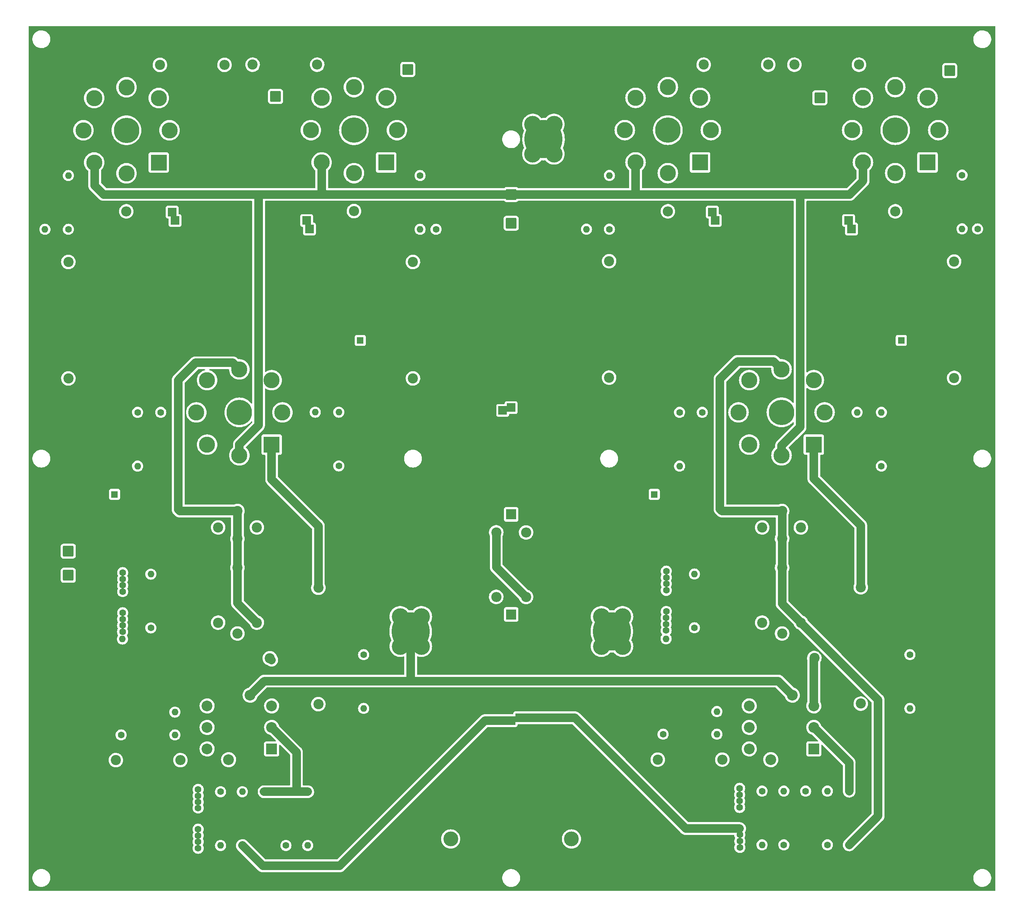
<source format=gbr>
%TF.GenerationSoftware,KiCad,Pcbnew,(6.0.0)*%
%TF.CreationDate,2022-02-22T13:29:25+00:00*%
%TF.ProjectId,Audionote Kit four v2,41756469-6f6e-46f7-9465-204b69742066,rev?*%
%TF.SameCoordinates,Original*%
%TF.FileFunction,Copper,L2,Bot*%
%TF.FilePolarity,Positive*%
%FSLAX46Y46*%
G04 Gerber Fmt 4.6, Leading zero omitted, Abs format (unit mm)*
G04 Created by KiCad (PCBNEW (6.0.0)) date 2022-02-22 13:29:25*
%MOMM*%
%LPD*%
G01*
G04 APERTURE LIST*
G04 Aperture macros list*
%AMRoundRect*
0 Rectangle with rounded corners*
0 $1 Rounding radius*
0 $2 $3 $4 $5 $6 $7 $8 $9 X,Y pos of 4 corners*
0 Add a 4 corners polygon primitive as box body*
4,1,4,$2,$3,$4,$5,$6,$7,$8,$9,$2,$3,0*
0 Add four circle primitives for the rounded corners*
1,1,$1+$1,$2,$3*
1,1,$1+$1,$4,$5*
1,1,$1+$1,$6,$7*
1,1,$1+$1,$8,$9*
0 Add four rect primitives between the rounded corners*
20,1,$1+$1,$2,$3,$4,$5,0*
20,1,$1+$1,$4,$5,$6,$7,0*
20,1,$1+$1,$6,$7,$8,$9,0*
20,1,$1+$1,$8,$9,$2,$3,0*%
G04 Aperture macros list end*
%TA.AperFunction,ComponentPad*%
%ADD10C,1.600000*%
%TD*%
%TA.AperFunction,ComponentPad*%
%ADD11O,1.600000X1.600000*%
%TD*%
%TA.AperFunction,ComponentPad*%
%ADD12R,2.000000X2.000000*%
%TD*%
%TA.AperFunction,ComponentPad*%
%ADD13C,2.000000*%
%TD*%
%TA.AperFunction,ComponentPad*%
%ADD14C,2.400000*%
%TD*%
%TA.AperFunction,ComponentPad*%
%ADD15O,2.400000X2.400000*%
%TD*%
%TA.AperFunction,ComponentPad*%
%ADD16C,4.000000*%
%TD*%
%TA.AperFunction,ComponentPad*%
%ADD17C,9.000000*%
%TD*%
%TA.AperFunction,ComponentPad*%
%ADD18RoundRect,0.249999X-1.025001X-1.025001X1.025001X-1.025001X1.025001X1.025001X-1.025001X1.025001X0*%
%TD*%
%TA.AperFunction,ComponentPad*%
%ADD19C,6.000000*%
%TD*%
%TA.AperFunction,ComponentPad*%
%ADD20R,3.810000X3.810000*%
%TD*%
%TA.AperFunction,ComponentPad*%
%ADD21C,3.810000*%
%TD*%
%TA.AperFunction,ComponentPad*%
%ADD22R,2.400000X2.400000*%
%TD*%
%TA.AperFunction,ComponentPad*%
%ADD23R,2.540000X2.540000*%
%TD*%
%TA.AperFunction,ComponentPad*%
%ADD24C,2.540000*%
%TD*%
%TA.AperFunction,ComponentPad*%
%ADD25R,1.600000X1.600000*%
%TD*%
%TA.AperFunction,ComponentPad*%
%ADD26RoundRect,0.249999X-1.025001X1.025001X-1.025001X-1.025001X1.025001X-1.025001X1.025001X1.025001X0*%
%TD*%
%TA.AperFunction,ComponentPad*%
%ADD27RoundRect,0.250002X1.499998X1.499998X-1.499998X1.499998X-1.499998X-1.499998X1.499998X-1.499998X0*%
%TD*%
%TA.AperFunction,ComponentPad*%
%ADD28C,3.500000*%
%TD*%
%TA.AperFunction,ComponentPad*%
%ADD29RoundRect,0.250002X-1.499998X-1.499998X1.499998X-1.499998X1.499998X1.499998X-1.499998X1.499998X0*%
%TD*%
%TA.AperFunction,Conductor*%
%ADD30C,2.000000*%
%TD*%
G04 APERTURE END LIST*
D10*
%TO.P,R35,1*%
%TO.N,Net-(C21-Pad2)*%
X229793149Y-215290000D03*
D11*
%TO.P,R35,2*%
%TO.N,+V3*%
X229793149Y-227990000D03*
%TD*%
D10*
%TO.P,R20,1*%
%TO.N,GND*%
X60510000Y-69850000D03*
D11*
%TO.P,R20,2*%
%TO.N,Net-(C12-Pad2)*%
X60510000Y-82550000D03*
%TD*%
D10*
%TO.P,6,1*%
%TO.N,+V3*%
X96677205Y-228790000D03*
%TD*%
%TO.P,1,2*%
%TO.N,Net-(C21-Pad2)*%
X224500590Y-216131181D03*
%TD*%
D12*
%TO.P,C15,1*%
%TO.N,Net-(C15-Pad1)*%
X91201072Y-80470000D03*
X90528928Y-78470000D03*
D13*
%TO.P,C15,2*%
%TO.N,GND*%
X96873216Y-82470000D03*
X96201072Y-80470000D03*
%TD*%
D10*
%TO.P,,1*%
%TO.N,LFb*%
X78860000Y-165160000D03*
%TD*%
D14*
%TO.P,R53,1*%
%TO.N,GND*%
X207550000Y-93530000D03*
D15*
%TO.P,R53,2*%
%TO.N,Net-(C31-Pad1)*%
X207550000Y-78290000D03*
%TD*%
D10*
%TO.P,2,2*%
%TO.N,Net-(C21-Pad2)*%
X224500590Y-217631181D03*
%TD*%
D14*
%TO.P,R37,1*%
%TO.N,Net-(C19-Pad2)*%
X205160000Y-207840000D03*
D15*
%TO.P,R37,2*%
%TO.N,Net-(R37-Pad2)*%
X220400000Y-207840000D03*
%TD*%
D10*
%TO.P,,1*%
%TO.N,LFb*%
X78860000Y-166660000D03*
%TD*%
%TO.P,R13,1*%
%TO.N,Net-(C6-Pad2)*%
X135750000Y-183040000D03*
D11*
%TO.P,R13,2*%
%TO.N,Net-(R12-Pad1)*%
X135750000Y-195740000D03*
%TD*%
D10*
%TO.P,R34,1*%
%TO.N,GND*%
X207132957Y-192006184D03*
D11*
%TO.P,R34,2*%
%TO.N,Net-(C19-Pad2)*%
X207132957Y-179306184D03*
%TD*%
D16*
%TO.P,REF\u002A\u002A,1*%
%TO.N,+V1*%
X180673800Y-64760400D03*
X180673800Y-57750000D03*
X175670000Y-64760400D03*
X175670000Y-57750000D03*
D17*
X178210000Y-61260400D03*
%TD*%
D14*
%TO.P,R26,1*%
%TO.N,Net-(R26-Pad1)*%
X87648640Y-43693914D03*
D15*
%TO.P,R26,2*%
%TO.N,+V1*%
X102888640Y-43693914D03*
%TD*%
D14*
%TO.P,C12,1*%
%TO.N,Net-(C12-Pad1)*%
X66039337Y-117774579D03*
%TO.P,C12,2*%
%TO.N,Net-(C12-Pad2)*%
X66039337Y-90274579D03*
%TD*%
%TO.P,,2*%
%TO.N,Net-(C7-Pad2)*%
X105950000Y-155650000D03*
%TD*%
D18*
%TO.P,RFb,1,Pin_1*%
%TO.N,RFb*%
X66020000Y-158590687D03*
%TD*%
D10*
%TO.P,,1*%
%TO.N,LFb*%
X78860000Y-163660000D03*
%TD*%
D19*
%TO.P,U3,*%
%TO.N,*%
X79753555Y-59146499D03*
D20*
%TO.P,U3,1*%
%TO.N,N/C*%
X87373555Y-66766499D03*
D21*
%TO.P,U3,2,H*%
%TO.N,F1a*%
X89913555Y-59146499D03*
%TO.P,U3,3,P*%
%TO.N,LPa*%
X87373555Y-51526499D03*
%TO.P,U3,4,Gs*%
%TO.N,Net-(R26-Pad1)*%
X79753555Y-48986499D03*
%TO.P,U3,5,G*%
%TO.N,Net-(R22-Pad2)*%
X72133555Y-51526499D03*
%TO.P,U3,6*%
%TO.N,N/C*%
X69593555Y-59146499D03*
%TO.P,U3,7,H*%
%TO.N,F1b*%
X72133555Y-66766499D03*
%TO.P,U3,8,K*%
%TO.N,Net-(C15-Pad1)*%
X79753555Y-69306499D03*
%TD*%
D18*
%TO.P,F1a,1,Pin_1*%
%TO.N,F1b*%
X170576000Y-74310000D03*
%TD*%
D22*
%TO.P,REF\u002A\u002A,1*%
%TO.N,+V4*%
X170560000Y-149900000D03*
D15*
%TO.P,REF\u002A\u002A,2*%
%TO.N,GND*%
X170560000Y-104900000D03*
%TD*%
D23*
%TO.P,U1,1,A*%
%TO.N,Net-(C6-Pad1)*%
X114030000Y-205316894D03*
D24*
%TO.P,U1,2,G*%
%TO.N,Net-(R10-Pad1)*%
X114030000Y-200236894D03*
%TO.P,U1,3,K*%
%TO.N,Net-(R9-Pad1)*%
X114030000Y-195156894D03*
%TO.P,U1,4,F*%
%TO.N,F2+*%
X108950000Y-192616894D03*
%TO.P,U1,5,F*%
%TO.N,GND*%
X103870000Y-192616894D03*
%TO.P,U1,6,A*%
%TO.N,Net-(C4-Pad2)*%
X98790000Y-195156894D03*
%TO.P,U1,7,G*%
%TO.N,Net-(R1-Pad2)*%
X98790000Y-200236894D03*
%TO.P,U1,8,K*%
%TO.N,Net-(R8-Pad2)*%
X98790000Y-205316894D03*
%TO.P,U1,9,_*%
%TO.N,unconnected-(U1-Pad9)*%
X103870000Y-207856894D03*
%TD*%
D10*
%TO.P,R12,1*%
%TO.N,Net-(R12-Pad1)*%
X117397441Y-228120000D03*
D11*
%TO.P,R12,2*%
%TO.N,Net-(R10-Pad1)*%
X117397441Y-215420000D03*
%TD*%
D10*
%TO.P,,2*%
%TO.N,Net-(C21-Pad2)*%
X224500590Y-214631181D03*
%TD*%
%TO.P,3,1*%
%TO.N,+V3*%
X224550000Y-227100000D03*
%TD*%
D14*
%TO.P,R27,1*%
%TO.N,+V1*%
X109540096Y-43643914D03*
D15*
%TO.P,R27,2*%
%TO.N,Net-(R27-Pad2)*%
X124780096Y-43643914D03*
%TD*%
D10*
%TO.P,R3,1*%
%TO.N,Net-(C1-Pad2)*%
X85510000Y-176720000D03*
D11*
%TO.P,R3,2*%
%TO.N,LFb*%
X85510000Y-164020000D03*
%TD*%
D10*
%TO.P,R21,1*%
%TO.N,Net-(C11-Pad2)*%
X152830000Y-82550000D03*
D11*
%TO.P,R21,2*%
%TO.N,GND*%
X152830000Y-69850000D03*
%TD*%
D18*
%TO.P,F1b,1,Pin_1*%
%TO.N,F1a*%
X170576000Y-81101867D03*
%TD*%
D10*
%TO.P,R14,1*%
%TO.N,Net-(C9-Pad1)*%
X87850000Y-125790000D03*
D11*
%TO.P,R14,2*%
%TO.N,GND*%
X87850000Y-138490000D03*
%TD*%
D10*
%TO.P,7,2*%
%TO.N,Net-(C4-Pad2)*%
X96677205Y-216379483D03*
%TD*%
%TO.P,R22,1*%
%TO.N,Net-(C12-Pad2)*%
X66040000Y-82550000D03*
D11*
%TO.P,R22,2*%
%TO.N,Net-(R22-Pad2)*%
X66040000Y-69850000D03*
%TD*%
D18*
%TO.P,J12,1,Pin_1*%
%TO.N,RPb*%
X274091039Y-45080000D03*
%TD*%
%TO.P,J9,1,Pin_1*%
%TO.N,LPa*%
X114948544Y-51170000D03*
%TD*%
D10*
%TO.P,R4,1*%
%TO.N,GND*%
X78801979Y-192046184D03*
D11*
%TO.P,R4,2*%
%TO.N,Net-(C1-Pad2)*%
X78801979Y-179346184D03*
%TD*%
D16*
%TO.P,REF\u002A\u002A,+V2*%
%TO.N,N/C*%
X196870000Y-174065000D03*
D17*
%TO.P,REF\u002A\u002A,1*%
%TO.N,+V2*%
X194330000Y-177565000D03*
D16*
X196870000Y-181075400D03*
X191866200Y-181075400D03*
X191866200Y-174065000D03*
%TD*%
D10*
%TO.P,C1,1*%
%TO.N,LFb*%
X78860000Y-168140000D03*
%TO.P,C1,2*%
%TO.N,Net-(C1-Pad2)*%
X78860000Y-173140000D03*
%TD*%
D14*
%TO.P,R24,1*%
%TO.N,GND*%
X79710555Y-93530000D03*
D15*
%TO.P,R24,2*%
%TO.N,Net-(C15-Pad1)*%
X79710555Y-78290000D03*
%TD*%
D14*
%TO.P,,2*%
%TO.N,Net-(C24-Pad2)*%
X234520212Y-155650000D03*
%TD*%
D19*
%TO.P,U4,*%
%TO.N,*%
X133451899Y-59130000D03*
D20*
%TO.P,U4,1*%
%TO.N,N/C*%
X141071899Y-66750000D03*
D21*
%TO.P,U4,2,H*%
%TO.N,F1a*%
X143611899Y-59130000D03*
%TO.P,U4,3,P*%
%TO.N,LPb*%
X141071899Y-51510000D03*
%TO.P,U4,4,Gs*%
%TO.N,Net-(R27-Pad2)*%
X133451899Y-48970000D03*
%TO.P,U4,5,G*%
%TO.N,Net-(R23-Pad1)*%
X125831899Y-51510000D03*
%TO.P,U4,6*%
%TO.N,N/C*%
X123291899Y-59130000D03*
%TO.P,U4,7,H*%
%TO.N,F1b*%
X125831899Y-66750000D03*
%TO.P,U4,8,K*%
%TO.N,Net-(C16-Pad1)*%
X133451899Y-69290000D03*
%TD*%
D10*
%TO.P,R32,1*%
%TO.N,GND*%
X206430000Y-196488141D03*
D11*
%TO.P,R32,2*%
%TO.N,Net-(R31-Pad2)*%
X219130000Y-196488141D03*
%TD*%
D12*
%TO.P,C31,1*%
%TO.N,Net-(C31-Pad1)*%
X218728198Y-80470000D03*
X218056054Y-78470000D03*
D13*
%TO.P,C31,2*%
%TO.N,GND*%
X224400342Y-82470000D03*
X223728198Y-80470000D03*
%TD*%
D10*
%TO.P,R50,1*%
%TO.N,Net-(C28-Pad2)*%
X280664958Y-82460000D03*
D11*
%TO.P,R50,2*%
%TO.N,GND*%
X280664958Y-69760000D03*
%TD*%
D14*
%TO.P,R38,1*%
%TO.N,Net-(R38-Pad1)*%
X242140212Y-183840000D03*
D15*
%TO.P,R38,2*%
%TO.N,GND*%
X226900212Y-183840000D03*
%TD*%
D10*
%TO.P,R45,1*%
%TO.N,Net-(C29-Pad1)*%
X210320000Y-125790000D03*
D11*
%TO.P,R45,2*%
%TO.N,+V4*%
X210320000Y-138490000D03*
%TD*%
D14*
%TO.P,R9,1*%
%TO.N,Net-(R9-Pad1)*%
X113590000Y-183880000D03*
D15*
%TO.P,R9,2*%
%TO.N,GND*%
X98350000Y-183880000D03*
%TD*%
D10*
%TO.P,R46,1*%
%TO.N,+V4*%
X257962382Y-138490000D03*
D11*
%TO.P,R46,2*%
%TO.N,Net-(C28-Pad1)*%
X257962382Y-125790000D03*
%TD*%
D10*
%TO.P,R15,1*%
%TO.N,GND*%
X124317802Y-138450000D03*
D11*
%TO.P,R15,2*%
%TO.N,Net-(C10-Pad1)*%
X124317802Y-125750000D03*
%TD*%
D12*
%TO.P,C16,1*%
%TO.N,Net-(C16-Pad1)*%
X122275052Y-80470000D03*
X122947196Y-82470000D03*
D13*
%TO.P,C16,2*%
%TO.N,GND*%
X116602908Y-78470000D03*
X117275052Y-80470000D03*
%TD*%
D14*
%TO.P,,2*%
%TO.N,Net-(C7-Pad2)*%
X105950000Y-162490000D03*
%TD*%
D12*
%TO.P,C8,1*%
%TO.N,+V4*%
X168560000Y-125342544D03*
X170560000Y-124670400D03*
D13*
%TO.P,C8,2*%
%TO.N,GND*%
X172560000Y-118998256D03*
X170560000Y-119670400D03*
%TD*%
D10*
%TO.P,R36,1*%
%TO.N,+V3*%
X234935708Y-227990000D03*
D11*
%TO.P,R36,2*%
%TO.N,Net-(C23-Pad1)*%
X234935708Y-215290000D03*
%TD*%
D14*
%TO.P,C22,1*%
%TO.N,Net-(C21-Pad2)*%
X229818408Y-175480000D03*
%TO.P,C22,2*%
%TO.N,Net-(C22-Pad2)*%
X229818408Y-152980000D03*
%TD*%
D12*
%TO.P,C32,1*%
%TO.N,Net-(C32-Pad1)*%
X250915005Y-82470000D03*
X250242861Y-80470000D03*
D13*
%TO.P,C32,2*%
%TO.N,GND*%
X244570717Y-78470000D03*
X245242861Y-80470000D03*
%TD*%
D10*
%TO.P,R33,1*%
%TO.N,Net-(C19-Pad2)*%
X213830000Y-176690000D03*
D11*
%TO.P,R33,2*%
%TO.N,RFb*%
X213830000Y-163990000D03*
%TD*%
D10*
%TO.P,R10,1*%
%TO.N,Net-(R10-Pad1)*%
X112240000Y-215420000D03*
D11*
%TO.P,R10,2*%
%TO.N,GND*%
X112240000Y-228120000D03*
%TD*%
D14*
%TO.P,,2*%
%TO.N,Net-(C24-Pad2)*%
X234520212Y-149090000D03*
%TD*%
D10*
%TO.P,,1*%
%TO.N,RFb*%
X207180000Y-163310000D03*
%TD*%
D25*
%TO.P,C26,1*%
%TO.N,Net-(C26-Pad1)*%
X204339529Y-145178551D03*
D10*
%TO.P,C26,2*%
%TO.N,GND*%
X204339529Y-147678551D03*
%TD*%
D14*
%TO.P,R56,1*%
%TO.N,+V1*%
X237416753Y-43643914D03*
D15*
%TO.P,R56,2*%
%TO.N,Net-(R56-Pad2)*%
X252656753Y-43643914D03*
%TD*%
D26*
%TO.P,LFb,1,Pin_1*%
%TO.N,LFb*%
X66020000Y-164290687D03*
%TD*%
D10*
%TO.P,R2,1*%
%TO.N,GND*%
X78490000Y-196612166D03*
D11*
%TO.P,R2,2*%
%TO.N,Net-(R1-Pad2)*%
X91190000Y-196612166D03*
%TD*%
D10*
%TO.P,4,1*%
%TO.N,+V3*%
X224550000Y-228600000D03*
%TD*%
%TO.P,C4,1*%
%TO.N,+V3*%
X96677205Y-224280000D03*
%TO.P,C4,2*%
%TO.N,Net-(C4-Pad2)*%
X96677205Y-219280000D03*
%TD*%
%TO.P,5,1*%
%TO.N,+V3*%
X96677205Y-227290000D03*
%TD*%
D12*
%TO.P,C2,1*%
%TO.N,+V3*%
X170560000Y-198635757D03*
X172560000Y-197963613D03*
D13*
%TO.P,C2,2*%
%TO.N,GND*%
X170560000Y-203635757D03*
X168560000Y-204307901D03*
%TD*%
D10*
%TO.P,R41,1*%
%TO.N,Net-(R41-Pad1)*%
X245220826Y-227990000D03*
D11*
%TO.P,R41,2*%
%TO.N,Net-(R39-Pad1)*%
X245220826Y-215290000D03*
%TD*%
D10*
%TO.P,,1*%
%TO.N,+V3*%
X224550000Y-225600000D03*
%TD*%
D14*
%TO.P,R54,1*%
%TO.N,GND*%
X261230000Y-93530000D03*
D15*
%TO.P,R54,2*%
%TO.N,Net-(C32-Pad1)*%
X261230000Y-78290000D03*
%TD*%
D14*
%TO.P,C11,1*%
%TO.N,Net-(C11-Pad1)*%
X147389381Y-117774579D03*
%TO.P,C11,2*%
%TO.N,Net-(C11-Pad2)*%
X147389381Y-90274579D03*
%TD*%
%TO.P,,2*%
%TO.N,Net-(C24-Pad2)*%
X234520212Y-162490000D03*
%TD*%
D23*
%TO.P,U5,1,A*%
%TO.N,Net-(C23-Pad1)*%
X242008408Y-205306894D03*
D24*
%TO.P,U5,2,G*%
%TO.N,Net-(R39-Pad1)*%
X242008408Y-200226894D03*
%TO.P,U5,3,K*%
%TO.N,Net-(R38-Pad1)*%
X242008408Y-195146894D03*
%TO.P,U5,4,F*%
%TO.N,F2+*%
X236928408Y-192606894D03*
%TO.P,U5,5,F*%
%TO.N,GND*%
X231848408Y-192606894D03*
%TO.P,U5,6,A*%
%TO.N,Net-(C21-Pad2)*%
X226768408Y-195146894D03*
%TO.P,U5,7,G*%
%TO.N,Net-(R31-Pad2)*%
X226768408Y-200226894D03*
%TO.P,U5,8,K*%
%TO.N,Net-(R37-Pad2)*%
X226768408Y-205306894D03*
%TO.P,U5,9,_*%
%TO.N,unconnected-(U5-Pad9)*%
X231848408Y-207846894D03*
%TD*%
D10*
%TO.P,,2*%
%TO.N,Net-(C4-Pad2)*%
X96677205Y-214879483D03*
%TD*%
%TO.P,R39,1*%
%TO.N,Net-(R39-Pad1)*%
X240078267Y-215290000D03*
D11*
%TO.P,R39,2*%
%TO.N,GND*%
X240078267Y-227990000D03*
%TD*%
D14*
%TO.P,C28,1*%
%TO.N,Net-(C28-Pad1)*%
X275134737Y-117660000D03*
%TO.P,C28,2*%
%TO.N,Net-(C28-Pad2)*%
X275134737Y-90160000D03*
%TD*%
%TO.P,R55,1*%
%TO.N,Net-(R55-Pad1)*%
X216009124Y-43643914D03*
D15*
%TO.P,R55,2*%
%TO.N,+V1*%
X231249124Y-43643914D03*
%TD*%
D10*
%TO.P,R44,1*%
%TO.N,GND*%
X252222382Y-138490000D03*
D11*
%TO.P,R44,2*%
%TO.N,Net-(C27-Pad1)*%
X252222382Y-125790000D03*
%TD*%
D10*
%TO.P,,2*%
%TO.N,Net-(C19-Pad2)*%
X207140000Y-174340000D03*
%TD*%
D14*
%TO.P,C5,1*%
%TO.N,Net-(C4-Pad2)*%
X101400000Y-175480000D03*
%TO.P,C5,2*%
%TO.N,Net-(C5-Pad2)*%
X101400000Y-152980000D03*
%TD*%
D19*
%TO.P,U7,*%
%TO.N,*%
X207550000Y-59120000D03*
D20*
%TO.P,U7,1*%
%TO.N,N/C*%
X215170000Y-66740000D03*
D21*
%TO.P,U7,2,H*%
%TO.N,F1a*%
X217710000Y-59120000D03*
%TO.P,U7,3,P*%
%TO.N,RPa*%
X215170000Y-51500000D03*
%TO.P,U7,4,Gs*%
%TO.N,Net-(R55-Pad1)*%
X207550000Y-48960000D03*
%TO.P,U7,5,G*%
%TO.N,Net-(R51-Pad2)*%
X199930000Y-51500000D03*
%TO.P,U7,6*%
%TO.N,N/C*%
X197390000Y-59120000D03*
%TO.P,U7,7,H*%
%TO.N,F1b*%
X199930000Y-66740000D03*
%TO.P,U7,8,K*%
%TO.N,Net-(C31-Pad1)*%
X207550000Y-69280000D03*
%TD*%
D10*
%TO.P,,2*%
%TO.N,Net-(C1-Pad2)*%
X78840000Y-174650000D03*
%TD*%
%TO.P,9,2*%
%TO.N,Net-(C1-Pad2)*%
X78840000Y-176150000D03*
%TD*%
D25*
%TO.P,C10,1*%
%TO.N,Net-(C10-Pad1)*%
X134945847Y-108803959D03*
D10*
%TO.P,C10,2*%
%TO.N,GND*%
X134945847Y-111303959D03*
%TD*%
%TO.P,,1*%
%TO.N,+V3*%
X96677205Y-225790000D03*
%TD*%
%TO.P,,2*%
%TO.N,Net-(C19-Pad2)*%
X207140000Y-177340000D03*
%TD*%
D14*
%TO.P,C7,1*%
%TO.N,Net-(C5-Pad2)*%
X110540000Y-152980000D03*
%TO.P,C7,2*%
%TO.N,Net-(C7-Pad2)*%
X110540000Y-175480000D03*
%TD*%
%TO.P,C29,1*%
%TO.N,Net-(C29-Pad1)*%
X193684892Y-117580000D03*
%TO.P,C29,2*%
%TO.N,Net-(C29-Pad2)*%
X193684892Y-90080000D03*
%TD*%
D10*
%TO.P,R17,1*%
%TO.N,+V4*%
X129870000Y-138450000D03*
D11*
%TO.P,R17,2*%
%TO.N,Net-(C11-Pad1)*%
X129870000Y-125750000D03*
%TD*%
D18*
%TO.P,J10,1,Pin_1*%
%TO.N,LPb*%
X146151135Y-44760000D03*
%TD*%
D10*
%TO.P,C21,1*%
%TO.N,+V3*%
X224500590Y-224140000D03*
%TO.P,C21,2*%
%TO.N,Net-(C21-Pad2)*%
X224500590Y-219140000D03*
%TD*%
D22*
%TO.P,REF\u002A\u002A,1*%
%TO.N,+V3*%
X170560000Y-173540000D03*
D15*
%TO.P,REF\u002A\u002A,2*%
%TO.N,GND*%
X170560000Y-218540000D03*
%TD*%
D10*
%TO.P,R51,1*%
%TO.N,Net-(C29-Pad2)*%
X193758643Y-82520000D03*
D11*
%TO.P,R51,2*%
%TO.N,Net-(R51-Pad2)*%
X193758643Y-69820000D03*
%TD*%
D25*
%TO.P,C9,1*%
%TO.N,Net-(C9-Pad1)*%
X76936617Y-145178551D03*
D10*
%TO.P,C9,2*%
%TO.N,GND*%
X76936617Y-147678551D03*
%TD*%
%TO.P,R31,1*%
%TO.N,Net-(R31-Pad1)*%
X206430000Y-201839070D03*
D11*
%TO.P,R31,2*%
%TO.N,Net-(R31-Pad2)*%
X219130000Y-201839070D03*
%TD*%
D10*
%TO.P,,2*%
%TO.N,Net-(C19-Pad2)*%
X207140000Y-175840000D03*
%TD*%
D14*
%TO.P,R19,1*%
%TO.N,+V2*%
X174080000Y-169400163D03*
D15*
%TO.P,R19,2*%
%TO.N,+V4*%
X174080000Y-154160163D03*
%TD*%
D18*
%TO.P,J11,1,Pin_1*%
%TO.N,RPa*%
X243429904Y-51470000D03*
%TD*%
D14*
%TO.P,C6,1*%
%TO.N,Net-(C6-Pad1)*%
X125050000Y-194740000D03*
%TO.P,C6,2*%
%TO.N,Net-(C6-Pad2)*%
X125050000Y-167240000D03*
%TD*%
D10*
%TO.P,10,2*%
%TO.N,Net-(C1-Pad2)*%
X78840000Y-177650000D03*
%TD*%
D27*
%TO.P,In Right ,1,In*%
%TO.N,GND*%
X191800000Y-226579930D03*
D28*
%TO.P,In Right ,2,Ext*%
%TO.N,Net-(R31-Pad1)*%
X184800000Y-226579930D03*
%TD*%
D16*
%TO.P,REF\u002A\u002A,1*%
%TO.N,GND*%
X165988239Y-57750000D03*
X160984439Y-57750000D03*
X160984439Y-64760400D03*
X165988239Y-64760400D03*
D17*
X163524439Y-61260400D03*
%TD*%
D10*
%TO.P,R5,1*%
%TO.N,Net-(C4-Pad2)*%
X101969764Y-215430000D03*
D11*
%TO.P,R5,2*%
%TO.N,+V3*%
X101969764Y-228130000D03*
%TD*%
D19*
%TO.P,U8,*%
%TO.N,*%
X261230000Y-59120000D03*
D20*
%TO.P,U8,1*%
%TO.N,N/C*%
X268850000Y-66740000D03*
D21*
%TO.P,U8,2,H*%
%TO.N,F1a*%
X271390000Y-59120000D03*
%TO.P,U8,3,P*%
%TO.N,RPb*%
X268850000Y-51500000D03*
%TO.P,U8,4,Gs*%
%TO.N,Net-(R56-Pad2)*%
X261230000Y-48960000D03*
%TO.P,U8,5,G*%
%TO.N,Net-(R52-Pad1)*%
X253610000Y-51500000D03*
%TO.P,U8,6*%
%TO.N,N/C*%
X251070000Y-59120000D03*
%TO.P,U8,7,H*%
%TO.N,F1b*%
X253610000Y-66740000D03*
%TO.P,U8,8,K*%
%TO.N,Net-(C32-Pad1)*%
X261230000Y-69280000D03*
%TD*%
D10*
%TO.P,,1*%
%TO.N,RFb*%
X207180000Y-166310000D03*
%TD*%
%TO.P,R16,1*%
%TO.N,Net-(C12-Pad1)*%
X82384758Y-125789615D03*
D11*
%TO.P,R16,2*%
%TO.N,+V4*%
X82384758Y-138489615D03*
%TD*%
D14*
%TO.P,C24,1*%
%TO.N,Net-(C22-Pad2)*%
X238958408Y-152980000D03*
%TO.P,C24,2*%
%TO.N,Net-(C24-Pad2)*%
X238958408Y-175480000D03*
%TD*%
D10*
%TO.P,8,2*%
%TO.N,Net-(C4-Pad2)*%
X96677205Y-217879483D03*
%TD*%
%TO.P,R42,1*%
%TO.N,Net-(C23-Pad2)*%
X264700000Y-183040000D03*
D11*
%TO.P,R42,2*%
%TO.N,Net-(R41-Pad1)*%
X264700000Y-195740000D03*
%TD*%
D19*
%TO.P,U2,*%
%TO.N,*%
X106410000Y-125808979D03*
D20*
%TO.P,U2,1,G*%
%TO.N,Net-(C6-Pad2)*%
X114030000Y-133428979D03*
D21*
%TO.P,U2,2,A*%
%TO.N,Net-(C11-Pad1)*%
X116570000Y-125808979D03*
%TO.P,U2,3,K*%
%TO.N,Net-(C10-Pad1)*%
X114030000Y-118188979D03*
%TO.P,U2,4,G*%
%TO.N,Net-(C7-Pad2)*%
X106410000Y-115648979D03*
%TO.P,U2,5,A*%
%TO.N,Net-(C12-Pad1)*%
X98790000Y-118188979D03*
%TO.P,U2,6,K*%
%TO.N,Net-(C9-Pad1)*%
X96250000Y-125808979D03*
%TO.P,U2,7,F*%
%TO.N,F1a*%
X98790000Y-133428979D03*
%TO.P,U2,8,F*%
%TO.N,F1b*%
X106410000Y-135968979D03*
%TD*%
D10*
%TO.P,R52,1*%
%TO.N,Net-(R52-Pad1)*%
X277010035Y-69740000D03*
D11*
%TO.P,R52,2*%
%TO.N,Net-(C28-Pad2)*%
X277010035Y-82440000D03*
%TD*%
D10*
%TO.P,,1*%
%TO.N,RFb*%
X207180000Y-164810000D03*
%TD*%
%TO.P,R49,1*%
%TO.N,GND*%
X188342004Y-69820000D03*
D11*
%TO.P,R49,2*%
%TO.N,Net-(C29-Pad2)*%
X188342004Y-82520000D03*
%TD*%
D14*
%TO.P,,1*%
%TO.N,Net-(C4-Pad2)*%
X105950000Y-178040000D03*
%TD*%
D10*
%TO.P,R1,1*%
%TO.N,Net-(R1-Pad1)*%
X78490000Y-202002975D03*
D11*
%TO.P,R1,2*%
%TO.N,Net-(R1-Pad2)*%
X91190000Y-202002975D03*
%TD*%
D10*
%TO.P,R43,1*%
%TO.N,Net-(C26-Pad1)*%
X215680000Y-125790000D03*
D11*
%TO.P,R43,2*%
%TO.N,GND*%
X215680000Y-138490000D03*
%TD*%
D19*
%TO.P,U6,*%
%TO.N,*%
X234388408Y-125798979D03*
D20*
%TO.P,U6,1,G*%
%TO.N,Net-(C23-Pad2)*%
X242008408Y-133418979D03*
D21*
%TO.P,U6,2,A*%
%TO.N,Net-(C28-Pad1)*%
X244548408Y-125798979D03*
%TO.P,U6,3,K*%
%TO.N,Net-(C27-Pad1)*%
X242008408Y-118178979D03*
%TO.P,U6,4,G*%
%TO.N,Net-(C24-Pad2)*%
X234388408Y-115638979D03*
%TO.P,U6,5,A*%
%TO.N,Net-(C29-Pad1)*%
X226768408Y-118178979D03*
%TO.P,U6,6,K*%
%TO.N,Net-(C26-Pad1)*%
X224228408Y-125798979D03*
%TO.P,U6,7,F*%
%TO.N,F1a*%
X226768408Y-133418979D03*
%TO.P,U6,8,F*%
%TO.N,F1b*%
X234388408Y-135958979D03*
%TD*%
D14*
%TO.P,R8,1*%
%TO.N,Net-(C1-Pad2)*%
X77260000Y-207964025D03*
D15*
%TO.P,R8,2*%
%TO.N,Net-(R8-Pad2)*%
X92500000Y-207964025D03*
%TD*%
D10*
%TO.P,R11,1*%
%TO.N,Net-(R10-Pad1)*%
X122540000Y-215420000D03*
D11*
%TO.P,R11,2*%
%TO.N,Net-(C7-Pad2)*%
X122540000Y-228120000D03*
%TD*%
D25*
%TO.P,C27,1*%
%TO.N,Net-(C27-Pad1)*%
X262660000Y-108803959D03*
D10*
%TO.P,C27,2*%
%TO.N,GND*%
X262660000Y-111303959D03*
%TD*%
D14*
%TO.P,,2*%
%TO.N,Net-(C7-Pad2)*%
X105950000Y-149090000D03*
%TD*%
%TO.P,R18,1*%
%TO.N,+V2*%
X167040000Y-154150000D03*
D15*
%TO.P,R18,2*%
%TO.N,+V3*%
X167040000Y-169390000D03*
%TD*%
D10*
%TO.P,R40,1*%
%TO.N,Net-(R39-Pad1)*%
X250363385Y-215290000D03*
D11*
%TO.P,R40,2*%
%TO.N,Net-(C24-Pad2)*%
X250363385Y-227990000D03*
%TD*%
D10*
%TO.P,R23,1*%
%TO.N,Net-(R23-Pad1)*%
X149065427Y-69850000D03*
D11*
%TO.P,R23,2*%
%TO.N,Net-(C11-Pad2)*%
X149065427Y-82550000D03*
%TD*%
D29*
%TO.P,IN Left,1,In*%
%TO.N,GND*%
X149290000Y-226579930D03*
D28*
%TO.P,IN Left,2,Ext*%
%TO.N,Net-(R1-Pad1)*%
X156290000Y-226579930D03*
%TD*%
D14*
%TO.P,R25,1*%
%TO.N,GND*%
X133461986Y-93490000D03*
D15*
%TO.P,R25,2*%
%TO.N,Net-(C16-Pad1)*%
X133461986Y-78250000D03*
%TD*%
D10*
%TO.P,R6,1*%
%TO.N,+V3*%
X107112323Y-228130000D03*
D11*
%TO.P,R6,2*%
%TO.N,Net-(C6-Pad1)*%
X107112323Y-215430000D03*
%TD*%
D14*
%TO.P,C23,1*%
%TO.N,Net-(C23-Pad1)*%
X253090000Y-194610000D03*
%TO.P,C23,2*%
%TO.N,Net-(C23-Pad2)*%
X253090000Y-167110000D03*
%TD*%
%TO.P,,1*%
%TO.N,Net-(C21-Pad2)*%
X234520212Y-178040000D03*
%TD*%
D10*
%TO.P,C19,1*%
%TO.N,RFb*%
X207180000Y-167840000D03*
%TO.P,C19,2*%
%TO.N,Net-(C19-Pad2)*%
X207180000Y-172840000D03*
%TD*%
D16*
%TO.P,REF\u002A\u002A,1*%
%TO.N,F2+*%
X149380000Y-174065000D03*
X144376200Y-174065000D03*
X149380000Y-181075400D03*
D17*
X146840000Y-177565000D03*
D16*
X144376200Y-181075400D03*
%TD*%
D30*
%TO.N,+V3*%
X111922323Y-232940000D02*
X107112323Y-228130000D01*
X185633613Y-197963613D02*
X211810000Y-224140000D01*
X211810000Y-224140000D02*
X224500590Y-224140000D01*
X164399729Y-198635757D02*
X170560000Y-198635757D01*
X130095486Y-232940000D02*
X111922323Y-232940000D01*
X172560000Y-197963613D02*
X185633613Y-197963613D01*
X130095486Y-232940000D02*
X164399729Y-198635757D01*
%TO.N,Net-(C6-Pad2)*%
X125050000Y-167240000D02*
X125050000Y-152640000D01*
X114030000Y-133428979D02*
X114030000Y-141620000D01*
X125050000Y-152640000D02*
X114030000Y-141620000D01*
%TO.N,Net-(C7-Pad2)*%
X91960000Y-148770000D02*
X92280000Y-149090000D01*
X104851021Y-114090000D02*
X96060000Y-114090000D01*
X105950000Y-149090000D02*
X92280000Y-149090000D01*
X105950000Y-149090000D02*
X105950000Y-162490000D01*
X106410000Y-115648979D02*
X104851021Y-114090000D01*
X91960000Y-118190000D02*
X91960000Y-148770000D01*
X96060000Y-114090000D02*
X91960000Y-118190000D01*
X105950000Y-170890000D02*
X110540000Y-175480000D01*
X105950000Y-162490000D02*
X105950000Y-170890000D01*
%TO.N,+V2*%
X167040000Y-154150000D02*
X167040000Y-162360163D01*
X167040000Y-162360163D02*
X174080000Y-169400163D01*
%TO.N,Net-(C23-Pad2)*%
X253090000Y-167110000D02*
X253090000Y-152523184D01*
X242008408Y-141441592D02*
X242008408Y-133418979D01*
X253090000Y-152523184D02*
X242008408Y-141441592D01*
%TO.N,Net-(C24-Pad2)*%
X234388408Y-115638979D02*
X232519429Y-113770000D01*
X234520212Y-162490000D02*
X234520212Y-171041804D01*
X219870000Y-148650000D02*
X220310000Y-149090000D01*
X232519429Y-113770000D02*
X223960000Y-113770000D01*
X250363385Y-227990000D02*
X257190000Y-221163385D01*
X234520212Y-171041804D02*
X238958408Y-175480000D01*
X234520212Y-149090000D02*
X220310000Y-149090000D01*
X234520212Y-149090000D02*
X234520212Y-162490000D01*
X223960000Y-113770000D02*
X219870000Y-117860000D01*
X257190000Y-221163385D02*
X257190000Y-193711592D01*
X219870000Y-117860000D02*
X219870000Y-148650000D01*
X257190000Y-193711592D02*
X238958408Y-175480000D01*
%TO.N,F1b*%
X110835585Y-74994511D02*
X111480096Y-74350000D01*
X234388408Y-133651592D02*
X238758408Y-129281592D01*
X72250555Y-72216499D02*
X72250555Y-66786499D01*
X106410000Y-133370000D02*
X110925489Y-128854511D01*
X250460000Y-74310000D02*
X253617580Y-71152420D01*
X125861986Y-66770000D02*
X125861986Y-73600000D01*
X238360000Y-74310000D02*
X250460000Y-74310000D01*
X125861986Y-73600000D02*
X126551986Y-74290000D01*
X238758408Y-129281592D02*
X238758408Y-74708408D01*
X109080000Y-74310000D02*
X109076499Y-74306499D01*
X111526499Y-74306499D02*
X111570000Y-74350000D01*
X170576000Y-74310000D02*
X109080000Y-74310000D01*
X110925489Y-128854511D02*
X110925489Y-74994511D01*
X109076499Y-74306499D02*
X111526499Y-74306499D01*
X238758408Y-74708408D02*
X238360000Y-74310000D01*
X170576000Y-74310000D02*
X199250000Y-74310000D01*
X106410000Y-135968979D02*
X106410000Y-133370000D01*
X74340555Y-74306499D02*
X109076499Y-74306499D01*
X199250000Y-74310000D02*
X238360000Y-74310000D01*
X199919236Y-73640764D02*
X199250000Y-74310000D01*
X253617580Y-71152420D02*
X253617580Y-66740000D01*
X199919236Y-66740000D02*
X199919236Y-73640764D01*
X234388408Y-135958979D02*
X234388408Y-133651592D01*
X74340555Y-74306499D02*
X72250555Y-72216499D01*
%TO.N,F2+*%
X236928408Y-192606894D02*
X233601514Y-189280000D01*
X112276894Y-189290000D02*
X108950000Y-192616894D01*
X112276894Y-189290000D02*
X146900000Y-189290000D01*
X146900000Y-189290000D02*
X233591514Y-189290000D01*
X146840000Y-189230000D02*
X146840000Y-177565000D01*
%TO.N,Net-(R9-Pad1)*%
X114030000Y-184320000D02*
X113590000Y-183880000D01*
%TO.N,Net-(R10-Pad1)*%
X119880000Y-206086894D02*
X119880000Y-215060000D01*
X114914882Y-215430000D02*
X119510000Y-215430000D01*
X112254882Y-215430000D02*
X114914882Y-215430000D01*
X119880000Y-215060000D02*
X119510000Y-215430000D01*
X119880000Y-206086894D02*
X114030000Y-200236894D01*
X119510000Y-215430000D02*
X122540000Y-215430000D01*
%TO.N,Net-(R38-Pad1)*%
X242008408Y-195146894D02*
X242008408Y-183971804D01*
%TO.N,Net-(R39-Pad1)*%
X250363385Y-208581871D02*
X250363385Y-215290000D01*
X242008408Y-200226894D02*
X250363385Y-208581871D01*
%TD*%
%TA.AperFunction,Conductor*%
%TO.N,GND*%
G36*
X284814121Y-34548002D02*
G01*
X284860614Y-34601658D01*
X284872000Y-34654000D01*
X284872000Y-238746000D01*
X284851998Y-238814121D01*
X284798342Y-238860614D01*
X284746000Y-238872000D01*
X56784000Y-238872000D01*
X56715879Y-238851998D01*
X56669386Y-238798342D01*
X56658000Y-238746000D01*
X56658000Y-235932703D01*
X57560743Y-235932703D01*
X57598268Y-236217734D01*
X57674129Y-236495036D01*
X57786923Y-236759476D01*
X57934561Y-237006161D01*
X58114313Y-237230528D01*
X58322851Y-237428423D01*
X58556317Y-237596186D01*
X58560112Y-237598195D01*
X58560113Y-237598196D01*
X58581869Y-237609715D01*
X58810392Y-237730712D01*
X59080373Y-237829511D01*
X59361264Y-237890755D01*
X59389841Y-237893004D01*
X59584282Y-237908307D01*
X59584291Y-237908307D01*
X59586739Y-237908500D01*
X59742271Y-237908500D01*
X59744407Y-237908354D01*
X59744418Y-237908354D01*
X59952548Y-237894165D01*
X59952554Y-237894164D01*
X59956825Y-237893873D01*
X59961020Y-237893004D01*
X59961022Y-237893004D01*
X60148670Y-237854144D01*
X60238342Y-237835574D01*
X60509343Y-237739607D01*
X60597362Y-237694177D01*
X60761005Y-237609715D01*
X60761006Y-237609715D01*
X60764812Y-237607750D01*
X60768313Y-237605289D01*
X60768317Y-237605287D01*
X60968061Y-237464904D01*
X61000023Y-237442441D01*
X61185956Y-237269661D01*
X61207479Y-237249661D01*
X61207481Y-237249658D01*
X61210622Y-237246740D01*
X61392713Y-237024268D01*
X61542927Y-236779142D01*
X61658483Y-236515898D01*
X61737244Y-236239406D01*
X61767515Y-236026704D01*
X61777146Y-235959036D01*
X61777146Y-235959034D01*
X61777751Y-235954784D01*
X61777762Y-235952703D01*
X168450743Y-235952703D01*
X168451302Y-235956947D01*
X168451302Y-235956951D01*
X168453084Y-235970488D01*
X168488268Y-236237734D01*
X168564129Y-236515036D01*
X168565813Y-236518984D01*
X168675103Y-236775208D01*
X168676923Y-236779476D01*
X168688693Y-236799142D01*
X168810388Y-237002479D01*
X168824561Y-237026161D01*
X169004313Y-237250528D01*
X169021397Y-237266740D01*
X169209143Y-237444904D01*
X169212851Y-237448423D01*
X169446317Y-237616186D01*
X169450112Y-237618195D01*
X169450113Y-237618196D01*
X169471869Y-237629715D01*
X169700392Y-237750712D01*
X169724699Y-237759607D01*
X169928381Y-237834144D01*
X169970373Y-237849511D01*
X170251264Y-237910755D01*
X170279841Y-237913004D01*
X170474282Y-237928307D01*
X170474291Y-237928307D01*
X170476739Y-237928500D01*
X170632271Y-237928500D01*
X170634407Y-237928354D01*
X170634418Y-237928354D01*
X170842548Y-237914165D01*
X170842554Y-237914164D01*
X170846825Y-237913873D01*
X170851020Y-237913004D01*
X170851022Y-237913004D01*
X170987584Y-237884723D01*
X171128342Y-237855574D01*
X171399343Y-237759607D01*
X171654812Y-237627750D01*
X171658313Y-237625289D01*
X171658317Y-237625287D01*
X171772417Y-237545096D01*
X171890023Y-237462441D01*
X172100622Y-237266740D01*
X172282713Y-237044268D01*
X172432927Y-236799142D01*
X172548483Y-236535898D01*
X172627244Y-236259406D01*
X172667751Y-235974784D01*
X172667834Y-235959036D01*
X172667972Y-235932703D01*
X279670743Y-235932703D01*
X279708268Y-236217734D01*
X279784129Y-236495036D01*
X279896923Y-236759476D01*
X280044561Y-237006161D01*
X280224313Y-237230528D01*
X280432851Y-237428423D01*
X280666317Y-237596186D01*
X280670112Y-237598195D01*
X280670113Y-237598196D01*
X280691869Y-237609715D01*
X280920392Y-237730712D01*
X281190373Y-237829511D01*
X281471264Y-237890755D01*
X281499841Y-237893004D01*
X281694282Y-237908307D01*
X281694291Y-237908307D01*
X281696739Y-237908500D01*
X281852271Y-237908500D01*
X281854407Y-237908354D01*
X281854418Y-237908354D01*
X282062548Y-237894165D01*
X282062554Y-237894164D01*
X282066825Y-237893873D01*
X282071020Y-237893004D01*
X282071022Y-237893004D01*
X282258670Y-237854144D01*
X282348342Y-237835574D01*
X282619343Y-237739607D01*
X282707362Y-237694177D01*
X282871005Y-237609715D01*
X282871006Y-237609715D01*
X282874812Y-237607750D01*
X282878313Y-237605289D01*
X282878317Y-237605287D01*
X283078061Y-237464904D01*
X283110023Y-237442441D01*
X283295956Y-237269661D01*
X283317479Y-237249661D01*
X283317481Y-237249658D01*
X283320622Y-237246740D01*
X283502713Y-237024268D01*
X283652927Y-236779142D01*
X283768483Y-236515898D01*
X283847244Y-236239406D01*
X283877515Y-236026704D01*
X283887146Y-235959036D01*
X283887146Y-235959034D01*
X283887751Y-235954784D01*
X283887785Y-235948417D01*
X283889235Y-235671583D01*
X283889235Y-235671576D01*
X283889257Y-235667297D01*
X283888424Y-235660964D01*
X283854365Y-235402266D01*
X283851732Y-235382266D01*
X283775871Y-235104964D01*
X283765295Y-235080170D01*
X283664763Y-234844476D01*
X283664761Y-234844472D01*
X283663077Y-234840524D01*
X283588527Y-234715960D01*
X283517643Y-234597521D01*
X283517640Y-234597517D01*
X283515439Y-234593839D01*
X283335687Y-234369472D01*
X283172389Y-234214508D01*
X283130258Y-234174527D01*
X283130255Y-234174525D01*
X283127149Y-234171577D01*
X282893683Y-234003814D01*
X282871843Y-233992250D01*
X282681179Y-233891299D01*
X282639608Y-233869288D01*
X282421782Y-233789575D01*
X282373658Y-233771964D01*
X282373656Y-233771963D01*
X282369627Y-233770489D01*
X282088736Y-233709245D01*
X282057685Y-233706801D01*
X281865718Y-233691693D01*
X281865709Y-233691693D01*
X281863261Y-233691500D01*
X281707729Y-233691500D01*
X281705593Y-233691646D01*
X281705582Y-233691646D01*
X281497452Y-233705835D01*
X281497446Y-233705836D01*
X281493175Y-233706127D01*
X281488980Y-233706996D01*
X281488978Y-233706996D01*
X281398008Y-233725835D01*
X281211658Y-233764426D01*
X280940657Y-233860393D01*
X280936848Y-233862359D01*
X280690127Y-233989701D01*
X280685188Y-233992250D01*
X280681687Y-233994711D01*
X280681683Y-233994713D01*
X280612444Y-234043375D01*
X280449977Y-234157559D01*
X280388693Y-234214508D01*
X280266050Y-234328475D01*
X280239378Y-234353260D01*
X280057287Y-234575732D01*
X279907073Y-234820858D01*
X279791517Y-235084102D01*
X279712756Y-235360594D01*
X279672249Y-235645216D01*
X279672227Y-235649505D01*
X279672226Y-235649512D01*
X279672006Y-235691583D01*
X279670743Y-235932703D01*
X172667972Y-235932703D01*
X172669235Y-235691583D01*
X172669235Y-235691576D01*
X172669257Y-235687297D01*
X172631732Y-235402266D01*
X172555871Y-235124964D01*
X172443077Y-234860524D01*
X172295439Y-234613839D01*
X172115687Y-234389472D01*
X171957897Y-234239735D01*
X171910258Y-234194527D01*
X171910255Y-234194525D01*
X171907149Y-234191577D01*
X171673683Y-234023814D01*
X171651843Y-234012250D01*
X171604896Y-233987393D01*
X171419608Y-233889288D01*
X171149627Y-233790489D01*
X170868736Y-233729245D01*
X170837685Y-233726801D01*
X170645718Y-233711693D01*
X170645709Y-233711693D01*
X170643261Y-233711500D01*
X170487729Y-233711500D01*
X170485593Y-233711646D01*
X170485582Y-233711646D01*
X170277452Y-233725835D01*
X170277446Y-233725836D01*
X170273175Y-233726127D01*
X170268980Y-233726996D01*
X170268978Y-233726996D01*
X170132417Y-233755276D01*
X169991658Y-233784426D01*
X169720657Y-233880393D01*
X169716848Y-233882359D01*
X169507745Y-233990285D01*
X169465188Y-234012250D01*
X169461687Y-234014711D01*
X169461683Y-234014713D01*
X169395821Y-234061002D01*
X169229977Y-234177559D01*
X169208670Y-234197359D01*
X169026626Y-234366525D01*
X169019378Y-234373260D01*
X168837287Y-234595732D01*
X168687073Y-234840858D01*
X168571517Y-235104102D01*
X168492756Y-235380594D01*
X168489672Y-235402266D01*
X168455701Y-235640964D01*
X168452249Y-235665216D01*
X168452227Y-235669505D01*
X168452226Y-235669512D01*
X168450765Y-235948417D01*
X168450743Y-235952703D01*
X61777762Y-235952703D01*
X61777785Y-235948417D01*
X61779235Y-235671583D01*
X61779235Y-235671576D01*
X61779257Y-235667297D01*
X61778424Y-235660964D01*
X61744365Y-235402266D01*
X61741732Y-235382266D01*
X61665871Y-235104964D01*
X61655295Y-235080170D01*
X61554763Y-234844476D01*
X61554761Y-234844472D01*
X61553077Y-234840524D01*
X61478527Y-234715960D01*
X61407643Y-234597521D01*
X61407640Y-234597517D01*
X61405439Y-234593839D01*
X61225687Y-234369472D01*
X61062389Y-234214508D01*
X61020258Y-234174527D01*
X61020255Y-234174525D01*
X61017149Y-234171577D01*
X60783683Y-234003814D01*
X60761843Y-233992250D01*
X60571179Y-233891299D01*
X60529608Y-233869288D01*
X60311782Y-233789575D01*
X60263658Y-233771964D01*
X60263656Y-233771963D01*
X60259627Y-233770489D01*
X59978736Y-233709245D01*
X59947685Y-233706801D01*
X59755718Y-233691693D01*
X59755709Y-233691693D01*
X59753261Y-233691500D01*
X59597729Y-233691500D01*
X59595593Y-233691646D01*
X59595582Y-233691646D01*
X59387452Y-233705835D01*
X59387446Y-233705836D01*
X59383175Y-233706127D01*
X59378980Y-233706996D01*
X59378978Y-233706996D01*
X59288008Y-233725835D01*
X59101658Y-233764426D01*
X58830657Y-233860393D01*
X58826848Y-233862359D01*
X58580127Y-233989701D01*
X58575188Y-233992250D01*
X58571687Y-233994711D01*
X58571683Y-233994713D01*
X58502444Y-234043375D01*
X58339977Y-234157559D01*
X58278693Y-234214508D01*
X58156050Y-234328475D01*
X58129378Y-234353260D01*
X57947287Y-234575732D01*
X57797073Y-234820858D01*
X57681517Y-235084102D01*
X57602756Y-235360594D01*
X57562249Y-235645216D01*
X57562227Y-235649505D01*
X57562226Y-235649512D01*
X57562006Y-235691583D01*
X57560743Y-235932703D01*
X56658000Y-235932703D01*
X56658000Y-228790000D01*
X95363707Y-228790000D01*
X95383662Y-229018087D01*
X95385086Y-229023400D01*
X95385086Y-229023402D01*
X95414738Y-229134062D01*
X95442921Y-229239243D01*
X95445244Y-229244224D01*
X95445244Y-229244225D01*
X95537356Y-229441762D01*
X95537359Y-229441767D01*
X95539682Y-229446749D01*
X95577804Y-229501193D01*
X95653542Y-229609357D01*
X95671007Y-229634300D01*
X95832905Y-229796198D01*
X95837413Y-229799355D01*
X95837416Y-229799357D01*
X95915594Y-229854098D01*
X96020456Y-229927523D01*
X96025438Y-229929846D01*
X96025443Y-229929849D01*
X96222980Y-230021961D01*
X96227962Y-230024284D01*
X96233270Y-230025706D01*
X96233272Y-230025707D01*
X96443803Y-230082119D01*
X96443805Y-230082119D01*
X96449118Y-230083543D01*
X96677205Y-230103498D01*
X96905292Y-230083543D01*
X96910605Y-230082119D01*
X96910607Y-230082119D01*
X97121138Y-230025707D01*
X97121140Y-230025706D01*
X97126448Y-230024284D01*
X97131430Y-230021961D01*
X97328967Y-229929849D01*
X97328972Y-229929846D01*
X97333954Y-229927523D01*
X97438816Y-229854098D01*
X97516994Y-229799357D01*
X97516997Y-229799355D01*
X97521505Y-229796198D01*
X97683403Y-229634300D01*
X97700869Y-229609357D01*
X97776606Y-229501193D01*
X97814728Y-229446749D01*
X97817051Y-229441767D01*
X97817054Y-229441762D01*
X97909166Y-229244225D01*
X97909166Y-229244224D01*
X97911489Y-229239243D01*
X97939673Y-229134062D01*
X97969324Y-229023402D01*
X97969324Y-229023400D01*
X97970748Y-229018087D01*
X97990703Y-228790000D01*
X97970748Y-228561913D01*
X97965378Y-228541872D01*
X97912912Y-228346067D01*
X97912911Y-228346065D01*
X97911489Y-228340757D01*
X97856766Y-228223402D01*
X97817054Y-228138238D01*
X97817051Y-228138233D01*
X97814728Y-228133251D01*
X97812452Y-228130000D01*
X100656266Y-228130000D01*
X100676221Y-228358087D01*
X100677645Y-228363400D01*
X100677645Y-228363402D01*
X100731378Y-228563933D01*
X100735480Y-228579243D01*
X100737803Y-228584224D01*
X100737803Y-228584225D01*
X100829915Y-228781762D01*
X100829918Y-228781767D01*
X100832241Y-228786749D01*
X100871633Y-228843006D01*
X100959293Y-228968197D01*
X100963566Y-228974300D01*
X101125464Y-229136198D01*
X101129972Y-229139355D01*
X101129975Y-229139357D01*
X101149068Y-229152726D01*
X101313015Y-229267523D01*
X101317997Y-229269846D01*
X101318002Y-229269849D01*
X101502127Y-229355707D01*
X101520521Y-229364284D01*
X101525829Y-229365706D01*
X101525831Y-229365707D01*
X101736362Y-229422119D01*
X101736364Y-229422119D01*
X101741677Y-229423543D01*
X101969764Y-229443498D01*
X102197851Y-229423543D01*
X102203164Y-229422119D01*
X102203166Y-229422119D01*
X102413697Y-229365707D01*
X102413699Y-229365706D01*
X102419007Y-229364284D01*
X102437401Y-229355707D01*
X102621526Y-229269849D01*
X102621531Y-229269846D01*
X102626513Y-229267523D01*
X102790460Y-229152726D01*
X102809553Y-229139357D01*
X102809556Y-229139355D01*
X102814064Y-229136198D01*
X102975962Y-228974300D01*
X102980236Y-228968197D01*
X103067895Y-228843006D01*
X103107287Y-228786749D01*
X103109610Y-228781767D01*
X103109613Y-228781762D01*
X103201725Y-228584225D01*
X103201725Y-228584224D01*
X103204048Y-228579243D01*
X103208151Y-228563933D01*
X103261883Y-228363402D01*
X103261883Y-228363400D01*
X103263307Y-228358087D01*
X103276332Y-228209205D01*
X105600989Y-228209205D01*
X105633094Y-228449820D01*
X105634556Y-228454661D01*
X105634556Y-228454663D01*
X105699869Y-228670989D01*
X105703256Y-228682208D01*
X105809669Y-228900388D01*
X105851572Y-228959789D01*
X105945616Y-229093103D01*
X105949597Y-229098747D01*
X105969232Y-229120250D01*
X110838683Y-233989701D01*
X110841137Y-233992224D01*
X110909655Y-234064681D01*
X110962401Y-234105009D01*
X110972084Y-234112412D01*
X110977215Y-234116553D01*
X111037043Y-234167470D01*
X111041369Y-234170090D01*
X111041376Y-234170095D01*
X111065147Y-234184491D01*
X111076394Y-234192163D01*
X111102497Y-234212120D01*
X111171739Y-234249247D01*
X111177460Y-234252510D01*
X111220368Y-234278496D01*
X111244680Y-234293220D01*
X111275157Y-234305534D01*
X111287473Y-234311303D01*
X111316432Y-234326831D01*
X111390756Y-234352423D01*
X111396884Y-234354714D01*
X111429229Y-234367782D01*
X111465056Y-234382258D01*
X111465060Y-234382259D01*
X111469752Y-234384155D01*
X111474691Y-234385277D01*
X111474694Y-234385278D01*
X111501783Y-234391432D01*
X111514882Y-234395163D01*
X111545954Y-234405862D01*
X111623423Y-234419243D01*
X111629827Y-234420523D01*
X111706467Y-234437935D01*
X111739276Y-234439999D01*
X111752776Y-234441585D01*
X111785159Y-234447179D01*
X111789116Y-234447359D01*
X111789119Y-234447359D01*
X111812829Y-234448436D01*
X111812848Y-234448436D01*
X111814248Y-234448500D01*
X111870430Y-234448500D01*
X111878341Y-234448749D01*
X111948735Y-234453178D01*
X111990314Y-234449101D01*
X112002610Y-234448500D01*
X130071470Y-234448500D01*
X130074988Y-234448549D01*
X130169636Y-234451193D01*
X130169639Y-234451193D01*
X130174691Y-234451334D01*
X130252584Y-234440941D01*
X130259125Y-234440242D01*
X130287818Y-234437933D01*
X130332409Y-234434346D01*
X130332413Y-234434345D01*
X130337451Y-234433940D01*
X130369364Y-234426101D01*
X130382744Y-234423574D01*
X130415306Y-234419229D01*
X130420147Y-234417768D01*
X130420149Y-234417767D01*
X130490515Y-234396522D01*
X130496878Y-234394781D01*
X130504357Y-234392944D01*
X130573192Y-234376037D01*
X130603438Y-234363199D01*
X130616249Y-234358561D01*
X130647694Y-234349067D01*
X130652242Y-234346849D01*
X130652249Y-234346846D01*
X130718304Y-234314629D01*
X130724306Y-234311893D01*
X130774464Y-234290602D01*
X130796642Y-234281188D01*
X130824442Y-234263681D01*
X130836346Y-234257055D01*
X130865874Y-234242654D01*
X130930086Y-234197357D01*
X130935572Y-234193699D01*
X130997772Y-234154529D01*
X130997773Y-234154528D01*
X131002053Y-234151833D01*
X131005842Y-234148492D01*
X131005848Y-234148488D01*
X131026703Y-234130102D01*
X131037398Y-234121656D01*
X131050502Y-234112412D01*
X131064233Y-234102726D01*
X131085736Y-234083091D01*
X131125452Y-234043375D01*
X131131222Y-234037956D01*
X131180344Y-233994650D01*
X131180347Y-233994647D01*
X131184141Y-233991302D01*
X131210665Y-233959011D01*
X131218935Y-233949892D01*
X138588897Y-226579930D01*
X154026654Y-226579930D01*
X154026924Y-226584049D01*
X154045443Y-226866598D01*
X154046017Y-226875356D01*
X154046819Y-226879389D01*
X154046820Y-226879395D01*
X154102970Y-227161677D01*
X154103776Y-227165727D01*
X154105103Y-227169636D01*
X154105104Y-227169640D01*
X154160694Y-227333402D01*
X154198941Y-227446075D01*
X154241679Y-227532739D01*
X154312361Y-227676067D01*
X154329885Y-227711603D01*
X154351682Y-227744225D01*
X154460708Y-227907393D01*
X154494367Y-227957768D01*
X154497081Y-227960862D01*
X154497085Y-227960868D01*
X154644305Y-228128739D01*
X154689573Y-228180357D01*
X154692662Y-228183066D01*
X154909062Y-228372845D01*
X154909068Y-228372849D01*
X154912162Y-228375563D01*
X154915588Y-228377852D01*
X154915593Y-228377856D01*
X155080149Y-228487808D01*
X155158327Y-228540045D01*
X155162026Y-228541869D01*
X155162031Y-228541872D01*
X155247915Y-228584225D01*
X155423855Y-228670989D01*
X155427760Y-228672314D01*
X155427761Y-228672315D01*
X155700290Y-228764826D01*
X155700294Y-228764827D01*
X155704203Y-228766154D01*
X155708247Y-228766958D01*
X155708253Y-228766960D01*
X155990535Y-228823110D01*
X155990541Y-228823111D01*
X155994574Y-228823913D01*
X155998679Y-228824182D01*
X155998686Y-228824183D01*
X156285881Y-228843006D01*
X156290000Y-228843276D01*
X156294119Y-228843006D01*
X156581314Y-228824183D01*
X156581321Y-228824182D01*
X156585426Y-228823913D01*
X156589459Y-228823111D01*
X156589465Y-228823110D01*
X156871747Y-228766960D01*
X156871753Y-228766958D01*
X156875797Y-228766154D01*
X156879706Y-228764827D01*
X156879710Y-228764826D01*
X157152239Y-228672315D01*
X157152240Y-228672314D01*
X157156145Y-228670989D01*
X157332085Y-228584225D01*
X157417969Y-228541872D01*
X157417974Y-228541869D01*
X157421673Y-228540045D01*
X157499851Y-228487808D01*
X157664407Y-228377856D01*
X157664412Y-228377852D01*
X157667838Y-228375563D01*
X157670932Y-228372849D01*
X157670938Y-228372845D01*
X157887338Y-228183066D01*
X157890427Y-228180357D01*
X157935695Y-228128739D01*
X158082915Y-227960868D01*
X158082919Y-227960862D01*
X158085633Y-227957768D01*
X158119293Y-227907393D01*
X158228318Y-227744225D01*
X158250115Y-227711603D01*
X158267640Y-227676067D01*
X158338321Y-227532739D01*
X158381059Y-227446075D01*
X158419306Y-227333402D01*
X158474896Y-227169640D01*
X158474897Y-227169636D01*
X158476224Y-227165727D01*
X158477030Y-227161677D01*
X158533180Y-226879395D01*
X158533181Y-226879389D01*
X158533983Y-226875356D01*
X158534558Y-226866598D01*
X158553076Y-226584049D01*
X158553346Y-226579930D01*
X182536654Y-226579930D01*
X182536924Y-226584049D01*
X182555443Y-226866598D01*
X182556017Y-226875356D01*
X182556819Y-226879389D01*
X182556820Y-226879395D01*
X182612970Y-227161677D01*
X182613776Y-227165727D01*
X182615103Y-227169636D01*
X182615104Y-227169640D01*
X182670694Y-227333402D01*
X182708941Y-227446075D01*
X182751679Y-227532739D01*
X182822361Y-227676067D01*
X182839885Y-227711603D01*
X182861682Y-227744225D01*
X182970708Y-227907393D01*
X183004367Y-227957768D01*
X183007081Y-227960862D01*
X183007085Y-227960868D01*
X183154305Y-228128739D01*
X183199573Y-228180357D01*
X183202662Y-228183066D01*
X183419062Y-228372845D01*
X183419068Y-228372849D01*
X183422162Y-228375563D01*
X183425588Y-228377852D01*
X183425593Y-228377856D01*
X183590149Y-228487808D01*
X183668327Y-228540045D01*
X183672026Y-228541869D01*
X183672031Y-228541872D01*
X183757915Y-228584225D01*
X183933855Y-228670989D01*
X183937760Y-228672314D01*
X183937761Y-228672315D01*
X184210290Y-228764826D01*
X184210294Y-228764827D01*
X184214203Y-228766154D01*
X184218247Y-228766958D01*
X184218253Y-228766960D01*
X184500535Y-228823110D01*
X184500541Y-228823111D01*
X184504574Y-228823913D01*
X184508679Y-228824182D01*
X184508686Y-228824183D01*
X184795881Y-228843006D01*
X184800000Y-228843276D01*
X184804119Y-228843006D01*
X185091314Y-228824183D01*
X185091321Y-228824182D01*
X185095426Y-228823913D01*
X185099459Y-228823111D01*
X185099465Y-228823110D01*
X185381747Y-228766960D01*
X185381753Y-228766958D01*
X185385797Y-228766154D01*
X185389706Y-228764827D01*
X185389710Y-228764826D01*
X185662239Y-228672315D01*
X185662240Y-228672314D01*
X185666145Y-228670989D01*
X185842085Y-228584225D01*
X185927969Y-228541872D01*
X185927974Y-228541869D01*
X185931673Y-228540045D01*
X186009851Y-228487808D01*
X186174407Y-228377856D01*
X186174412Y-228377852D01*
X186177838Y-228375563D01*
X186180932Y-228372849D01*
X186180938Y-228372845D01*
X186397338Y-228183066D01*
X186400427Y-228180357D01*
X186445695Y-228128739D01*
X186592915Y-227960868D01*
X186592919Y-227960862D01*
X186595633Y-227957768D01*
X186629293Y-227907393D01*
X186738318Y-227744225D01*
X186760115Y-227711603D01*
X186777640Y-227676067D01*
X186848321Y-227532739D01*
X186891059Y-227446075D01*
X186929306Y-227333402D01*
X186984896Y-227169640D01*
X186984897Y-227169636D01*
X186986224Y-227165727D01*
X186987030Y-227161677D01*
X187043180Y-226879395D01*
X187043181Y-226879389D01*
X187043983Y-226875356D01*
X187044558Y-226866598D01*
X187063076Y-226584049D01*
X187063346Y-226579930D01*
X187060729Y-226540000D01*
X187044253Y-226288616D01*
X187044252Y-226288609D01*
X187043983Y-226284504D01*
X187038463Y-226256749D01*
X186987030Y-225998183D01*
X186987028Y-225998177D01*
X186986224Y-225994133D01*
X186931664Y-225833402D01*
X186892385Y-225717691D01*
X186892384Y-225717690D01*
X186891059Y-225713785D01*
X186827133Y-225584156D01*
X186761942Y-225451961D01*
X186761939Y-225451956D01*
X186760115Y-225448257D01*
X186672109Y-225316546D01*
X186597926Y-225205523D01*
X186597922Y-225205518D01*
X186595633Y-225202092D01*
X186592919Y-225198998D01*
X186592915Y-225198992D01*
X186403136Y-224982592D01*
X186400427Y-224979503D01*
X186345989Y-224931762D01*
X186180938Y-224787015D01*
X186180932Y-224787011D01*
X186177838Y-224784297D01*
X186174412Y-224782008D01*
X186174407Y-224782004D01*
X185935106Y-224622109D01*
X185931673Y-224619815D01*
X185927974Y-224617991D01*
X185927969Y-224617988D01*
X185791687Y-224550782D01*
X185666145Y-224488871D01*
X185662239Y-224487545D01*
X185389710Y-224395034D01*
X185389706Y-224395033D01*
X185385797Y-224393706D01*
X185381753Y-224392902D01*
X185381747Y-224392900D01*
X185099465Y-224336750D01*
X185099459Y-224336749D01*
X185095426Y-224335947D01*
X185091321Y-224335678D01*
X185091314Y-224335677D01*
X184804119Y-224316854D01*
X184800000Y-224316584D01*
X184795881Y-224316854D01*
X184508686Y-224335677D01*
X184508679Y-224335678D01*
X184504574Y-224335947D01*
X184500541Y-224336749D01*
X184500535Y-224336750D01*
X184218253Y-224392900D01*
X184218247Y-224392902D01*
X184214203Y-224393706D01*
X184210294Y-224395033D01*
X184210290Y-224395034D01*
X183937761Y-224487545D01*
X183933855Y-224488871D01*
X183808313Y-224550782D01*
X183672031Y-224617988D01*
X183672026Y-224617991D01*
X183668327Y-224619815D01*
X183664894Y-224622109D01*
X183425593Y-224782004D01*
X183425588Y-224782008D01*
X183422162Y-224784297D01*
X183419068Y-224787011D01*
X183419062Y-224787015D01*
X183254011Y-224931762D01*
X183199573Y-224979503D01*
X183196864Y-224982592D01*
X183007085Y-225198992D01*
X183007081Y-225198998D01*
X183004367Y-225202092D01*
X183002078Y-225205518D01*
X183002074Y-225205523D01*
X182927891Y-225316546D01*
X182839885Y-225448257D01*
X182838061Y-225451956D01*
X182838058Y-225451961D01*
X182772867Y-225584156D01*
X182708941Y-225713785D01*
X182707616Y-225717690D01*
X182707615Y-225717691D01*
X182668337Y-225833402D01*
X182613776Y-225994133D01*
X182612972Y-225998177D01*
X182612970Y-225998183D01*
X182561538Y-226256749D01*
X182556017Y-226284504D01*
X182555748Y-226288609D01*
X182555747Y-226288616D01*
X182539271Y-226540000D01*
X182536654Y-226579930D01*
X158553346Y-226579930D01*
X158550729Y-226540000D01*
X158534253Y-226288616D01*
X158534252Y-226288609D01*
X158533983Y-226284504D01*
X158528463Y-226256749D01*
X158477030Y-225998183D01*
X158477028Y-225998177D01*
X158476224Y-225994133D01*
X158421664Y-225833402D01*
X158382385Y-225717691D01*
X158382384Y-225717690D01*
X158381059Y-225713785D01*
X158317133Y-225584156D01*
X158251942Y-225451961D01*
X158251939Y-225451956D01*
X158250115Y-225448257D01*
X158162109Y-225316546D01*
X158087926Y-225205523D01*
X158087922Y-225205518D01*
X158085633Y-225202092D01*
X158082919Y-225198998D01*
X158082915Y-225198992D01*
X157893136Y-224982592D01*
X157890427Y-224979503D01*
X157835989Y-224931762D01*
X157670938Y-224787015D01*
X157670932Y-224787011D01*
X157667838Y-224784297D01*
X157664412Y-224782008D01*
X157664407Y-224782004D01*
X157425106Y-224622109D01*
X157421673Y-224619815D01*
X157417974Y-224617991D01*
X157417969Y-224617988D01*
X157281687Y-224550782D01*
X157156145Y-224488871D01*
X157152239Y-224487545D01*
X156879710Y-224395034D01*
X156879706Y-224395033D01*
X156875797Y-224393706D01*
X156871753Y-224392902D01*
X156871747Y-224392900D01*
X156589465Y-224336750D01*
X156589459Y-224336749D01*
X156585426Y-224335947D01*
X156581321Y-224335678D01*
X156581314Y-224335677D01*
X156294119Y-224316854D01*
X156290000Y-224316584D01*
X156285881Y-224316854D01*
X155998686Y-224335677D01*
X155998679Y-224335678D01*
X155994574Y-224335947D01*
X155990541Y-224336749D01*
X155990535Y-224336750D01*
X155708253Y-224392900D01*
X155708247Y-224392902D01*
X155704203Y-224393706D01*
X155700294Y-224395033D01*
X155700290Y-224395034D01*
X155427761Y-224487545D01*
X155423855Y-224488871D01*
X155298313Y-224550782D01*
X155162031Y-224617988D01*
X155162026Y-224617991D01*
X155158327Y-224619815D01*
X155154894Y-224622109D01*
X154915593Y-224782004D01*
X154915588Y-224782008D01*
X154912162Y-224784297D01*
X154909068Y-224787011D01*
X154909062Y-224787015D01*
X154744011Y-224931762D01*
X154689573Y-224979503D01*
X154686864Y-224982592D01*
X154497085Y-225198992D01*
X154497081Y-225198998D01*
X154494367Y-225202092D01*
X154492078Y-225205518D01*
X154492074Y-225205523D01*
X154417891Y-225316546D01*
X154329885Y-225448257D01*
X154328061Y-225451956D01*
X154328058Y-225451961D01*
X154262867Y-225584156D01*
X154198941Y-225713785D01*
X154197616Y-225717690D01*
X154197615Y-225717691D01*
X154158337Y-225833402D01*
X154103776Y-225994133D01*
X154102972Y-225998177D01*
X154102970Y-225998183D01*
X154051538Y-226256749D01*
X154046017Y-226284504D01*
X154045748Y-226288609D01*
X154045747Y-226288616D01*
X154029271Y-226540000D01*
X154026654Y-226579930D01*
X138588897Y-226579930D01*
X164987665Y-200181162D01*
X165049977Y-200147136D01*
X165076760Y-200144257D01*
X171608134Y-200144257D01*
X171670316Y-200137502D01*
X171806705Y-200086372D01*
X171923261Y-199999018D01*
X172010615Y-199882462D01*
X172061745Y-199746073D01*
X172068500Y-199683891D01*
X172068500Y-199598113D01*
X172088502Y-199529992D01*
X172142158Y-199483499D01*
X172194500Y-199472113D01*
X184956582Y-199472113D01*
X185024703Y-199492115D01*
X185045677Y-199509018D01*
X210726325Y-225189666D01*
X210728779Y-225192188D01*
X210797332Y-225264681D01*
X210801358Y-225267759D01*
X210801359Y-225267760D01*
X210859750Y-225312403D01*
X210864862Y-225316528D01*
X210924720Y-225367471D01*
X210952833Y-225384497D01*
X210964060Y-225392154D01*
X210990174Y-225412120D01*
X210994637Y-225414513D01*
X211059397Y-225449237D01*
X211065127Y-225452505D01*
X211128026Y-225490598D01*
X211128031Y-225490601D01*
X211132358Y-225493221D01*
X211137047Y-225495116D01*
X211137054Y-225495119D01*
X211162828Y-225505533D01*
X211175164Y-225511312D01*
X211199649Y-225524440D01*
X211199653Y-225524442D01*
X211204109Y-225526831D01*
X211208891Y-225528478D01*
X211208892Y-225528478D01*
X211278381Y-225552405D01*
X211284551Y-225554711D01*
X211289221Y-225556598D01*
X211352743Y-225582263D01*
X211352746Y-225582264D01*
X211357429Y-225584156D01*
X211384191Y-225590236D01*
X211389471Y-225591436D01*
X211402575Y-225595169D01*
X211433631Y-225605862D01*
X211438611Y-225606722D01*
X211438622Y-225606725D01*
X211511065Y-225619238D01*
X211517533Y-225620530D01*
X211589212Y-225636815D01*
X211589221Y-225636816D01*
X211594145Y-225637935D01*
X211626951Y-225639999D01*
X211640455Y-225641586D01*
X211662683Y-225645425D01*
X211668933Y-225646505D01*
X211668936Y-225646505D01*
X211672836Y-225647179D01*
X211676793Y-225647359D01*
X211676796Y-225647359D01*
X211700506Y-225648436D01*
X211700525Y-225648436D01*
X211701925Y-225648500D01*
X211758108Y-225648500D01*
X211766019Y-225648749D01*
X211836413Y-225653178D01*
X211877993Y-225649101D01*
X211890289Y-225648500D01*
X223125287Y-225648500D01*
X223193408Y-225668502D01*
X223239901Y-225722158D01*
X223250808Y-225763517D01*
X223256457Y-225828087D01*
X223315716Y-226049243D01*
X223318039Y-226054224D01*
X223318039Y-226054225D01*
X223410151Y-226251762D01*
X223410154Y-226251767D01*
X223412477Y-226256749D01*
X223415634Y-226261258D01*
X223415636Y-226261261D01*
X223427168Y-226277731D01*
X223449855Y-226345005D01*
X223432569Y-226413865D01*
X223427168Y-226422269D01*
X223415636Y-226438739D01*
X223412477Y-226443251D01*
X223410154Y-226448233D01*
X223410151Y-226448238D01*
X223348743Y-226579930D01*
X223315716Y-226650757D01*
X223314294Y-226656065D01*
X223314293Y-226656067D01*
X223271304Y-226816502D01*
X223256457Y-226871913D01*
X223236502Y-227100000D01*
X223256457Y-227328087D01*
X223257881Y-227333400D01*
X223257881Y-227333402D01*
X223294011Y-227468238D01*
X223315716Y-227549243D01*
X223318039Y-227554224D01*
X223318039Y-227554225D01*
X223410151Y-227751762D01*
X223410154Y-227751767D01*
X223412477Y-227756749D01*
X223415634Y-227761258D01*
X223415636Y-227761261D01*
X223427168Y-227777731D01*
X223449855Y-227845005D01*
X223432569Y-227913865D01*
X223427168Y-227922269D01*
X223415636Y-227938739D01*
X223412477Y-227943251D01*
X223410154Y-227948233D01*
X223410151Y-227948238D01*
X223367362Y-228040000D01*
X223315716Y-228150757D01*
X223314294Y-228156065D01*
X223314293Y-228156067D01*
X223257881Y-228366598D01*
X223256457Y-228371913D01*
X223236502Y-228600000D01*
X223256457Y-228828087D01*
X223257881Y-228833400D01*
X223257881Y-228833402D01*
X223301503Y-228996198D01*
X223315716Y-229049243D01*
X223318039Y-229054224D01*
X223318039Y-229054225D01*
X223410151Y-229251762D01*
X223410154Y-229251767D01*
X223412477Y-229256749D01*
X223437618Y-229292654D01*
X223529268Y-229423543D01*
X223543802Y-229444300D01*
X223705700Y-229606198D01*
X223710208Y-229609355D01*
X223710211Y-229609357D01*
X223751399Y-229638197D01*
X223893251Y-229737523D01*
X223898233Y-229739846D01*
X223898238Y-229739849D01*
X224025855Y-229799357D01*
X224100757Y-229834284D01*
X224106065Y-229835706D01*
X224106067Y-229835707D01*
X224316598Y-229892119D01*
X224316600Y-229892119D01*
X224321913Y-229893543D01*
X224550000Y-229913498D01*
X224778087Y-229893543D01*
X224783400Y-229892119D01*
X224783402Y-229892119D01*
X224993933Y-229835707D01*
X224993935Y-229835706D01*
X224999243Y-229834284D01*
X225074145Y-229799357D01*
X225201762Y-229739849D01*
X225201767Y-229739846D01*
X225206749Y-229737523D01*
X225348601Y-229638197D01*
X225389789Y-229609357D01*
X225389792Y-229609355D01*
X225394300Y-229606198D01*
X225556198Y-229444300D01*
X225570733Y-229423543D01*
X225662382Y-229292654D01*
X225687523Y-229256749D01*
X225689846Y-229251767D01*
X225689849Y-229251762D01*
X225781961Y-229054225D01*
X225781961Y-229054224D01*
X225784284Y-229049243D01*
X225798498Y-228996198D01*
X225842119Y-228833402D01*
X225842119Y-228833400D01*
X225843543Y-228828087D01*
X225863498Y-228600000D01*
X225843543Y-228371913D01*
X225842119Y-228366598D01*
X225785707Y-228156067D01*
X225785706Y-228156065D01*
X225784284Y-228150757D01*
X225732638Y-228040000D01*
X225709323Y-227990000D01*
X228479651Y-227990000D01*
X228499606Y-228218087D01*
X228501030Y-228223400D01*
X228501030Y-228223402D01*
X228541074Y-228372845D01*
X228558865Y-228439243D01*
X228561188Y-228444224D01*
X228561188Y-228444225D01*
X228653300Y-228641762D01*
X228653303Y-228641767D01*
X228655626Y-228646749D01*
X228658783Y-228651257D01*
X228782601Y-228828087D01*
X228786951Y-228834300D01*
X228948849Y-228996198D01*
X228953357Y-228999355D01*
X228953360Y-228999357D01*
X228987700Y-229023402D01*
X229136400Y-229127523D01*
X229141382Y-229129846D01*
X229141387Y-229129849D01*
X229338924Y-229221961D01*
X229343906Y-229224284D01*
X229349214Y-229225706D01*
X229349216Y-229225707D01*
X229559747Y-229282119D01*
X229559749Y-229282119D01*
X229565062Y-229283543D01*
X229793149Y-229303498D01*
X230021236Y-229283543D01*
X230026549Y-229282119D01*
X230026551Y-229282119D01*
X230237082Y-229225707D01*
X230237084Y-229225706D01*
X230242392Y-229224284D01*
X230247374Y-229221961D01*
X230444911Y-229129849D01*
X230444916Y-229129846D01*
X230449898Y-229127523D01*
X230598598Y-229023402D01*
X230632938Y-228999357D01*
X230632941Y-228999355D01*
X230637449Y-228996198D01*
X230799347Y-228834300D01*
X230803698Y-228828087D01*
X230927515Y-228651257D01*
X230930672Y-228646749D01*
X230932995Y-228641767D01*
X230932998Y-228641762D01*
X231025110Y-228444225D01*
X231025110Y-228444224D01*
X231027433Y-228439243D01*
X231045225Y-228372845D01*
X231085268Y-228223402D01*
X231085268Y-228223400D01*
X231086692Y-228218087D01*
X231106647Y-227990000D01*
X233622210Y-227990000D01*
X233642165Y-228218087D01*
X233643589Y-228223400D01*
X233643589Y-228223402D01*
X233683633Y-228372845D01*
X233701424Y-228439243D01*
X233703747Y-228444224D01*
X233703747Y-228444225D01*
X233795859Y-228641762D01*
X233795862Y-228641767D01*
X233798185Y-228646749D01*
X233801342Y-228651257D01*
X233925160Y-228828087D01*
X233929510Y-228834300D01*
X234091408Y-228996198D01*
X234095916Y-228999355D01*
X234095919Y-228999357D01*
X234130259Y-229023402D01*
X234278959Y-229127523D01*
X234283941Y-229129846D01*
X234283946Y-229129849D01*
X234481483Y-229221961D01*
X234486465Y-229224284D01*
X234491773Y-229225706D01*
X234491775Y-229225707D01*
X234702306Y-229282119D01*
X234702308Y-229282119D01*
X234707621Y-229283543D01*
X234935708Y-229303498D01*
X235163795Y-229283543D01*
X235169108Y-229282119D01*
X235169110Y-229282119D01*
X235379641Y-229225707D01*
X235379643Y-229225706D01*
X235384951Y-229224284D01*
X235389933Y-229221961D01*
X235587470Y-229129849D01*
X235587475Y-229129846D01*
X235592457Y-229127523D01*
X235741157Y-229023402D01*
X235775497Y-228999357D01*
X235775500Y-228999355D01*
X235780008Y-228996198D01*
X235941906Y-228834300D01*
X235946257Y-228828087D01*
X236070074Y-228651257D01*
X236073231Y-228646749D01*
X236075554Y-228641767D01*
X236075557Y-228641762D01*
X236167669Y-228444225D01*
X236167669Y-228444224D01*
X236169992Y-228439243D01*
X236187784Y-228372845D01*
X236227827Y-228223402D01*
X236227827Y-228223400D01*
X236229251Y-228218087D01*
X236249206Y-227990000D01*
X243907328Y-227990000D01*
X243927283Y-228218087D01*
X243928707Y-228223400D01*
X243928707Y-228223402D01*
X243968751Y-228372845D01*
X243986542Y-228439243D01*
X243988865Y-228444224D01*
X243988865Y-228444225D01*
X244080977Y-228641762D01*
X244080980Y-228641767D01*
X244083303Y-228646749D01*
X244086460Y-228651257D01*
X244210278Y-228828087D01*
X244214628Y-228834300D01*
X244376526Y-228996198D01*
X244381034Y-228999355D01*
X244381037Y-228999357D01*
X244415377Y-229023402D01*
X244564077Y-229127523D01*
X244569059Y-229129846D01*
X244569064Y-229129849D01*
X244766601Y-229221961D01*
X244771583Y-229224284D01*
X244776891Y-229225706D01*
X244776893Y-229225707D01*
X244987424Y-229282119D01*
X244987426Y-229282119D01*
X244992739Y-229283543D01*
X245220826Y-229303498D01*
X245448913Y-229283543D01*
X245454226Y-229282119D01*
X245454228Y-229282119D01*
X245664759Y-229225707D01*
X245664761Y-229225706D01*
X245670069Y-229224284D01*
X245675051Y-229221961D01*
X245872588Y-229129849D01*
X245872593Y-229129846D01*
X245877575Y-229127523D01*
X246026275Y-229023402D01*
X246060615Y-228999357D01*
X246060618Y-228999355D01*
X246065126Y-228996198D01*
X246227024Y-228834300D01*
X246231375Y-228828087D01*
X246355192Y-228651257D01*
X246358349Y-228646749D01*
X246360672Y-228641767D01*
X246360675Y-228641762D01*
X246452787Y-228444225D01*
X246452787Y-228444224D01*
X246455110Y-228439243D01*
X246472902Y-228372845D01*
X246512945Y-228223402D01*
X246512945Y-228223400D01*
X246514369Y-228218087D01*
X246534324Y-227990000D01*
X246514369Y-227761913D01*
X246511649Y-227751762D01*
X246456533Y-227546067D01*
X246456532Y-227546065D01*
X246455110Y-227540757D01*
X246418969Y-227463251D01*
X246360675Y-227338238D01*
X246360672Y-227338233D01*
X246358349Y-227333251D01*
X246241047Y-227165727D01*
X246230183Y-227150211D01*
X246230181Y-227150208D01*
X246227024Y-227145700D01*
X246065126Y-226983802D01*
X246060618Y-226980645D01*
X246060615Y-226980643D01*
X245949058Y-226902530D01*
X245877575Y-226852477D01*
X245872593Y-226850154D01*
X245872588Y-226850151D01*
X245675051Y-226758039D01*
X245675050Y-226758039D01*
X245670069Y-226755716D01*
X245664761Y-226754294D01*
X245664759Y-226754293D01*
X245454228Y-226697881D01*
X245454226Y-226697881D01*
X245448913Y-226696457D01*
X245220826Y-226676502D01*
X244992739Y-226696457D01*
X244987426Y-226697881D01*
X244987424Y-226697881D01*
X244776893Y-226754293D01*
X244776891Y-226754294D01*
X244771583Y-226755716D01*
X244766602Y-226758039D01*
X244766601Y-226758039D01*
X244569064Y-226850151D01*
X244569059Y-226850154D01*
X244564077Y-226852477D01*
X244492594Y-226902530D01*
X244381037Y-226980643D01*
X244381034Y-226980645D01*
X244376526Y-226983802D01*
X244214628Y-227145700D01*
X244211471Y-227150208D01*
X244211469Y-227150211D01*
X244200605Y-227165727D01*
X244083303Y-227333251D01*
X244080980Y-227338233D01*
X244080977Y-227338238D01*
X244022683Y-227463251D01*
X243986542Y-227540757D01*
X243985120Y-227546065D01*
X243985119Y-227546067D01*
X243930003Y-227751762D01*
X243927283Y-227761913D01*
X243907328Y-227990000D01*
X236249206Y-227990000D01*
X236229251Y-227761913D01*
X236226531Y-227751762D01*
X236171415Y-227546067D01*
X236171414Y-227546065D01*
X236169992Y-227540757D01*
X236133851Y-227463251D01*
X236075557Y-227338238D01*
X236075554Y-227338233D01*
X236073231Y-227333251D01*
X235955929Y-227165727D01*
X235945065Y-227150211D01*
X235945063Y-227150208D01*
X235941906Y-227145700D01*
X235780008Y-226983802D01*
X235775500Y-226980645D01*
X235775497Y-226980643D01*
X235663940Y-226902530D01*
X235592457Y-226852477D01*
X235587475Y-226850154D01*
X235587470Y-226850151D01*
X235389933Y-226758039D01*
X235389932Y-226758039D01*
X235384951Y-226755716D01*
X235379643Y-226754294D01*
X235379641Y-226754293D01*
X235169110Y-226697881D01*
X235169108Y-226697881D01*
X235163795Y-226696457D01*
X234935708Y-226676502D01*
X234707621Y-226696457D01*
X234702308Y-226697881D01*
X234702306Y-226697881D01*
X234491775Y-226754293D01*
X234491773Y-226754294D01*
X234486465Y-226755716D01*
X234481484Y-226758039D01*
X234481483Y-226758039D01*
X234283946Y-226850151D01*
X234283941Y-226850154D01*
X234278959Y-226852477D01*
X234207476Y-226902530D01*
X234095919Y-226980643D01*
X234095916Y-226980645D01*
X234091408Y-226983802D01*
X233929510Y-227145700D01*
X233926353Y-227150208D01*
X233926351Y-227150211D01*
X233915487Y-227165727D01*
X233798185Y-227333251D01*
X233795862Y-227338233D01*
X233795859Y-227338238D01*
X233737565Y-227463251D01*
X233701424Y-227540757D01*
X233700002Y-227546065D01*
X233700001Y-227546067D01*
X233644885Y-227751762D01*
X233642165Y-227761913D01*
X233622210Y-227990000D01*
X231106647Y-227990000D01*
X231086692Y-227761913D01*
X231083972Y-227751762D01*
X231028856Y-227546067D01*
X231028855Y-227546065D01*
X231027433Y-227540757D01*
X230991292Y-227463251D01*
X230932998Y-227338238D01*
X230932995Y-227338233D01*
X230930672Y-227333251D01*
X230813370Y-227165727D01*
X230802506Y-227150211D01*
X230802504Y-227150208D01*
X230799347Y-227145700D01*
X230637449Y-226983802D01*
X230632941Y-226980645D01*
X230632938Y-226980643D01*
X230521381Y-226902530D01*
X230449898Y-226852477D01*
X230444916Y-226850154D01*
X230444911Y-226850151D01*
X230247374Y-226758039D01*
X230247373Y-226758039D01*
X230242392Y-226755716D01*
X230237084Y-226754294D01*
X230237082Y-226754293D01*
X230026551Y-226697881D01*
X230026549Y-226697881D01*
X230021236Y-226696457D01*
X229793149Y-226676502D01*
X229565062Y-226696457D01*
X229559749Y-226697881D01*
X229559747Y-226697881D01*
X229349216Y-226754293D01*
X229349214Y-226754294D01*
X229343906Y-226755716D01*
X229338925Y-226758039D01*
X229338924Y-226758039D01*
X229141387Y-226850151D01*
X229141382Y-226850154D01*
X229136400Y-226852477D01*
X229064917Y-226902530D01*
X228953360Y-226980643D01*
X228953357Y-226980645D01*
X228948849Y-226983802D01*
X228786951Y-227145700D01*
X228783794Y-227150208D01*
X228783792Y-227150211D01*
X228772928Y-227165727D01*
X228655626Y-227333251D01*
X228653303Y-227338233D01*
X228653300Y-227338238D01*
X228595006Y-227463251D01*
X228558865Y-227540757D01*
X228557443Y-227546065D01*
X228557442Y-227546067D01*
X228502326Y-227751762D01*
X228499606Y-227761913D01*
X228479651Y-227990000D01*
X225709323Y-227990000D01*
X225689849Y-227948238D01*
X225689846Y-227948233D01*
X225687523Y-227943251D01*
X225684364Y-227938739D01*
X225672832Y-227922269D01*
X225650145Y-227854995D01*
X225667431Y-227786135D01*
X225672832Y-227777731D01*
X225684364Y-227761261D01*
X225684366Y-227761258D01*
X225687523Y-227756749D01*
X225689846Y-227751767D01*
X225689849Y-227751762D01*
X225781961Y-227554225D01*
X225781961Y-227554224D01*
X225784284Y-227549243D01*
X225805990Y-227468238D01*
X225842119Y-227333402D01*
X225842119Y-227333400D01*
X225843543Y-227328087D01*
X225863498Y-227100000D01*
X225843543Y-226871913D01*
X225828696Y-226816502D01*
X225785707Y-226656067D01*
X225785706Y-226656065D01*
X225784284Y-226650757D01*
X225751257Y-226579930D01*
X225689849Y-226448238D01*
X225689846Y-226448233D01*
X225687523Y-226443251D01*
X225684364Y-226438739D01*
X225672832Y-226422269D01*
X225650145Y-226354995D01*
X225667431Y-226286135D01*
X225672832Y-226277731D01*
X225684364Y-226261261D01*
X225684366Y-226261258D01*
X225687523Y-226256749D01*
X225689846Y-226251767D01*
X225689849Y-226251762D01*
X225781961Y-226054225D01*
X225781961Y-226054224D01*
X225784284Y-226049243D01*
X225843543Y-225828087D01*
X225863498Y-225600000D01*
X225843543Y-225371913D01*
X225841474Y-225364189D01*
X225785708Y-225156072D01*
X225784284Y-225150757D01*
X225755837Y-225089751D01*
X225745176Y-225019561D01*
X225761134Y-224973122D01*
X225862884Y-224798300D01*
X225862889Y-224798290D01*
X225865431Y-224793922D01*
X225892297Y-224723933D01*
X225950610Y-224572022D01*
X225950611Y-224572018D01*
X225952423Y-224567298D01*
X225953458Y-224562345D01*
X226001030Y-224334631D01*
X226001030Y-224334627D01*
X226002064Y-224329680D01*
X226013076Y-224087183D01*
X225985175Y-223846044D01*
X225979440Y-223825775D01*
X225920456Y-223617331D01*
X225919080Y-223612468D01*
X225916946Y-223607892D01*
X225916944Y-223607886D01*
X225818628Y-223397046D01*
X225818626Y-223397042D01*
X225816491Y-223392464D01*
X225680046Y-223191693D01*
X225513258Y-223015319D01*
X225449408Y-222966502D01*
X225324436Y-222870953D01*
X225324432Y-222870950D01*
X225320416Y-222867880D01*
X225106481Y-222753169D01*
X224876959Y-222674138D01*
X224777612Y-222656978D01*
X224641664Y-222633496D01*
X224641658Y-222633495D01*
X224637754Y-222632821D01*
X224633793Y-222632641D01*
X224633792Y-222632641D01*
X224610084Y-222631564D01*
X224610065Y-222631564D01*
X224608665Y-222631500D01*
X212487031Y-222631500D01*
X212418910Y-222611498D01*
X212397936Y-222594595D01*
X208943341Y-219140000D01*
X223187092Y-219140000D01*
X223207047Y-219368087D01*
X223266306Y-219589243D01*
X223268629Y-219594224D01*
X223268629Y-219594225D01*
X223360741Y-219791762D01*
X223360744Y-219791767D01*
X223363067Y-219796749D01*
X223494392Y-219984300D01*
X223656290Y-220146198D01*
X223660798Y-220149355D01*
X223660801Y-220149357D01*
X223738979Y-220204098D01*
X223843841Y-220277523D01*
X223848823Y-220279846D01*
X223848828Y-220279849D01*
X224046365Y-220371961D01*
X224051347Y-220374284D01*
X224056655Y-220375706D01*
X224056657Y-220375707D01*
X224267188Y-220432119D01*
X224267190Y-220432119D01*
X224272503Y-220433543D01*
X224500590Y-220453498D01*
X224728677Y-220433543D01*
X224733990Y-220432119D01*
X224733992Y-220432119D01*
X224944523Y-220375707D01*
X224944525Y-220375706D01*
X224949833Y-220374284D01*
X224954815Y-220371961D01*
X225152352Y-220279849D01*
X225152357Y-220279846D01*
X225157339Y-220277523D01*
X225262201Y-220204098D01*
X225340379Y-220149357D01*
X225340382Y-220149355D01*
X225344890Y-220146198D01*
X225506788Y-219984300D01*
X225638113Y-219796749D01*
X225640436Y-219791767D01*
X225640439Y-219791762D01*
X225732551Y-219594225D01*
X225732551Y-219594224D01*
X225734874Y-219589243D01*
X225794133Y-219368087D01*
X225814088Y-219140000D01*
X225794133Y-218911913D01*
X225734874Y-218690757D01*
X225732551Y-218685775D01*
X225640439Y-218488238D01*
X225640436Y-218488233D01*
X225638113Y-218483251D01*
X225620336Y-218457863D01*
X225597647Y-218390589D01*
X225614931Y-218321729D01*
X225620334Y-218313321D01*
X225638113Y-218287930D01*
X225640436Y-218282948D01*
X225640439Y-218282943D01*
X225732551Y-218085406D01*
X225732551Y-218085405D01*
X225734874Y-218080424D01*
X225788717Y-217879483D01*
X225792709Y-217864583D01*
X225792709Y-217864581D01*
X225794133Y-217859268D01*
X225814088Y-217631181D01*
X225794133Y-217403094D01*
X225747142Y-217227721D01*
X225736297Y-217187248D01*
X225736296Y-217187246D01*
X225734874Y-217181938D01*
X225708085Y-217124488D01*
X225640439Y-216979419D01*
X225640436Y-216979414D01*
X225638113Y-216974432D01*
X225634954Y-216969920D01*
X225623422Y-216953450D01*
X225600735Y-216886176D01*
X225618021Y-216817316D01*
X225623422Y-216808912D01*
X225634954Y-216792442D01*
X225634956Y-216792439D01*
X225638113Y-216787930D01*
X225640436Y-216782948D01*
X225640439Y-216782943D01*
X225732551Y-216585406D01*
X225732551Y-216585405D01*
X225734874Y-216580424D01*
X225746972Y-216535276D01*
X225792709Y-216364583D01*
X225792709Y-216364581D01*
X225794133Y-216359268D01*
X225814088Y-216131181D01*
X225794133Y-215903094D01*
X225746133Y-215723956D01*
X225736297Y-215687248D01*
X225736296Y-215687246D01*
X225734874Y-215681938D01*
X225710414Y-215629483D01*
X225640439Y-215479419D01*
X225640436Y-215479414D01*
X225638113Y-215474432D01*
X225634954Y-215469920D01*
X225623422Y-215453450D01*
X225600735Y-215386176D01*
X225618021Y-215317316D01*
X225623422Y-215308912D01*
X225634954Y-215292442D01*
X225634956Y-215292439D01*
X225636664Y-215290000D01*
X228479651Y-215290000D01*
X228499606Y-215518087D01*
X228501030Y-215523400D01*
X228501030Y-215523402D01*
X228555778Y-215727721D01*
X228558865Y-215739243D01*
X228561188Y-215744224D01*
X228561188Y-215744225D01*
X228653300Y-215941762D01*
X228653303Y-215941767D01*
X228655626Y-215946749D01*
X228786951Y-216134300D01*
X228948849Y-216296198D01*
X228953357Y-216299355D01*
X228953360Y-216299357D01*
X228958089Y-216302668D01*
X229136400Y-216427523D01*
X229141382Y-216429846D01*
X229141387Y-216429849D01*
X229338924Y-216521961D01*
X229343906Y-216524284D01*
X229349214Y-216525706D01*
X229349216Y-216525707D01*
X229559747Y-216582119D01*
X229559749Y-216582119D01*
X229565062Y-216583543D01*
X229793149Y-216603498D01*
X230021236Y-216583543D01*
X230026549Y-216582119D01*
X230026551Y-216582119D01*
X230237082Y-216525707D01*
X230237084Y-216525706D01*
X230242392Y-216524284D01*
X230247374Y-216521961D01*
X230444911Y-216429849D01*
X230444916Y-216429846D01*
X230449898Y-216427523D01*
X230628209Y-216302668D01*
X230632938Y-216299357D01*
X230632941Y-216299355D01*
X230637449Y-216296198D01*
X230799347Y-216134300D01*
X230930672Y-215946749D01*
X230932995Y-215941767D01*
X230932998Y-215941762D01*
X231025110Y-215744225D01*
X231025110Y-215744224D01*
X231027433Y-215739243D01*
X231030521Y-215727721D01*
X231085268Y-215523402D01*
X231085268Y-215523400D01*
X231086692Y-215518087D01*
X231106647Y-215290000D01*
X233622210Y-215290000D01*
X233642165Y-215518087D01*
X233643589Y-215523400D01*
X233643589Y-215523402D01*
X233698337Y-215727721D01*
X233701424Y-215739243D01*
X233703747Y-215744224D01*
X233703747Y-215744225D01*
X233795859Y-215941762D01*
X233795862Y-215941767D01*
X233798185Y-215946749D01*
X233929510Y-216134300D01*
X234091408Y-216296198D01*
X234095916Y-216299355D01*
X234095919Y-216299357D01*
X234100648Y-216302668D01*
X234278959Y-216427523D01*
X234283941Y-216429846D01*
X234283946Y-216429849D01*
X234481483Y-216521961D01*
X234486465Y-216524284D01*
X234491773Y-216525706D01*
X234491775Y-216525707D01*
X234702306Y-216582119D01*
X234702308Y-216582119D01*
X234707621Y-216583543D01*
X234935708Y-216603498D01*
X235163795Y-216583543D01*
X235169108Y-216582119D01*
X235169110Y-216582119D01*
X235379641Y-216525707D01*
X235379643Y-216525706D01*
X235384951Y-216524284D01*
X235389933Y-216521961D01*
X235587470Y-216429849D01*
X235587475Y-216429846D01*
X235592457Y-216427523D01*
X235770768Y-216302668D01*
X235775497Y-216299357D01*
X235775500Y-216299355D01*
X235780008Y-216296198D01*
X235941906Y-216134300D01*
X236073231Y-215946749D01*
X236075554Y-215941767D01*
X236075557Y-215941762D01*
X236167669Y-215744225D01*
X236167669Y-215744224D01*
X236169992Y-215739243D01*
X236173080Y-215727721D01*
X236227827Y-215523402D01*
X236227827Y-215523400D01*
X236229251Y-215518087D01*
X236249206Y-215290000D01*
X238764769Y-215290000D01*
X238784724Y-215518087D01*
X238786148Y-215523400D01*
X238786148Y-215523402D01*
X238840896Y-215727721D01*
X238843983Y-215739243D01*
X238846306Y-215744224D01*
X238846306Y-215744225D01*
X238938418Y-215941762D01*
X238938421Y-215941767D01*
X238940744Y-215946749D01*
X239072069Y-216134300D01*
X239233967Y-216296198D01*
X239238475Y-216299355D01*
X239238478Y-216299357D01*
X239243207Y-216302668D01*
X239421518Y-216427523D01*
X239426500Y-216429846D01*
X239426505Y-216429849D01*
X239624042Y-216521961D01*
X239629024Y-216524284D01*
X239634332Y-216525706D01*
X239634334Y-216525707D01*
X239844865Y-216582119D01*
X239844867Y-216582119D01*
X239850180Y-216583543D01*
X240078267Y-216603498D01*
X240306354Y-216583543D01*
X240311667Y-216582119D01*
X240311669Y-216582119D01*
X240522200Y-216525707D01*
X240522202Y-216525706D01*
X240527510Y-216524284D01*
X240532492Y-216521961D01*
X240730029Y-216429849D01*
X240730034Y-216429846D01*
X240735016Y-216427523D01*
X240913327Y-216302668D01*
X240918056Y-216299357D01*
X240918059Y-216299355D01*
X240922567Y-216296198D01*
X241084465Y-216134300D01*
X241215790Y-215946749D01*
X241218113Y-215941767D01*
X241218116Y-215941762D01*
X241310228Y-215744225D01*
X241310228Y-215744224D01*
X241312551Y-215739243D01*
X241315639Y-215727721D01*
X241370386Y-215523402D01*
X241370386Y-215523400D01*
X241371810Y-215518087D01*
X241391765Y-215290000D01*
X243907328Y-215290000D01*
X243927283Y-215518087D01*
X243928707Y-215523400D01*
X243928707Y-215523402D01*
X243983455Y-215727721D01*
X243986542Y-215739243D01*
X243988865Y-215744224D01*
X243988865Y-215744225D01*
X244080977Y-215941762D01*
X244080980Y-215941767D01*
X244083303Y-215946749D01*
X244214628Y-216134300D01*
X244376526Y-216296198D01*
X244381034Y-216299355D01*
X244381037Y-216299357D01*
X244385766Y-216302668D01*
X244564077Y-216427523D01*
X244569059Y-216429846D01*
X244569064Y-216429849D01*
X244766601Y-216521961D01*
X244771583Y-216524284D01*
X244776891Y-216525706D01*
X244776893Y-216525707D01*
X244987424Y-216582119D01*
X244987426Y-216582119D01*
X244992739Y-216583543D01*
X245220826Y-216603498D01*
X245448913Y-216583543D01*
X245454226Y-216582119D01*
X245454228Y-216582119D01*
X245664759Y-216525707D01*
X245664761Y-216525706D01*
X245670069Y-216524284D01*
X245675051Y-216521961D01*
X245872588Y-216429849D01*
X245872593Y-216429846D01*
X245877575Y-216427523D01*
X246055886Y-216302668D01*
X246060615Y-216299357D01*
X246060618Y-216299355D01*
X246065126Y-216296198D01*
X246227024Y-216134300D01*
X246358349Y-215946749D01*
X246360672Y-215941767D01*
X246360675Y-215941762D01*
X246452787Y-215744225D01*
X246452787Y-215744224D01*
X246455110Y-215739243D01*
X246458198Y-215727721D01*
X246512945Y-215523402D01*
X246512945Y-215523400D01*
X246514369Y-215518087D01*
X246534324Y-215290000D01*
X246514369Y-215061913D01*
X246499831Y-215007655D01*
X246456533Y-214846067D01*
X246456532Y-214846065D01*
X246455110Y-214840757D01*
X246383434Y-214687046D01*
X246360675Y-214638238D01*
X246360672Y-214638233D01*
X246358349Y-214633251D01*
X246227024Y-214445700D01*
X246065126Y-214283802D01*
X246060618Y-214280645D01*
X246060615Y-214280643D01*
X245942644Y-214198039D01*
X245877575Y-214152477D01*
X245872593Y-214150154D01*
X245872588Y-214150151D01*
X245675051Y-214058039D01*
X245675050Y-214058039D01*
X245670069Y-214055716D01*
X245664761Y-214054294D01*
X245664759Y-214054293D01*
X245454228Y-213997881D01*
X245454226Y-213997881D01*
X245448913Y-213996457D01*
X245220826Y-213976502D01*
X244992739Y-213996457D01*
X244987426Y-213997881D01*
X244987424Y-213997881D01*
X244776893Y-214054293D01*
X244776891Y-214054294D01*
X244771583Y-214055716D01*
X244766602Y-214058039D01*
X244766601Y-214058039D01*
X244569064Y-214150151D01*
X244569059Y-214150154D01*
X244564077Y-214152477D01*
X244499008Y-214198039D01*
X244381037Y-214280643D01*
X244381034Y-214280645D01*
X244376526Y-214283802D01*
X244214628Y-214445700D01*
X244083303Y-214633251D01*
X244080980Y-214638233D01*
X244080977Y-214638238D01*
X244058218Y-214687046D01*
X243986542Y-214840757D01*
X243985120Y-214846065D01*
X243985119Y-214846067D01*
X243941821Y-215007655D01*
X243927283Y-215061913D01*
X243907328Y-215290000D01*
X241391765Y-215290000D01*
X241371810Y-215061913D01*
X241357272Y-215007655D01*
X241313974Y-214846067D01*
X241313973Y-214846065D01*
X241312551Y-214840757D01*
X241240875Y-214687046D01*
X241218116Y-214638238D01*
X241218113Y-214638233D01*
X241215790Y-214633251D01*
X241084465Y-214445700D01*
X240922567Y-214283802D01*
X240918059Y-214280645D01*
X240918056Y-214280643D01*
X240800085Y-214198039D01*
X240735016Y-214152477D01*
X240730034Y-214150154D01*
X240730029Y-214150151D01*
X240532492Y-214058039D01*
X240532491Y-214058039D01*
X240527510Y-214055716D01*
X240522202Y-214054294D01*
X240522200Y-214054293D01*
X240311669Y-213997881D01*
X240311667Y-213997881D01*
X240306354Y-213996457D01*
X240078267Y-213976502D01*
X239850180Y-213996457D01*
X239844867Y-213997881D01*
X239844865Y-213997881D01*
X239634334Y-214054293D01*
X239634332Y-214054294D01*
X239629024Y-214055716D01*
X239624043Y-214058039D01*
X239624042Y-214058039D01*
X239426505Y-214150151D01*
X239426500Y-214150154D01*
X239421518Y-214152477D01*
X239356449Y-214198039D01*
X239238478Y-214280643D01*
X239238475Y-214280645D01*
X239233967Y-214283802D01*
X239072069Y-214445700D01*
X238940744Y-214633251D01*
X238938421Y-214638233D01*
X238938418Y-214638238D01*
X238915659Y-214687046D01*
X238843983Y-214840757D01*
X238842561Y-214846065D01*
X238842560Y-214846067D01*
X238799262Y-215007655D01*
X238784724Y-215061913D01*
X238764769Y-215290000D01*
X236249206Y-215290000D01*
X236229251Y-215061913D01*
X236214713Y-215007655D01*
X236171415Y-214846067D01*
X236171414Y-214846065D01*
X236169992Y-214840757D01*
X236098316Y-214687046D01*
X236075557Y-214638238D01*
X236075554Y-214638233D01*
X236073231Y-214633251D01*
X235941906Y-214445700D01*
X235780008Y-214283802D01*
X235775500Y-214280645D01*
X235775497Y-214280643D01*
X235657526Y-214198039D01*
X235592457Y-214152477D01*
X235587475Y-214150154D01*
X235587470Y-214150151D01*
X235389933Y-214058039D01*
X235389932Y-214058039D01*
X235384951Y-214055716D01*
X235379643Y-214054294D01*
X235379641Y-214054293D01*
X235169110Y-213997881D01*
X235169108Y-213997881D01*
X235163795Y-213996457D01*
X234935708Y-213976502D01*
X234707621Y-213996457D01*
X234702308Y-213997881D01*
X234702306Y-213997881D01*
X234491775Y-214054293D01*
X234491773Y-214054294D01*
X234486465Y-214055716D01*
X234481484Y-214058039D01*
X234481483Y-214058039D01*
X234283946Y-214150151D01*
X234283941Y-214150154D01*
X234278959Y-214152477D01*
X234213890Y-214198039D01*
X234095919Y-214280643D01*
X234095916Y-214280645D01*
X234091408Y-214283802D01*
X233929510Y-214445700D01*
X233798185Y-214633251D01*
X233795862Y-214638233D01*
X233795859Y-214638238D01*
X233773100Y-214687046D01*
X233701424Y-214840757D01*
X233700002Y-214846065D01*
X233700001Y-214846067D01*
X233656703Y-215007655D01*
X233642165Y-215061913D01*
X233622210Y-215290000D01*
X231106647Y-215290000D01*
X231086692Y-215061913D01*
X231072154Y-215007655D01*
X231028856Y-214846067D01*
X231028855Y-214846065D01*
X231027433Y-214840757D01*
X230955757Y-214687046D01*
X230932998Y-214638238D01*
X230932995Y-214638233D01*
X230930672Y-214633251D01*
X230799347Y-214445700D01*
X230637449Y-214283802D01*
X230632941Y-214280645D01*
X230632938Y-214280643D01*
X230514967Y-214198039D01*
X230449898Y-214152477D01*
X230444916Y-214150154D01*
X230444911Y-214150151D01*
X230247374Y-214058039D01*
X230247373Y-214058039D01*
X230242392Y-214055716D01*
X230237084Y-214054294D01*
X230237082Y-214054293D01*
X230026551Y-213997881D01*
X230026549Y-213997881D01*
X230021236Y-213996457D01*
X229793149Y-213976502D01*
X229565062Y-213996457D01*
X229559749Y-213997881D01*
X229559747Y-213997881D01*
X229349216Y-214054293D01*
X229349214Y-214054294D01*
X229343906Y-214055716D01*
X229338925Y-214058039D01*
X229338924Y-214058039D01*
X229141387Y-214150151D01*
X229141382Y-214150154D01*
X229136400Y-214152477D01*
X229071331Y-214198039D01*
X228953360Y-214280643D01*
X228953357Y-214280645D01*
X228948849Y-214283802D01*
X228786951Y-214445700D01*
X228655626Y-214633251D01*
X228653303Y-214638233D01*
X228653300Y-214638238D01*
X228630541Y-214687046D01*
X228558865Y-214840757D01*
X228557443Y-214846065D01*
X228557442Y-214846067D01*
X228514144Y-215007655D01*
X228499606Y-215061913D01*
X228479651Y-215290000D01*
X225636664Y-215290000D01*
X225638113Y-215287930D01*
X225640436Y-215282948D01*
X225640439Y-215282943D01*
X225732551Y-215085406D01*
X225732551Y-215085405D01*
X225734874Y-215080424D01*
X225756966Y-214997978D01*
X225792709Y-214864583D01*
X225792709Y-214864581D01*
X225794133Y-214859268D01*
X225814088Y-214631181D01*
X225794133Y-214403094D01*
X225792709Y-214397779D01*
X225736297Y-214187248D01*
X225736296Y-214187246D01*
X225734874Y-214181938D01*
X225713443Y-214135978D01*
X225640439Y-213979419D01*
X225640436Y-213979414D01*
X225638113Y-213974432D01*
X225560522Y-213863621D01*
X225509947Y-213791392D01*
X225509945Y-213791389D01*
X225506788Y-213786881D01*
X225344890Y-213624983D01*
X225340382Y-213621826D01*
X225340379Y-213621824D01*
X225260632Y-213565985D01*
X225157339Y-213493658D01*
X225152357Y-213491335D01*
X225152352Y-213491332D01*
X224954815Y-213399220D01*
X224954814Y-213399220D01*
X224949833Y-213396897D01*
X224944525Y-213395475D01*
X224944523Y-213395474D01*
X224733992Y-213339062D01*
X224733990Y-213339062D01*
X224728677Y-213337638D01*
X224500590Y-213317683D01*
X224272503Y-213337638D01*
X224267190Y-213339062D01*
X224267188Y-213339062D01*
X224056657Y-213395474D01*
X224056655Y-213395475D01*
X224051347Y-213396897D01*
X224046366Y-213399220D01*
X224046365Y-213399220D01*
X223848828Y-213491332D01*
X223848823Y-213491335D01*
X223843841Y-213493658D01*
X223740548Y-213565985D01*
X223660801Y-213621824D01*
X223660798Y-213621826D01*
X223656290Y-213624983D01*
X223494392Y-213786881D01*
X223491235Y-213791389D01*
X223491233Y-213791392D01*
X223440658Y-213863621D01*
X223363067Y-213974432D01*
X223360744Y-213979414D01*
X223360741Y-213979419D01*
X223287737Y-214135978D01*
X223266306Y-214181938D01*
X223264884Y-214187246D01*
X223264883Y-214187248D01*
X223208471Y-214397779D01*
X223207047Y-214403094D01*
X223187092Y-214631181D01*
X223207047Y-214859268D01*
X223208471Y-214864581D01*
X223208471Y-214864583D01*
X223244215Y-214997978D01*
X223266306Y-215080424D01*
X223268629Y-215085405D01*
X223268629Y-215085406D01*
X223360741Y-215282943D01*
X223360744Y-215282948D01*
X223363067Y-215287930D01*
X223366224Y-215292439D01*
X223366226Y-215292442D01*
X223377758Y-215308912D01*
X223400445Y-215376186D01*
X223383159Y-215445046D01*
X223377758Y-215453450D01*
X223366226Y-215469920D01*
X223363067Y-215474432D01*
X223360744Y-215479414D01*
X223360741Y-215479419D01*
X223290766Y-215629483D01*
X223266306Y-215681938D01*
X223264884Y-215687246D01*
X223264883Y-215687248D01*
X223255047Y-215723956D01*
X223207047Y-215903094D01*
X223187092Y-216131181D01*
X223207047Y-216359268D01*
X223208471Y-216364581D01*
X223208471Y-216364583D01*
X223254209Y-216535276D01*
X223266306Y-216580424D01*
X223268629Y-216585405D01*
X223268629Y-216585406D01*
X223360741Y-216782943D01*
X223360744Y-216782948D01*
X223363067Y-216787930D01*
X223366224Y-216792439D01*
X223366226Y-216792442D01*
X223377758Y-216808912D01*
X223400445Y-216876186D01*
X223383159Y-216945046D01*
X223377758Y-216953450D01*
X223366226Y-216969920D01*
X223363067Y-216974432D01*
X223360744Y-216979414D01*
X223360741Y-216979419D01*
X223293095Y-217124488D01*
X223266306Y-217181938D01*
X223264884Y-217187246D01*
X223264883Y-217187248D01*
X223254038Y-217227721D01*
X223207047Y-217403094D01*
X223187092Y-217631181D01*
X223207047Y-217859268D01*
X223208471Y-217864581D01*
X223208471Y-217864583D01*
X223212464Y-217879483D01*
X223266306Y-218080424D01*
X223268629Y-218085405D01*
X223268629Y-218085406D01*
X223360741Y-218282943D01*
X223360744Y-218282948D01*
X223363067Y-218287930D01*
X223380846Y-218313321D01*
X223403533Y-218380595D01*
X223386248Y-218449455D01*
X223380844Y-218457863D01*
X223363067Y-218483251D01*
X223360744Y-218488233D01*
X223360741Y-218488238D01*
X223268629Y-218685775D01*
X223266306Y-218690757D01*
X223207047Y-218911913D01*
X223187092Y-219140000D01*
X208943341Y-219140000D01*
X197598492Y-207795151D01*
X203447296Y-207795151D01*
X203447520Y-207799817D01*
X203447520Y-207799822D01*
X203453030Y-207914522D01*
X203459480Y-208048798D01*
X203470493Y-208104165D01*
X203501899Y-208262051D01*
X203509021Y-208297857D01*
X203510600Y-208302255D01*
X203510602Y-208302262D01*
X203555022Y-208425980D01*
X203594831Y-208536858D01*
X203597048Y-208540984D01*
X203681362Y-208697900D01*
X203715025Y-208760551D01*
X203717820Y-208764294D01*
X203717822Y-208764297D01*
X203864171Y-208960282D01*
X203864176Y-208960288D01*
X203866963Y-208964020D01*
X203870272Y-208967300D01*
X203870277Y-208967306D01*
X204029809Y-209125451D01*
X204047307Y-209142797D01*
X204051069Y-209145555D01*
X204051072Y-209145558D01*
X204216456Y-209266822D01*
X204252094Y-209292953D01*
X204256229Y-209295129D01*
X204256233Y-209295131D01*
X204259305Y-209296747D01*
X204476827Y-209411191D01*
X204561360Y-209440711D01*
X204709544Y-209492459D01*
X204716568Y-209494912D01*
X204966050Y-209542278D01*
X205086532Y-209547011D01*
X205215125Y-209552064D01*
X205215130Y-209552064D01*
X205219793Y-209552247D01*
X205318774Y-209541407D01*
X205467569Y-209525112D01*
X205467575Y-209525111D01*
X205472222Y-209524602D01*
X205581680Y-209495784D01*
X205713273Y-209461138D01*
X205717793Y-209459948D01*
X205836353Y-209409011D01*
X205946807Y-209361557D01*
X205946810Y-209361555D01*
X205951110Y-209359708D01*
X205955090Y-209357245D01*
X205955094Y-209357243D01*
X206163064Y-209228547D01*
X206163066Y-209228545D01*
X206167047Y-209226082D01*
X206190969Y-209205831D01*
X206357289Y-209065031D01*
X206357291Y-209065029D01*
X206360862Y-209062006D01*
X206528295Y-208871084D01*
X206561857Y-208818907D01*
X206663141Y-208661442D01*
X206665669Y-208657512D01*
X206769967Y-208425980D01*
X206838896Y-208181575D01*
X206853822Y-208064246D01*
X206870545Y-207932798D01*
X206870545Y-207932792D01*
X206870943Y-207929667D01*
X206871096Y-207923847D01*
X206872766Y-207860054D01*
X206873291Y-207840000D01*
X206869958Y-207795151D01*
X218687296Y-207795151D01*
X218687520Y-207799817D01*
X218687520Y-207799822D01*
X218693030Y-207914522D01*
X218699480Y-208048798D01*
X218710493Y-208104165D01*
X218741899Y-208262051D01*
X218749021Y-208297857D01*
X218750600Y-208302255D01*
X218750602Y-208302262D01*
X218795022Y-208425980D01*
X218834831Y-208536858D01*
X218837048Y-208540984D01*
X218921362Y-208697900D01*
X218955025Y-208760551D01*
X218957820Y-208764294D01*
X218957822Y-208764297D01*
X219104171Y-208960282D01*
X219104176Y-208960288D01*
X219106963Y-208964020D01*
X219110272Y-208967300D01*
X219110277Y-208967306D01*
X219269809Y-209125451D01*
X219287307Y-209142797D01*
X219291069Y-209145555D01*
X219291072Y-209145558D01*
X219456456Y-209266822D01*
X219492094Y-209292953D01*
X219496229Y-209295129D01*
X219496233Y-209295131D01*
X219499305Y-209296747D01*
X219716827Y-209411191D01*
X219801360Y-209440711D01*
X219949544Y-209492459D01*
X219956568Y-209494912D01*
X220206050Y-209542278D01*
X220326532Y-209547011D01*
X220455125Y-209552064D01*
X220455130Y-209552064D01*
X220459793Y-209552247D01*
X220558774Y-209541407D01*
X220707569Y-209525112D01*
X220707575Y-209525111D01*
X220712222Y-209524602D01*
X220821680Y-209495784D01*
X220953273Y-209461138D01*
X220957793Y-209459948D01*
X221076353Y-209409011D01*
X221186807Y-209361557D01*
X221186810Y-209361555D01*
X221191110Y-209359708D01*
X221195090Y-209357245D01*
X221195094Y-209357243D01*
X221403064Y-209228547D01*
X221403066Y-209228545D01*
X221407047Y-209226082D01*
X221430969Y-209205831D01*
X221597289Y-209065031D01*
X221597291Y-209065029D01*
X221600862Y-209062006D01*
X221768295Y-208871084D01*
X221801857Y-208818907D01*
X221903141Y-208661442D01*
X221905669Y-208657512D01*
X222009967Y-208425980D01*
X222078896Y-208181575D01*
X222093822Y-208064246D01*
X222110545Y-207932798D01*
X222110545Y-207932792D01*
X222110943Y-207929667D01*
X222111096Y-207923847D01*
X222112766Y-207860054D01*
X222113291Y-207840000D01*
X222110334Y-207800208D01*
X230065532Y-207800208D01*
X230065756Y-207804874D01*
X230065756Y-207804879D01*
X230071023Y-207914522D01*
X230078215Y-208064246D01*
X230087133Y-208109080D01*
X230123771Y-208293269D01*
X230129786Y-208323510D01*
X230131365Y-208327908D01*
X230131367Y-208327915D01*
X230182794Y-208471150D01*
X230219112Y-208572304D01*
X230221329Y-208576430D01*
X230318047Y-208756431D01*
X230344230Y-208805161D01*
X230347025Y-208808905D01*
X230347027Y-208808907D01*
X230486071Y-208995109D01*
X230502393Y-209016967D01*
X230505700Y-209020245D01*
X230505705Y-209020251D01*
X230675991Y-209189056D01*
X230690126Y-209203068D01*
X230903304Y-209359377D01*
X230907439Y-209361553D01*
X230907443Y-209361555D01*
X231001786Y-209411191D01*
X231137244Y-209482459D01*
X231254513Y-209523411D01*
X231337088Y-209552247D01*
X231386808Y-209569610D01*
X231391401Y-209570482D01*
X231641923Y-209618045D01*
X231641926Y-209618045D01*
X231646512Y-209618916D01*
X231778581Y-209624105D01*
X231905983Y-209629112D01*
X231905989Y-209629112D01*
X231910651Y-209629295D01*
X232173423Y-209600516D01*
X232177934Y-209599328D01*
X232177936Y-209599328D01*
X232424532Y-209534405D01*
X232424534Y-209534404D01*
X232429055Y-209533214D01*
X232451872Y-209523411D01*
X232667637Y-209430711D01*
X232667639Y-209430710D01*
X232671931Y-209428866D01*
X232880555Y-209299765D01*
X232892740Y-209292225D01*
X232892742Y-209292224D01*
X232896715Y-209289765D01*
X232994822Y-209206712D01*
X233094904Y-209121987D01*
X233094906Y-209121985D01*
X233098471Y-209118967D01*
X233272764Y-208920223D01*
X233293284Y-208888322D01*
X233409335Y-208707900D01*
X233415767Y-208697900D01*
X233524338Y-208456882D01*
X233596091Y-208202464D01*
X233611819Y-208078834D01*
X233629053Y-207943365D01*
X233629053Y-207943359D01*
X233629451Y-207940234D01*
X233629811Y-207926510D01*
X233631633Y-207856894D01*
X233631895Y-207846894D01*
X233616517Y-207639959D01*
X233612651Y-207587930D01*
X233612650Y-207587926D01*
X233612305Y-207583278D01*
X233553965Y-207325453D01*
X233538436Y-207285520D01*
X233459850Y-207083436D01*
X233459849Y-207083434D01*
X233458157Y-207079083D01*
X233447836Y-207061024D01*
X233386667Y-206954002D01*
X233326986Y-206849581D01*
X233163333Y-206641988D01*
X232970793Y-206460864D01*
X232948035Y-206445076D01*
X232757434Y-206312852D01*
X232757429Y-206312849D01*
X232753596Y-206310190D01*
X232749405Y-206308123D01*
X232520702Y-206195339D01*
X232520699Y-206195338D01*
X232516514Y-206193274D01*
X232490798Y-206185042D01*
X232328934Y-206133229D01*
X232264755Y-206112685D01*
X232044381Y-206076795D01*
X232008461Y-206070945D01*
X232008460Y-206070945D01*
X232003849Y-206070194D01*
X231871689Y-206068464D01*
X231744206Y-206066795D01*
X231744203Y-206066795D01*
X231739529Y-206066734D01*
X231477600Y-206102380D01*
X231473110Y-206103689D01*
X231473104Y-206103690D01*
X231371762Y-206133229D01*
X231223818Y-206176351D01*
X231219571Y-206178309D01*
X231219568Y-206178310D01*
X231168504Y-206201851D01*
X230983756Y-206287021D01*
X230966901Y-206298072D01*
X230766603Y-206429393D01*
X230766598Y-206429397D01*
X230762690Y-206431959D01*
X230701059Y-206486967D01*
X230583394Y-206591987D01*
X230565475Y-206607980D01*
X230396444Y-206811218D01*
X230259309Y-207037208D01*
X230257503Y-207041516D01*
X230257502Y-207041517D01*
X230178135Y-207230787D01*
X230157085Y-207280985D01*
X230155934Y-207285517D01*
X230155933Y-207285520D01*
X230141173Y-207343639D01*
X230092016Y-207537195D01*
X230065532Y-207800208D01*
X222110334Y-207800208D01*
X222106200Y-207744579D01*
X222094818Y-207591411D01*
X222094817Y-207591407D01*
X222094472Y-207586759D01*
X222086586Y-207551905D01*
X222039459Y-207343639D01*
X222038428Y-207339082D01*
X222017599Y-207285520D01*
X221948084Y-207106762D01*
X221948083Y-207106760D01*
X221946391Y-207102409D01*
X221941263Y-207093436D01*
X221822702Y-206885997D01*
X221822700Y-206885995D01*
X221820383Y-206881940D01*
X221663171Y-206682517D01*
X221478209Y-206508523D01*
X221405666Y-206458198D01*
X221273393Y-206366437D01*
X221273390Y-206366435D01*
X221269561Y-206363779D01*
X221265384Y-206361719D01*
X221265377Y-206361715D01*
X221045996Y-206253528D01*
X221045992Y-206253527D01*
X221041810Y-206251464D01*
X220799960Y-206174047D01*
X220786347Y-206171830D01*
X220553935Y-206133980D01*
X220553934Y-206133980D01*
X220549323Y-206133229D01*
X220422364Y-206131567D01*
X220300083Y-206129966D01*
X220300080Y-206129966D01*
X220295406Y-206129905D01*
X220043787Y-206164149D01*
X220039301Y-206165457D01*
X220039299Y-206165457D01*
X219995202Y-206178310D01*
X219799993Y-206235208D01*
X219795740Y-206237168D01*
X219795739Y-206237169D01*
X219750542Y-206258005D01*
X219569380Y-206341522D01*
X219565471Y-206344085D01*
X219360928Y-206478189D01*
X219360923Y-206478193D01*
X219357015Y-206480755D01*
X219262288Y-206565302D01*
X219172259Y-206645656D01*
X219167562Y-206649848D01*
X219005183Y-206845087D01*
X218873447Y-207062182D01*
X218871638Y-207066496D01*
X218871637Y-207066498D01*
X218779794Y-207285520D01*
X218775246Y-207296365D01*
X218774095Y-207300897D01*
X218774094Y-207300900D01*
X218763240Y-207343639D01*
X218712738Y-207542490D01*
X218687296Y-207795151D01*
X206869958Y-207795151D01*
X206866200Y-207744579D01*
X206854818Y-207591411D01*
X206854817Y-207591407D01*
X206854472Y-207586759D01*
X206846586Y-207551905D01*
X206799459Y-207343639D01*
X206798428Y-207339082D01*
X206777599Y-207285520D01*
X206708084Y-207106762D01*
X206708083Y-207106760D01*
X206706391Y-207102409D01*
X206701263Y-207093436D01*
X206582702Y-206885997D01*
X206582700Y-206885995D01*
X206580383Y-206881940D01*
X206423171Y-206682517D01*
X206238209Y-206508523D01*
X206165666Y-206458198D01*
X206033393Y-206366437D01*
X206033390Y-206366435D01*
X206029561Y-206363779D01*
X206025384Y-206361719D01*
X206025377Y-206361715D01*
X205805996Y-206253528D01*
X205805992Y-206253527D01*
X205801810Y-206251464D01*
X205559960Y-206174047D01*
X205546347Y-206171830D01*
X205313935Y-206133980D01*
X205313934Y-206133980D01*
X205309323Y-206133229D01*
X205182364Y-206131567D01*
X205060083Y-206129966D01*
X205060080Y-206129966D01*
X205055406Y-206129905D01*
X204803787Y-206164149D01*
X204799301Y-206165457D01*
X204799299Y-206165457D01*
X204755202Y-206178310D01*
X204559993Y-206235208D01*
X204555740Y-206237168D01*
X204555739Y-206237169D01*
X204510542Y-206258005D01*
X204329380Y-206341522D01*
X204325471Y-206344085D01*
X204120928Y-206478189D01*
X204120923Y-206478193D01*
X204117015Y-206480755D01*
X204022288Y-206565302D01*
X203932259Y-206645656D01*
X203927562Y-206649848D01*
X203765183Y-206845087D01*
X203633447Y-207062182D01*
X203631638Y-207066496D01*
X203631637Y-207066498D01*
X203539794Y-207285520D01*
X203535246Y-207296365D01*
X203534095Y-207300897D01*
X203534094Y-207300900D01*
X203523240Y-207343639D01*
X203472738Y-207542490D01*
X203447296Y-207795151D01*
X197598492Y-207795151D01*
X195063549Y-205260208D01*
X224985532Y-205260208D01*
X224985756Y-205264874D01*
X224985756Y-205264879D01*
X224991501Y-205384471D01*
X224998215Y-205524246D01*
X225007846Y-205572662D01*
X225046517Y-205767074D01*
X225049786Y-205783510D01*
X225051365Y-205787908D01*
X225051367Y-205787915D01*
X225102312Y-205929808D01*
X225139112Y-206032304D01*
X225141329Y-206036430D01*
X225259949Y-206257193D01*
X225264230Y-206265161D01*
X225267025Y-206268905D01*
X225267027Y-206268907D01*
X225419600Y-206473227D01*
X225422393Y-206476967D01*
X225425700Y-206480245D01*
X225425705Y-206480251D01*
X225602649Y-206655656D01*
X225610126Y-206663068D01*
X225613893Y-206665830D01*
X225613894Y-206665831D01*
X225766153Y-206777472D01*
X225823304Y-206819377D01*
X225827439Y-206821553D01*
X225827443Y-206821555D01*
X225880712Y-206849581D01*
X226057244Y-206942459D01*
X226133567Y-206969112D01*
X226300792Y-207027509D01*
X226306808Y-207029610D01*
X226311401Y-207030482D01*
X226561923Y-207078045D01*
X226561926Y-207078045D01*
X226566512Y-207078916D01*
X226698581Y-207084105D01*
X226825983Y-207089112D01*
X226825989Y-207089112D01*
X226830651Y-207089295D01*
X227093423Y-207060516D01*
X227097934Y-207059328D01*
X227097936Y-207059328D01*
X227344532Y-206994405D01*
X227344534Y-206994404D01*
X227349055Y-206993214D01*
X227405154Y-206969112D01*
X227587637Y-206890711D01*
X227587639Y-206890710D01*
X227591931Y-206888866D01*
X227800555Y-206759765D01*
X227812740Y-206752225D01*
X227812742Y-206752224D01*
X227816715Y-206749765D01*
X227888076Y-206689354D01*
X228014904Y-206581987D01*
X228014906Y-206581985D01*
X228018471Y-206578967D01*
X228192764Y-206380223D01*
X228196725Y-206374066D01*
X228323899Y-206176351D01*
X228335767Y-206157900D01*
X228444338Y-205916882D01*
X228516091Y-205662464D01*
X228531819Y-205538834D01*
X228549053Y-205403365D01*
X228549053Y-205403359D01*
X228549451Y-205400234D01*
X228549943Y-205381464D01*
X228551643Y-205316506D01*
X228551895Y-205306894D01*
X228547838Y-205252297D01*
X228532651Y-205047930D01*
X228532650Y-205047926D01*
X228532305Y-205043278D01*
X228473965Y-204785453D01*
X228458436Y-204745520D01*
X228379850Y-204543436D01*
X228379849Y-204543434D01*
X228378157Y-204539083D01*
X228351943Y-204493217D01*
X228268773Y-204347701D01*
X228246986Y-204309581D01*
X228083333Y-204101988D01*
X227890793Y-203920864D01*
X227868035Y-203905076D01*
X227677434Y-203772852D01*
X227677429Y-203772849D01*
X227673596Y-203770190D01*
X227669405Y-203768123D01*
X227440702Y-203655339D01*
X227440699Y-203655338D01*
X227436514Y-203653274D01*
X227410798Y-203645042D01*
X227258462Y-203596279D01*
X227184755Y-203572685D01*
X226976465Y-203538763D01*
X226928461Y-203530945D01*
X226928460Y-203530945D01*
X226923849Y-203530194D01*
X226791689Y-203528464D01*
X226664206Y-203526795D01*
X226664203Y-203526795D01*
X226659529Y-203526734D01*
X226397600Y-203562380D01*
X226393110Y-203563689D01*
X226393104Y-203563690D01*
X226297128Y-203591665D01*
X226143818Y-203636351D01*
X226139571Y-203638309D01*
X226139568Y-203638310D01*
X226088504Y-203661851D01*
X225903756Y-203747021D01*
X225888504Y-203757021D01*
X225686603Y-203889393D01*
X225686598Y-203889397D01*
X225682690Y-203891959D01*
X225639101Y-203930864D01*
X225563030Y-203998760D01*
X225485475Y-204067980D01*
X225316444Y-204271218D01*
X225179309Y-204497208D01*
X225077085Y-204740985D01*
X225075934Y-204745517D01*
X225075933Y-204745520D01*
X225043554Y-204873015D01*
X225012016Y-204997195D01*
X224985532Y-205260208D01*
X195063549Y-205260208D01*
X191642411Y-201839070D01*
X205116502Y-201839070D01*
X205136457Y-202067157D01*
X205137881Y-202072470D01*
X205137881Y-202072472D01*
X205180376Y-202231062D01*
X205195716Y-202288313D01*
X205198039Y-202293294D01*
X205198039Y-202293295D01*
X205290151Y-202490832D01*
X205290154Y-202490837D01*
X205292477Y-202495819D01*
X205423802Y-202683370D01*
X205585700Y-202845268D01*
X205590208Y-202848425D01*
X205590211Y-202848427D01*
X205668389Y-202903168D01*
X205773251Y-202976593D01*
X205778233Y-202978916D01*
X205778238Y-202978919D01*
X205975775Y-203071031D01*
X205980757Y-203073354D01*
X205986065Y-203074776D01*
X205986067Y-203074777D01*
X206196598Y-203131189D01*
X206196600Y-203131189D01*
X206201913Y-203132613D01*
X206430000Y-203152568D01*
X206658087Y-203132613D01*
X206663400Y-203131189D01*
X206663402Y-203131189D01*
X206873933Y-203074777D01*
X206873935Y-203074776D01*
X206879243Y-203073354D01*
X206884225Y-203071031D01*
X207081762Y-202978919D01*
X207081767Y-202978916D01*
X207086749Y-202976593D01*
X207191611Y-202903168D01*
X207269789Y-202848427D01*
X207269792Y-202848425D01*
X207274300Y-202845268D01*
X207436198Y-202683370D01*
X207567523Y-202495819D01*
X207569846Y-202490837D01*
X207569849Y-202490832D01*
X207661961Y-202293295D01*
X207661961Y-202293294D01*
X207664284Y-202288313D01*
X207679625Y-202231062D01*
X207722119Y-202072472D01*
X207722119Y-202072470D01*
X207723543Y-202067157D01*
X207743498Y-201839070D01*
X217816502Y-201839070D01*
X217836457Y-202067157D01*
X217837881Y-202072470D01*
X217837881Y-202072472D01*
X217880376Y-202231062D01*
X217895716Y-202288313D01*
X217898039Y-202293294D01*
X217898039Y-202293295D01*
X217990151Y-202490832D01*
X217990154Y-202490837D01*
X217992477Y-202495819D01*
X218123802Y-202683370D01*
X218285700Y-202845268D01*
X218290208Y-202848425D01*
X218290211Y-202848427D01*
X218368389Y-202903168D01*
X218473251Y-202976593D01*
X218478233Y-202978916D01*
X218478238Y-202978919D01*
X218675775Y-203071031D01*
X218680757Y-203073354D01*
X218686065Y-203074776D01*
X218686067Y-203074777D01*
X218896598Y-203131189D01*
X218896600Y-203131189D01*
X218901913Y-203132613D01*
X219130000Y-203152568D01*
X219358087Y-203132613D01*
X219363400Y-203131189D01*
X219363402Y-203131189D01*
X219573933Y-203074777D01*
X219573935Y-203074776D01*
X219579243Y-203073354D01*
X219584225Y-203071031D01*
X219781762Y-202978919D01*
X219781767Y-202978916D01*
X219786749Y-202976593D01*
X219891611Y-202903168D01*
X219969789Y-202848427D01*
X219969792Y-202848425D01*
X219974300Y-202845268D01*
X220136198Y-202683370D01*
X220267523Y-202495819D01*
X220269846Y-202490837D01*
X220269849Y-202490832D01*
X220361961Y-202293295D01*
X220361961Y-202293294D01*
X220364284Y-202288313D01*
X220379625Y-202231062D01*
X220422119Y-202072472D01*
X220422119Y-202072470D01*
X220423543Y-202067157D01*
X220443498Y-201839070D01*
X220423543Y-201610983D01*
X220417862Y-201589781D01*
X220365707Y-201395137D01*
X220365706Y-201395135D01*
X220364284Y-201389827D01*
X220341851Y-201341718D01*
X220269849Y-201187308D01*
X220269846Y-201187303D01*
X220267523Y-201182321D01*
X220136198Y-200994770D01*
X219974300Y-200832872D01*
X219969792Y-200829715D01*
X219969789Y-200829713D01*
X219880608Y-200767268D01*
X219786749Y-200701547D01*
X219781767Y-200699224D01*
X219781762Y-200699221D01*
X219584225Y-200607109D01*
X219584224Y-200607109D01*
X219579243Y-200604786D01*
X219573935Y-200603364D01*
X219573933Y-200603363D01*
X219363402Y-200546951D01*
X219363400Y-200546951D01*
X219358087Y-200545527D01*
X219130000Y-200525572D01*
X218901913Y-200545527D01*
X218896600Y-200546951D01*
X218896598Y-200546951D01*
X218686067Y-200603363D01*
X218686065Y-200603364D01*
X218680757Y-200604786D01*
X218675776Y-200607109D01*
X218675775Y-200607109D01*
X218478238Y-200699221D01*
X218478233Y-200699224D01*
X218473251Y-200701547D01*
X218379392Y-200767268D01*
X218290211Y-200829713D01*
X218290208Y-200829715D01*
X218285700Y-200832872D01*
X218123802Y-200994770D01*
X217992477Y-201182321D01*
X217990154Y-201187303D01*
X217990151Y-201187308D01*
X217918149Y-201341718D01*
X217895716Y-201389827D01*
X217894294Y-201395135D01*
X217894293Y-201395137D01*
X217842138Y-201589781D01*
X217836457Y-201610983D01*
X217816502Y-201839070D01*
X207743498Y-201839070D01*
X207723543Y-201610983D01*
X207717862Y-201589781D01*
X207665707Y-201395137D01*
X207665706Y-201395135D01*
X207664284Y-201389827D01*
X207641851Y-201341718D01*
X207569849Y-201187308D01*
X207569846Y-201187303D01*
X207567523Y-201182321D01*
X207436198Y-200994770D01*
X207274300Y-200832872D01*
X207269792Y-200829715D01*
X207269789Y-200829713D01*
X207180608Y-200767268D01*
X207086749Y-200701547D01*
X207081767Y-200699224D01*
X207081762Y-200699221D01*
X206884225Y-200607109D01*
X206884224Y-200607109D01*
X206879243Y-200604786D01*
X206873935Y-200603364D01*
X206873933Y-200603363D01*
X206663402Y-200546951D01*
X206663400Y-200546951D01*
X206658087Y-200545527D01*
X206430000Y-200525572D01*
X206201913Y-200545527D01*
X206196600Y-200546951D01*
X206196598Y-200546951D01*
X205986067Y-200603363D01*
X205986065Y-200603364D01*
X205980757Y-200604786D01*
X205975776Y-200607109D01*
X205975775Y-200607109D01*
X205778238Y-200699221D01*
X205778233Y-200699224D01*
X205773251Y-200701547D01*
X205679392Y-200767268D01*
X205590211Y-200829713D01*
X205590208Y-200829715D01*
X205585700Y-200832872D01*
X205423802Y-200994770D01*
X205292477Y-201182321D01*
X205290154Y-201187303D01*
X205290151Y-201187308D01*
X205218149Y-201341718D01*
X205195716Y-201389827D01*
X205194294Y-201395135D01*
X205194293Y-201395137D01*
X205142138Y-201589781D01*
X205136457Y-201610983D01*
X205116502Y-201839070D01*
X191642411Y-201839070D01*
X189983549Y-200180208D01*
X224985532Y-200180208D01*
X224985756Y-200184874D01*
X224985756Y-200184879D01*
X224991501Y-200304470D01*
X224998215Y-200444246D01*
X225001117Y-200458834D01*
X225046995Y-200689477D01*
X225049786Y-200703510D01*
X225051365Y-200707908D01*
X225051367Y-200707915D01*
X225102794Y-200851150D01*
X225139112Y-200952304D01*
X225141329Y-200956430D01*
X225249999Y-201158675D01*
X225264230Y-201185161D01*
X225267025Y-201188905D01*
X225267027Y-201188907D01*
X225384503Y-201346226D01*
X225422393Y-201396967D01*
X225425700Y-201400245D01*
X225425705Y-201400251D01*
X225585889Y-201559042D01*
X225610126Y-201583068D01*
X225823304Y-201739377D01*
X225827439Y-201741553D01*
X225827443Y-201741555D01*
X225880697Y-201769573D01*
X226057244Y-201862459D01*
X226306808Y-201949610D01*
X226311401Y-201950482D01*
X226561923Y-201998045D01*
X226561926Y-201998045D01*
X226566512Y-201998916D01*
X226698582Y-202004106D01*
X226825983Y-202009112D01*
X226825989Y-202009112D01*
X226830651Y-202009295D01*
X227093423Y-201980516D01*
X227097934Y-201979328D01*
X227097936Y-201979328D01*
X227344532Y-201914405D01*
X227344534Y-201914404D01*
X227349055Y-201913214D01*
X227353352Y-201911368D01*
X227587637Y-201810711D01*
X227587639Y-201810710D01*
X227591931Y-201808866D01*
X227800555Y-201679765D01*
X227812740Y-201672225D01*
X227812742Y-201672224D01*
X227816715Y-201669765D01*
X227911197Y-201589781D01*
X228014904Y-201501987D01*
X228014906Y-201501985D01*
X228018471Y-201498967D01*
X228192764Y-201300223D01*
X228265394Y-201187308D01*
X228329335Y-201087900D01*
X228335767Y-201077900D01*
X228444338Y-200836882D01*
X228516091Y-200582464D01*
X228531819Y-200458834D01*
X228549053Y-200323365D01*
X228549053Y-200323359D01*
X228549451Y-200320234D01*
X228551895Y-200226894D01*
X228548426Y-200180208D01*
X240225532Y-200180208D01*
X240225756Y-200184874D01*
X240225756Y-200184879D01*
X240231501Y-200304470D01*
X240238215Y-200444246D01*
X240241117Y-200458834D01*
X240286995Y-200689477D01*
X240289786Y-200703510D01*
X240291365Y-200707908D01*
X240291367Y-200707915D01*
X240342794Y-200851150D01*
X240379112Y-200952304D01*
X240381329Y-200956430D01*
X240489999Y-201158675D01*
X240504230Y-201185161D01*
X240507025Y-201188905D01*
X240507027Y-201188907D01*
X240624503Y-201346226D01*
X240662393Y-201396967D01*
X240665700Y-201400245D01*
X240665705Y-201400251D01*
X240825889Y-201559042D01*
X240850126Y-201583068D01*
X241063304Y-201739377D01*
X241067439Y-201741553D01*
X241067443Y-201741555D01*
X241120697Y-201769573D01*
X241297244Y-201862459D01*
X241546808Y-201949610D01*
X241571590Y-201954315D01*
X241637182Y-201989009D01*
X242961472Y-203313299D01*
X242995498Y-203375611D01*
X242990433Y-203446426D01*
X242947886Y-203503262D01*
X242881366Y-203528073D01*
X242872377Y-203528394D01*
X240690274Y-203528394D01*
X240628092Y-203535149D01*
X240491703Y-203586279D01*
X240375147Y-203673633D01*
X240287793Y-203790189D01*
X240236663Y-203926578D01*
X240229908Y-203988760D01*
X240229908Y-206625028D01*
X240236663Y-206687210D01*
X240287793Y-206823599D01*
X240375147Y-206940155D01*
X240491703Y-207027509D01*
X240628092Y-207078639D01*
X240690274Y-207085394D01*
X243326542Y-207085394D01*
X243388724Y-207078639D01*
X243525113Y-207027509D01*
X243641669Y-206940155D01*
X243729023Y-206823599D01*
X243780153Y-206687210D01*
X243786908Y-206625028D01*
X243786908Y-204442925D01*
X243806910Y-204374804D01*
X243860566Y-204328311D01*
X243930840Y-204318207D01*
X243995420Y-204347701D01*
X244002003Y-204353830D01*
X248817980Y-209169807D01*
X248852006Y-209232119D01*
X248854885Y-209258902D01*
X248854885Y-215351001D01*
X248855087Y-215353509D01*
X248855087Y-215353514D01*
X248865491Y-215482817D01*
X248869445Y-215531965D01*
X248870651Y-215536873D01*
X248870651Y-215536876D01*
X248919053Y-215733933D01*
X248927348Y-215767706D01*
X248929323Y-215772358D01*
X248929324Y-215772362D01*
X248967383Y-215862022D01*
X249022197Y-215991156D01*
X249151552Y-216196567D01*
X249154897Y-216200361D01*
X249308735Y-216374858D01*
X249308738Y-216374861D01*
X249312083Y-216378655D01*
X249315991Y-216381865D01*
X249315992Y-216381866D01*
X249489376Y-216524284D01*
X249499663Y-216532734D01*
X249504031Y-216535276D01*
X249691744Y-216644528D01*
X249709463Y-216654841D01*
X249714186Y-216656654D01*
X249931363Y-216740020D01*
X249931367Y-216740021D01*
X249936087Y-216741833D01*
X249941037Y-216742867D01*
X249941040Y-216742868D01*
X250168754Y-216790440D01*
X250168758Y-216790440D01*
X250173705Y-216791474D01*
X250416202Y-216802486D01*
X250421222Y-216801905D01*
X250421226Y-216801905D01*
X250652314Y-216775167D01*
X250652318Y-216775166D01*
X250657341Y-216774585D01*
X250662205Y-216773209D01*
X250662208Y-216773208D01*
X250836028Y-216724022D01*
X250890917Y-216708490D01*
X250895493Y-216706356D01*
X250895499Y-216706354D01*
X251106339Y-216608038D01*
X251106343Y-216608036D01*
X251110921Y-216605901D01*
X251163970Y-216569849D01*
X251307504Y-216472302D01*
X251311692Y-216469456D01*
X251488066Y-216302668D01*
X251491145Y-216298641D01*
X251632432Y-216113846D01*
X251632435Y-216113842D01*
X251635505Y-216109826D01*
X251750216Y-215895891D01*
X251829247Y-215666369D01*
X251852462Y-215531965D01*
X251869889Y-215431074D01*
X251869890Y-215431068D01*
X251870564Y-215427164D01*
X251871885Y-215398075D01*
X251871885Y-208605887D01*
X251871934Y-208602369D01*
X251874578Y-208507721D01*
X251874578Y-208507718D01*
X251874719Y-208502666D01*
X251864326Y-208424773D01*
X251863626Y-208418224D01*
X251857731Y-208344948D01*
X251857730Y-208344944D01*
X251857325Y-208339906D01*
X251849486Y-208307993D01*
X251846958Y-208294609D01*
X251843283Y-208267065D01*
X251842614Y-208262051D01*
X251827643Y-208212464D01*
X251819907Y-208186842D01*
X251818166Y-208180479D01*
X251800629Y-208109080D01*
X251799422Y-208104165D01*
X251786584Y-208073919D01*
X251781946Y-208061108D01*
X251773915Y-208034509D01*
X251772452Y-208029663D01*
X251770234Y-208025115D01*
X251770231Y-208025108D01*
X251738014Y-207959053D01*
X251735278Y-207953051D01*
X251706547Y-207885366D01*
X251704573Y-207880715D01*
X251687066Y-207852915D01*
X251680437Y-207841005D01*
X251678411Y-207836851D01*
X251666039Y-207811483D01*
X251620742Y-207747271D01*
X251617084Y-207741785D01*
X251577914Y-207679585D01*
X251577913Y-207679584D01*
X251575218Y-207675304D01*
X251571877Y-207671515D01*
X251571873Y-207671509D01*
X251553487Y-207650654D01*
X251545041Y-207639959D01*
X251528394Y-207616361D01*
X251526111Y-207613124D01*
X251506476Y-207591621D01*
X251466760Y-207551905D01*
X251461341Y-207546135D01*
X251418035Y-207497013D01*
X251418032Y-207497010D01*
X251414687Y-207493216D01*
X251382396Y-207466692D01*
X251373277Y-207458422D01*
X243767114Y-199852259D01*
X243733316Y-199790972D01*
X243716228Y-199715453D01*
X243713965Y-199705453D01*
X243698436Y-199665520D01*
X243619850Y-199463436D01*
X243619849Y-199463434D01*
X243618157Y-199459083D01*
X243591943Y-199413217D01*
X243569783Y-199374446D01*
X243486986Y-199229581D01*
X243323333Y-199021988D01*
X243130793Y-198840864D01*
X243108035Y-198825076D01*
X242917434Y-198692852D01*
X242917429Y-198692849D01*
X242913596Y-198690190D01*
X242909405Y-198688123D01*
X242680702Y-198575339D01*
X242680699Y-198575338D01*
X242676514Y-198573274D01*
X242650798Y-198565042D01*
X242429200Y-198494108D01*
X242429202Y-198494108D01*
X242424755Y-198492685D01*
X242204381Y-198456795D01*
X242168461Y-198450945D01*
X242168460Y-198450945D01*
X242163849Y-198450194D01*
X242031689Y-198448464D01*
X241904206Y-198446795D01*
X241904203Y-198446795D01*
X241899529Y-198446734D01*
X241637600Y-198482380D01*
X241633110Y-198483689D01*
X241633104Y-198483690D01*
X241525140Y-198515159D01*
X241383818Y-198556351D01*
X241379571Y-198558309D01*
X241379568Y-198558310D01*
X241328504Y-198581851D01*
X241143756Y-198667021D01*
X241128504Y-198677021D01*
X240926603Y-198809393D01*
X240926598Y-198809397D01*
X240922690Y-198811959D01*
X240725475Y-198987980D01*
X240556444Y-199191218D01*
X240419309Y-199417208D01*
X240317085Y-199660985D01*
X240315934Y-199665517D01*
X240315933Y-199665520D01*
X240295475Y-199746073D01*
X240252016Y-199917195D01*
X240225532Y-200180208D01*
X228548426Y-200180208D01*
X228545727Y-200143888D01*
X228532651Y-199967930D01*
X228532650Y-199967926D01*
X228532305Y-199963278D01*
X228473965Y-199705453D01*
X228458436Y-199665520D01*
X228379850Y-199463436D01*
X228379849Y-199463434D01*
X228378157Y-199459083D01*
X228351943Y-199413217D01*
X228329783Y-199374446D01*
X228246986Y-199229581D01*
X228083333Y-199021988D01*
X227890793Y-198840864D01*
X227868035Y-198825076D01*
X227677434Y-198692852D01*
X227677429Y-198692849D01*
X227673596Y-198690190D01*
X227669405Y-198688123D01*
X227440702Y-198575339D01*
X227440699Y-198575338D01*
X227436514Y-198573274D01*
X227410798Y-198565042D01*
X227189200Y-198494108D01*
X227189202Y-198494108D01*
X227184755Y-198492685D01*
X226964381Y-198456795D01*
X226928461Y-198450945D01*
X226928460Y-198450945D01*
X226923849Y-198450194D01*
X226791689Y-198448464D01*
X226664206Y-198446795D01*
X226664203Y-198446795D01*
X226659529Y-198446734D01*
X226397600Y-198482380D01*
X226393110Y-198483689D01*
X226393104Y-198483690D01*
X226285140Y-198515159D01*
X226143818Y-198556351D01*
X226139571Y-198558309D01*
X226139568Y-198558310D01*
X226088504Y-198581851D01*
X225903756Y-198667021D01*
X225888504Y-198677021D01*
X225686603Y-198809393D01*
X225686598Y-198809397D01*
X225682690Y-198811959D01*
X225485475Y-198987980D01*
X225316444Y-199191218D01*
X225179309Y-199417208D01*
X225077085Y-199660985D01*
X225075934Y-199665517D01*
X225075933Y-199665520D01*
X225055475Y-199746073D01*
X225012016Y-199917195D01*
X224985532Y-200180208D01*
X189983549Y-200180208D01*
X186717288Y-196913947D01*
X186714834Y-196911425D01*
X186649751Y-196842601D01*
X186649748Y-196842599D01*
X186646281Y-196838932D01*
X186583852Y-196791202D01*
X186578721Y-196787061D01*
X186522746Y-196739422D01*
X186522745Y-196739421D01*
X186518893Y-196736143D01*
X186514568Y-196733524D01*
X186514563Y-196733520D01*
X186490789Y-196719122D01*
X186479542Y-196711450D01*
X186453439Y-196691493D01*
X186384205Y-196654370D01*
X186378481Y-196651106D01*
X186315579Y-196613011D01*
X186311255Y-196610392D01*
X186280794Y-196598085D01*
X186268454Y-196592305D01*
X186260793Y-196588197D01*
X186239504Y-196576782D01*
X186234723Y-196575136D01*
X186234719Y-196575134D01*
X186165212Y-196551201D01*
X186159034Y-196548891D01*
X186090879Y-196521355D01*
X186090880Y-196521355D01*
X186086184Y-196519458D01*
X186054152Y-196512181D01*
X186041054Y-196508450D01*
X186009982Y-196497751D01*
X185954345Y-196488141D01*
X217816502Y-196488141D01*
X217836457Y-196716228D01*
X217837881Y-196721541D01*
X217837881Y-196721543D01*
X217893549Y-196929295D01*
X217895716Y-196937384D01*
X217898039Y-196942365D01*
X217898039Y-196942366D01*
X217990151Y-197139903D01*
X217990154Y-197139908D01*
X217992477Y-197144890D01*
X218032255Y-197201698D01*
X218099169Y-197297261D01*
X218123802Y-197332441D01*
X218285700Y-197494339D01*
X218290208Y-197497496D01*
X218290211Y-197497498D01*
X218340031Y-197532382D01*
X218473251Y-197625664D01*
X218478233Y-197627987D01*
X218478238Y-197627990D01*
X218675775Y-197720102D01*
X218680757Y-197722425D01*
X218686065Y-197723847D01*
X218686067Y-197723848D01*
X218896598Y-197780260D01*
X218896600Y-197780260D01*
X218901913Y-197781684D01*
X219130000Y-197801639D01*
X219358087Y-197781684D01*
X219363400Y-197780260D01*
X219363402Y-197780260D01*
X219573933Y-197723848D01*
X219573935Y-197723847D01*
X219579243Y-197722425D01*
X219584225Y-197720102D01*
X219781762Y-197627990D01*
X219781767Y-197627987D01*
X219786749Y-197625664D01*
X219919969Y-197532382D01*
X219969789Y-197497498D01*
X219969792Y-197497496D01*
X219974300Y-197494339D01*
X220136198Y-197332441D01*
X220160832Y-197297261D01*
X220227745Y-197201698D01*
X220267523Y-197144890D01*
X220269846Y-197139908D01*
X220269849Y-197139903D01*
X220361961Y-196942366D01*
X220361961Y-196942365D01*
X220364284Y-196937384D01*
X220366452Y-196929295D01*
X220422119Y-196721543D01*
X220422119Y-196721541D01*
X220423543Y-196716228D01*
X220443498Y-196488141D01*
X220423543Y-196260054D01*
X220415476Y-196229948D01*
X220365707Y-196044208D01*
X220365706Y-196044206D01*
X220364284Y-196038898D01*
X220351662Y-196011830D01*
X220269849Y-195836379D01*
X220269846Y-195836374D01*
X220267523Y-195831392D01*
X220194098Y-195726530D01*
X220139357Y-195648352D01*
X220139355Y-195648349D01*
X220136198Y-195643841D01*
X219974300Y-195481943D01*
X219969792Y-195478786D01*
X219969789Y-195478784D01*
X219829003Y-195380205D01*
X219786749Y-195350618D01*
X219781767Y-195348295D01*
X219781762Y-195348292D01*
X219584225Y-195256180D01*
X219584224Y-195256180D01*
X219579243Y-195253857D01*
X219573935Y-195252435D01*
X219573933Y-195252434D01*
X219363402Y-195196022D01*
X219363400Y-195196022D01*
X219358087Y-195194598D01*
X219130000Y-195174643D01*
X218901913Y-195194598D01*
X218896600Y-195196022D01*
X218896598Y-195196022D01*
X218686067Y-195252434D01*
X218686065Y-195252435D01*
X218680757Y-195253857D01*
X218675776Y-195256180D01*
X218675775Y-195256180D01*
X218478238Y-195348292D01*
X218478233Y-195348295D01*
X218473251Y-195350618D01*
X218430997Y-195380205D01*
X218290211Y-195478784D01*
X218290208Y-195478786D01*
X218285700Y-195481943D01*
X218123802Y-195643841D01*
X218120645Y-195648349D01*
X218120643Y-195648352D01*
X218065902Y-195726530D01*
X217992477Y-195831392D01*
X217990154Y-195836374D01*
X217990151Y-195836379D01*
X217908338Y-196011830D01*
X217895716Y-196038898D01*
X217894294Y-196044206D01*
X217894293Y-196044208D01*
X217844524Y-196229948D01*
X217836457Y-196260054D01*
X217816502Y-196488141D01*
X185954345Y-196488141D01*
X185932513Y-196484370D01*
X185926109Y-196483090D01*
X185849469Y-196465678D01*
X185816660Y-196463614D01*
X185803160Y-196462028D01*
X185770777Y-196456434D01*
X185766820Y-196456254D01*
X185766817Y-196456254D01*
X185743107Y-196455177D01*
X185743088Y-196455177D01*
X185741688Y-196455113D01*
X185685505Y-196455113D01*
X185677593Y-196454864D01*
X185671999Y-196454512D01*
X185607200Y-196450435D01*
X185568158Y-196454263D01*
X185565621Y-196454512D01*
X185553325Y-196455113D01*
X171511866Y-196455113D01*
X171449684Y-196461868D01*
X171313295Y-196512998D01*
X171196739Y-196600352D01*
X171109385Y-196716908D01*
X171058255Y-196853297D01*
X171051500Y-196915479D01*
X171051500Y-197001257D01*
X171031498Y-197069378D01*
X170977842Y-197115871D01*
X170925500Y-197127257D01*
X164423745Y-197127257D01*
X164420227Y-197127208D01*
X164325579Y-197124564D01*
X164325576Y-197124564D01*
X164320524Y-197124423D01*
X164242631Y-197134816D01*
X164236090Y-197135515D01*
X164207397Y-197137824D01*
X164162806Y-197141411D01*
X164162802Y-197141412D01*
X164157764Y-197141817D01*
X164125851Y-197149656D01*
X164112471Y-197152183D01*
X164079909Y-197156528D01*
X164075068Y-197157989D01*
X164075066Y-197157990D01*
X164004700Y-197179235D01*
X163998339Y-197180976D01*
X163922023Y-197199720D01*
X163917363Y-197201698D01*
X163891778Y-197212558D01*
X163878968Y-197217195D01*
X163847521Y-197226690D01*
X163842973Y-197228908D01*
X163842966Y-197228911D01*
X163776911Y-197261128D01*
X163770909Y-197263864D01*
X163759010Y-197268915D01*
X163698573Y-197294569D01*
X163674261Y-197309880D01*
X163670773Y-197312076D01*
X163658869Y-197318702D01*
X163629341Y-197333103D01*
X163625204Y-197336022D01*
X163625203Y-197336022D01*
X163565132Y-197378398D01*
X163559643Y-197382058D01*
X163497443Y-197421228D01*
X163493162Y-197423924D01*
X163489373Y-197427265D01*
X163489367Y-197427269D01*
X163468512Y-197445655D01*
X163457817Y-197454101D01*
X163430982Y-197473031D01*
X163428058Y-197475701D01*
X163411915Y-197490442D01*
X163409479Y-197492666D01*
X163369763Y-197532382D01*
X163363993Y-197537801D01*
X163314871Y-197581107D01*
X163314868Y-197581110D01*
X163311074Y-197584455D01*
X163307864Y-197588363D01*
X163307863Y-197588364D01*
X163284550Y-197616746D01*
X163276280Y-197625865D01*
X129507550Y-231394595D01*
X129445238Y-231428621D01*
X129418455Y-231431500D01*
X112599354Y-231431500D01*
X112531233Y-231411498D01*
X112510259Y-231394595D01*
X109235664Y-228120000D01*
X116083943Y-228120000D01*
X116103898Y-228348087D01*
X116105322Y-228353400D01*
X116105322Y-228353402D01*
X116143884Y-228497314D01*
X116163157Y-228569243D01*
X116165480Y-228574224D01*
X116165480Y-228574225D01*
X116257592Y-228771762D01*
X116257595Y-228771767D01*
X116259918Y-228776749D01*
X116391243Y-228964300D01*
X116553141Y-229126198D01*
X116557649Y-229129355D01*
X116557652Y-229129357D01*
X116567422Y-229136198D01*
X116740692Y-229257523D01*
X116745674Y-229259846D01*
X116745679Y-229259849D01*
X116839286Y-229303498D01*
X116948198Y-229354284D01*
X116953506Y-229355706D01*
X116953508Y-229355707D01*
X117164039Y-229412119D01*
X117164041Y-229412119D01*
X117169354Y-229413543D01*
X117397441Y-229433498D01*
X117625528Y-229413543D01*
X117630841Y-229412119D01*
X117630843Y-229412119D01*
X117841374Y-229355707D01*
X117841376Y-229355706D01*
X117846684Y-229354284D01*
X117955596Y-229303498D01*
X118049203Y-229259849D01*
X118049208Y-229259846D01*
X118054190Y-229257523D01*
X118227460Y-229136198D01*
X118237230Y-229129357D01*
X118237233Y-229129355D01*
X118241741Y-229126198D01*
X118403639Y-228964300D01*
X118534964Y-228776749D01*
X118537287Y-228771767D01*
X118537290Y-228771762D01*
X118629402Y-228574225D01*
X118629402Y-228574224D01*
X118631725Y-228569243D01*
X118650999Y-228497314D01*
X118689560Y-228353402D01*
X118689560Y-228353400D01*
X118690984Y-228348087D01*
X118710939Y-228120000D01*
X121226502Y-228120000D01*
X121246457Y-228348087D01*
X121247881Y-228353400D01*
X121247881Y-228353402D01*
X121286443Y-228497314D01*
X121305716Y-228569243D01*
X121308039Y-228574224D01*
X121308039Y-228574225D01*
X121400151Y-228771762D01*
X121400154Y-228771767D01*
X121402477Y-228776749D01*
X121533802Y-228964300D01*
X121695700Y-229126198D01*
X121700208Y-229129355D01*
X121700211Y-229129357D01*
X121709981Y-229136198D01*
X121883251Y-229257523D01*
X121888233Y-229259846D01*
X121888238Y-229259849D01*
X121981845Y-229303498D01*
X122090757Y-229354284D01*
X122096065Y-229355706D01*
X122096067Y-229355707D01*
X122306598Y-229412119D01*
X122306600Y-229412119D01*
X122311913Y-229413543D01*
X122540000Y-229433498D01*
X122768087Y-229413543D01*
X122773400Y-229412119D01*
X122773402Y-229412119D01*
X122983933Y-229355707D01*
X122983935Y-229355706D01*
X122989243Y-229354284D01*
X123098155Y-229303498D01*
X123191762Y-229259849D01*
X123191767Y-229259846D01*
X123196749Y-229257523D01*
X123370019Y-229136198D01*
X123379789Y-229129357D01*
X123379792Y-229129355D01*
X123384300Y-229126198D01*
X123546198Y-228964300D01*
X123677523Y-228776749D01*
X123679846Y-228771767D01*
X123679849Y-228771762D01*
X123771961Y-228574225D01*
X123771961Y-228574224D01*
X123774284Y-228569243D01*
X123793558Y-228497314D01*
X123832119Y-228353402D01*
X123832119Y-228353400D01*
X123833543Y-228348087D01*
X123853498Y-228120000D01*
X123833543Y-227891913D01*
X123823651Y-227854995D01*
X123775707Y-227676067D01*
X123775706Y-227676065D01*
X123774284Y-227670757D01*
X123719945Y-227554225D01*
X123679849Y-227468238D01*
X123679846Y-227468233D01*
X123677523Y-227463251D01*
X123589988Y-227338238D01*
X123549357Y-227280211D01*
X123549355Y-227280208D01*
X123546198Y-227275700D01*
X123384300Y-227113802D01*
X123379792Y-227110645D01*
X123379789Y-227110643D01*
X123253166Y-227021981D01*
X123196749Y-226982477D01*
X123191767Y-226980154D01*
X123191762Y-226980151D01*
X122994225Y-226888039D01*
X122994224Y-226888039D01*
X122989243Y-226885716D01*
X122983935Y-226884294D01*
X122983933Y-226884293D01*
X122773402Y-226827881D01*
X122773400Y-226827881D01*
X122768087Y-226826457D01*
X122540000Y-226806502D01*
X122311913Y-226826457D01*
X122306600Y-226827881D01*
X122306598Y-226827881D01*
X122096067Y-226884293D01*
X122096065Y-226884294D01*
X122090757Y-226885716D01*
X122085776Y-226888039D01*
X122085775Y-226888039D01*
X121888238Y-226980151D01*
X121888233Y-226980154D01*
X121883251Y-226982477D01*
X121826834Y-227021981D01*
X121700211Y-227110643D01*
X121700208Y-227110645D01*
X121695700Y-227113802D01*
X121533802Y-227275700D01*
X121530645Y-227280208D01*
X121530643Y-227280211D01*
X121490012Y-227338238D01*
X121402477Y-227463251D01*
X121400154Y-227468233D01*
X121400151Y-227468238D01*
X121360055Y-227554225D01*
X121305716Y-227670757D01*
X121304294Y-227676065D01*
X121304293Y-227676067D01*
X121256349Y-227854995D01*
X121246457Y-227891913D01*
X121226502Y-228120000D01*
X118710939Y-228120000D01*
X118690984Y-227891913D01*
X118681092Y-227854995D01*
X118633148Y-227676067D01*
X118633147Y-227676065D01*
X118631725Y-227670757D01*
X118577386Y-227554225D01*
X118537290Y-227468238D01*
X118537287Y-227468233D01*
X118534964Y-227463251D01*
X118447429Y-227338238D01*
X118406798Y-227280211D01*
X118406796Y-227280208D01*
X118403639Y-227275700D01*
X118241741Y-227113802D01*
X118237233Y-227110645D01*
X118237230Y-227110643D01*
X118110607Y-227021981D01*
X118054190Y-226982477D01*
X118049208Y-226980154D01*
X118049203Y-226980151D01*
X117851666Y-226888039D01*
X117851665Y-226888039D01*
X117846684Y-226885716D01*
X117841376Y-226884294D01*
X117841374Y-226884293D01*
X117630843Y-226827881D01*
X117630841Y-226827881D01*
X117625528Y-226826457D01*
X117397441Y-226806502D01*
X117169354Y-226826457D01*
X117164041Y-226827881D01*
X117164039Y-226827881D01*
X116953508Y-226884293D01*
X116953506Y-226884294D01*
X116948198Y-226885716D01*
X116943217Y-226888039D01*
X116943216Y-226888039D01*
X116745679Y-226980151D01*
X116745674Y-226980154D01*
X116740692Y-226982477D01*
X116684275Y-227021981D01*
X116557652Y-227110643D01*
X116557649Y-227110645D01*
X116553141Y-227113802D01*
X116391243Y-227275700D01*
X116388086Y-227280208D01*
X116388084Y-227280211D01*
X116347453Y-227338238D01*
X116259918Y-227463251D01*
X116257595Y-227468233D01*
X116257592Y-227468238D01*
X116217496Y-227554225D01*
X116163157Y-227670757D01*
X116161735Y-227676065D01*
X116161734Y-227676067D01*
X116113790Y-227854995D01*
X116103898Y-227891913D01*
X116083943Y-228120000D01*
X109235664Y-228120000D01*
X108135859Y-227020195D01*
X108133949Y-227018569D01*
X108133942Y-227018563D01*
X108001455Y-226905808D01*
X108001453Y-226905806D01*
X107997603Y-226902530D01*
X107789965Y-226776779D01*
X107564894Y-226685845D01*
X107410453Y-226650757D01*
X107333110Y-226633185D01*
X107333107Y-226633184D01*
X107328179Y-226632065D01*
X107323132Y-226631747D01*
X107323129Y-226631747D01*
X107102673Y-226617877D01*
X107085910Y-226616822D01*
X106918361Y-226633251D01*
X106849348Y-226640018D01*
X106849347Y-226640018D01*
X106844321Y-226640511D01*
X106609627Y-226702519D01*
X106387867Y-226801254D01*
X106184745Y-226934174D01*
X106133855Y-226980643D01*
X106038851Y-227067393D01*
X106005487Y-227097858D01*
X105928428Y-227195083D01*
X105857850Y-227284129D01*
X105857846Y-227284135D01*
X105854705Y-227288098D01*
X105826683Y-227338238D01*
X105766415Y-227446075D01*
X105736278Y-227499998D01*
X105734547Y-227504755D01*
X105658010Y-227715036D01*
X105653253Y-227728105D01*
X105652305Y-227733074D01*
X105652304Y-227733078D01*
X105613073Y-227938739D01*
X105607767Y-227966553D01*
X105603697Y-228112269D01*
X105603049Y-228135475D01*
X105600989Y-228209205D01*
X103276332Y-228209205D01*
X103283262Y-228130000D01*
X103263307Y-227901913D01*
X103261883Y-227896598D01*
X103205471Y-227686067D01*
X103205470Y-227686065D01*
X103204048Y-227680757D01*
X103145046Y-227554225D01*
X103109613Y-227478238D01*
X103109610Y-227478233D01*
X103107287Y-227473251D01*
X103012750Y-227338238D01*
X102979121Y-227290211D01*
X102979119Y-227290208D01*
X102975962Y-227285700D01*
X102814064Y-227123802D01*
X102809556Y-227120645D01*
X102809553Y-227120643D01*
X102666098Y-227020195D01*
X102626513Y-226992477D01*
X102621531Y-226990154D01*
X102621526Y-226990151D01*
X102423989Y-226898039D01*
X102423988Y-226898039D01*
X102419007Y-226895716D01*
X102413699Y-226894294D01*
X102413697Y-226894293D01*
X102203166Y-226837881D01*
X102203164Y-226837881D01*
X102197851Y-226836457D01*
X101969764Y-226816502D01*
X101741677Y-226836457D01*
X101736364Y-226837881D01*
X101736362Y-226837881D01*
X101525831Y-226894293D01*
X101525829Y-226894294D01*
X101520521Y-226895716D01*
X101515540Y-226898039D01*
X101515539Y-226898039D01*
X101318002Y-226990151D01*
X101317997Y-226990154D01*
X101313015Y-226992477D01*
X101273430Y-227020195D01*
X101129975Y-227120643D01*
X101129972Y-227120645D01*
X101125464Y-227123802D01*
X100963566Y-227285700D01*
X100960409Y-227290208D01*
X100960407Y-227290211D01*
X100926778Y-227338238D01*
X100832241Y-227473251D01*
X100829918Y-227478233D01*
X100829915Y-227478238D01*
X100794482Y-227554225D01*
X100735480Y-227680757D01*
X100734058Y-227686065D01*
X100734057Y-227686067D01*
X100677645Y-227896598D01*
X100676221Y-227901913D01*
X100656266Y-228130000D01*
X97812452Y-228130000D01*
X97811569Y-228128739D01*
X97800037Y-228112269D01*
X97777350Y-228044995D01*
X97794636Y-227976135D01*
X97800037Y-227967731D01*
X97811569Y-227951261D01*
X97811571Y-227951258D01*
X97814728Y-227946749D01*
X97817051Y-227941767D01*
X97817054Y-227941762D01*
X97909166Y-227744225D01*
X97909166Y-227744224D01*
X97911489Y-227739243D01*
X97914474Y-227728105D01*
X97969324Y-227523402D01*
X97969324Y-227523400D01*
X97970748Y-227518087D01*
X97990703Y-227290000D01*
X97970748Y-227061913D01*
X97959132Y-227018563D01*
X97912912Y-226846067D01*
X97912911Y-226846065D01*
X97911489Y-226840757D01*
X97904821Y-226826457D01*
X97817054Y-226638238D01*
X97817051Y-226638233D01*
X97814728Y-226633251D01*
X97811569Y-226628739D01*
X97800037Y-226612269D01*
X97777350Y-226544995D01*
X97794636Y-226476135D01*
X97800037Y-226467731D01*
X97811569Y-226451261D01*
X97811571Y-226451258D01*
X97814728Y-226446749D01*
X97817051Y-226441767D01*
X97817054Y-226441762D01*
X97909166Y-226244225D01*
X97909166Y-226244224D01*
X97911489Y-226239243D01*
X97970748Y-226018087D01*
X97990703Y-225790000D01*
X97970748Y-225561913D01*
X97960707Y-225524440D01*
X97912912Y-225346067D01*
X97912911Y-225346065D01*
X97911489Y-225340757D01*
X97900199Y-225316546D01*
X97817054Y-225138238D01*
X97817051Y-225138233D01*
X97814728Y-225133251D01*
X97796536Y-225107270D01*
X97773849Y-225039995D01*
X97791135Y-224971135D01*
X97796536Y-224962730D01*
X97811572Y-224941256D01*
X97814728Y-224936749D01*
X97817051Y-224931767D01*
X97817054Y-224931762D01*
X97909166Y-224734225D01*
X97909166Y-224734224D01*
X97911489Y-224729243D01*
X97940811Y-224619815D01*
X97969324Y-224513402D01*
X97969324Y-224513400D01*
X97970748Y-224508087D01*
X97990703Y-224280000D01*
X97970748Y-224051913D01*
X97911489Y-223830757D01*
X97909166Y-223825775D01*
X97817054Y-223628238D01*
X97817051Y-223628233D01*
X97814728Y-223623251D01*
X97683403Y-223435700D01*
X97521505Y-223273802D01*
X97516997Y-223270645D01*
X97516994Y-223270643D01*
X97438816Y-223215902D01*
X97333954Y-223142477D01*
X97328972Y-223140154D01*
X97328967Y-223140151D01*
X97131430Y-223048039D01*
X97131429Y-223048039D01*
X97126448Y-223045716D01*
X97121140Y-223044294D01*
X97121138Y-223044293D01*
X96910607Y-222987881D01*
X96910605Y-222987881D01*
X96905292Y-222986457D01*
X96677205Y-222966502D01*
X96449118Y-222986457D01*
X96443805Y-222987881D01*
X96443803Y-222987881D01*
X96233272Y-223044293D01*
X96233270Y-223044294D01*
X96227962Y-223045716D01*
X96222981Y-223048039D01*
X96222980Y-223048039D01*
X96025443Y-223140151D01*
X96025438Y-223140154D01*
X96020456Y-223142477D01*
X95915594Y-223215902D01*
X95837416Y-223270643D01*
X95837413Y-223270645D01*
X95832905Y-223273802D01*
X95671007Y-223435700D01*
X95539682Y-223623251D01*
X95537359Y-223628233D01*
X95537356Y-223628238D01*
X95445244Y-223825775D01*
X95442921Y-223830757D01*
X95383662Y-224051913D01*
X95363707Y-224280000D01*
X95383662Y-224508087D01*
X95385086Y-224513400D01*
X95385086Y-224513402D01*
X95413600Y-224619815D01*
X95442921Y-224729243D01*
X95445244Y-224734224D01*
X95445244Y-224734225D01*
X95537356Y-224931762D01*
X95537359Y-224931767D01*
X95539682Y-224936749D01*
X95542838Y-224941256D01*
X95557874Y-224962730D01*
X95580561Y-225030005D01*
X95563275Y-225098865D01*
X95557874Y-225107270D01*
X95539682Y-225133251D01*
X95537359Y-225138233D01*
X95537356Y-225138238D01*
X95454211Y-225316546D01*
X95442921Y-225340757D01*
X95441499Y-225346065D01*
X95441498Y-225346067D01*
X95393703Y-225524440D01*
X95383662Y-225561913D01*
X95363707Y-225790000D01*
X95383662Y-226018087D01*
X95442921Y-226239243D01*
X95445244Y-226244224D01*
X95445244Y-226244225D01*
X95537356Y-226441762D01*
X95537359Y-226441767D01*
X95539682Y-226446749D01*
X95542839Y-226451258D01*
X95542841Y-226451261D01*
X95554373Y-226467731D01*
X95577060Y-226535005D01*
X95559774Y-226603865D01*
X95554373Y-226612269D01*
X95542841Y-226628739D01*
X95539682Y-226633251D01*
X95537359Y-226638233D01*
X95537356Y-226638238D01*
X95449589Y-226826457D01*
X95442921Y-226840757D01*
X95441499Y-226846065D01*
X95441498Y-226846067D01*
X95395278Y-227018563D01*
X95383662Y-227061913D01*
X95363707Y-227290000D01*
X95383662Y-227518087D01*
X95385086Y-227523400D01*
X95385086Y-227523402D01*
X95439937Y-227728105D01*
X95442921Y-227739243D01*
X95445244Y-227744224D01*
X95445244Y-227744225D01*
X95537356Y-227941762D01*
X95537359Y-227941767D01*
X95539682Y-227946749D01*
X95542839Y-227951258D01*
X95542841Y-227951261D01*
X95554373Y-227967731D01*
X95577060Y-228035005D01*
X95559774Y-228103865D01*
X95554373Y-228112269D01*
X95542841Y-228128739D01*
X95539682Y-228133251D01*
X95537359Y-228138233D01*
X95537356Y-228138238D01*
X95497644Y-228223402D01*
X95442921Y-228340757D01*
X95441499Y-228346065D01*
X95441498Y-228346067D01*
X95389032Y-228541872D01*
X95383662Y-228561913D01*
X95363707Y-228790000D01*
X56658000Y-228790000D01*
X56658000Y-219280000D01*
X95363707Y-219280000D01*
X95383662Y-219508087D01*
X95442921Y-219729243D01*
X95445244Y-219734224D01*
X95445244Y-219734225D01*
X95537356Y-219931762D01*
X95537359Y-219931767D01*
X95539682Y-219936749D01*
X95671007Y-220124300D01*
X95832905Y-220286198D01*
X95837413Y-220289355D01*
X95837416Y-220289357D01*
X95915594Y-220344098D01*
X96020456Y-220417523D01*
X96025438Y-220419846D01*
X96025443Y-220419849D01*
X96222980Y-220511961D01*
X96227962Y-220514284D01*
X96233270Y-220515706D01*
X96233272Y-220515707D01*
X96443803Y-220572119D01*
X96443805Y-220572119D01*
X96449118Y-220573543D01*
X96677205Y-220593498D01*
X96905292Y-220573543D01*
X96910605Y-220572119D01*
X96910607Y-220572119D01*
X97121138Y-220515707D01*
X97121140Y-220515706D01*
X97126448Y-220514284D01*
X97131430Y-220511961D01*
X97328967Y-220419849D01*
X97328972Y-220419846D01*
X97333954Y-220417523D01*
X97438816Y-220344098D01*
X97516994Y-220289357D01*
X97516997Y-220289355D01*
X97521505Y-220286198D01*
X97683403Y-220124300D01*
X97814728Y-219936749D01*
X97817051Y-219931767D01*
X97817054Y-219931762D01*
X97909166Y-219734225D01*
X97909166Y-219734224D01*
X97911489Y-219729243D01*
X97970748Y-219508087D01*
X97990703Y-219280000D01*
X97970748Y-219051913D01*
X97911489Y-218830757D01*
X97909168Y-218825780D01*
X97909166Y-218825774D01*
X97819270Y-218632991D01*
X97808609Y-218562799D01*
X97819270Y-218526491D01*
X97855193Y-218449455D01*
X97911489Y-218328726D01*
X97922421Y-218287930D01*
X97969324Y-218112885D01*
X97969324Y-218112883D01*
X97970748Y-218107570D01*
X97990703Y-217879483D01*
X97970748Y-217651396D01*
X97969324Y-217646081D01*
X97912912Y-217435550D01*
X97912911Y-217435548D01*
X97911489Y-217430240D01*
X97896352Y-217397779D01*
X97817054Y-217227721D01*
X97817051Y-217227716D01*
X97814728Y-217222734D01*
X97811569Y-217218222D01*
X97800037Y-217201752D01*
X97777350Y-217134478D01*
X97794636Y-217065618D01*
X97800037Y-217057214D01*
X97811569Y-217040744D01*
X97811571Y-217040741D01*
X97814728Y-217036232D01*
X97817051Y-217031250D01*
X97817054Y-217031245D01*
X97909166Y-216833708D01*
X97909166Y-216833707D01*
X97911489Y-216828726D01*
X97914547Y-216817316D01*
X97969324Y-216612885D01*
X97969324Y-216612883D01*
X97970748Y-216607570D01*
X97990703Y-216379483D01*
X97970748Y-216151396D01*
X97967211Y-216138197D01*
X97912912Y-215935550D01*
X97912911Y-215935548D01*
X97911489Y-215930240D01*
X97835699Y-215767706D01*
X97817054Y-215727721D01*
X97817051Y-215727716D01*
X97814728Y-215722734D01*
X97811569Y-215718222D01*
X97800037Y-215701752D01*
X97777350Y-215634478D01*
X97794636Y-215565618D01*
X97800037Y-215557214D01*
X97811569Y-215540744D01*
X97811571Y-215540741D01*
X97814728Y-215536232D01*
X97817051Y-215531250D01*
X97817054Y-215531245D01*
X97864265Y-215430000D01*
X100656266Y-215430000D01*
X100676221Y-215658087D01*
X100677645Y-215663400D01*
X100677645Y-215663402D01*
X100730866Y-215862022D01*
X100735480Y-215879243D01*
X100737803Y-215884224D01*
X100737803Y-215884225D01*
X100829915Y-216081762D01*
X100829918Y-216081767D01*
X100832241Y-216086749D01*
X100963566Y-216274300D01*
X101125464Y-216436198D01*
X101129972Y-216439355D01*
X101129975Y-216439357D01*
X101167994Y-216465978D01*
X101313015Y-216567523D01*
X101317997Y-216569846D01*
X101318002Y-216569849D01*
X101494819Y-216652299D01*
X101520521Y-216664284D01*
X101525829Y-216665706D01*
X101525831Y-216665707D01*
X101736362Y-216722119D01*
X101736364Y-216722119D01*
X101741677Y-216723543D01*
X101969764Y-216743498D01*
X102197851Y-216723543D01*
X102203164Y-216722119D01*
X102203166Y-216722119D01*
X102413697Y-216665707D01*
X102413699Y-216665706D01*
X102419007Y-216664284D01*
X102444709Y-216652299D01*
X102621526Y-216569849D01*
X102621531Y-216569846D01*
X102626513Y-216567523D01*
X102771534Y-216465978D01*
X102809553Y-216439357D01*
X102809556Y-216439355D01*
X102814064Y-216436198D01*
X102975962Y-216274300D01*
X103107287Y-216086749D01*
X103109610Y-216081767D01*
X103109613Y-216081762D01*
X103201725Y-215884225D01*
X103201725Y-215884224D01*
X103204048Y-215879243D01*
X103208663Y-215862022D01*
X103261883Y-215663402D01*
X103261883Y-215663400D01*
X103263307Y-215658087D01*
X103283262Y-215430000D01*
X105798825Y-215430000D01*
X105818780Y-215658087D01*
X105820204Y-215663400D01*
X105820204Y-215663402D01*
X105873425Y-215862022D01*
X105878039Y-215879243D01*
X105880362Y-215884224D01*
X105880362Y-215884225D01*
X105972474Y-216081762D01*
X105972477Y-216081767D01*
X105974800Y-216086749D01*
X106106125Y-216274300D01*
X106268023Y-216436198D01*
X106272531Y-216439355D01*
X106272534Y-216439357D01*
X106310553Y-216465978D01*
X106455574Y-216567523D01*
X106460556Y-216569846D01*
X106460561Y-216569849D01*
X106637378Y-216652299D01*
X106663080Y-216664284D01*
X106668388Y-216665706D01*
X106668390Y-216665707D01*
X106878921Y-216722119D01*
X106878923Y-216722119D01*
X106884236Y-216723543D01*
X107112323Y-216743498D01*
X107340410Y-216723543D01*
X107345723Y-216722119D01*
X107345725Y-216722119D01*
X107556256Y-216665707D01*
X107556258Y-216665706D01*
X107561566Y-216664284D01*
X107587268Y-216652299D01*
X107764085Y-216569849D01*
X107764090Y-216569846D01*
X107769072Y-216567523D01*
X107914093Y-216465978D01*
X107952112Y-216439357D01*
X107952115Y-216439355D01*
X107956623Y-216436198D01*
X108118521Y-216274300D01*
X108249846Y-216086749D01*
X108252169Y-216081767D01*
X108252172Y-216081762D01*
X108344284Y-215884225D01*
X108344284Y-215884224D01*
X108346607Y-215879243D01*
X108351222Y-215862022D01*
X108404442Y-215663402D01*
X108404442Y-215663400D01*
X108405866Y-215658087D01*
X108421200Y-215482817D01*
X110742396Y-215482817D01*
X110742977Y-215487837D01*
X110742977Y-215487841D01*
X110769634Y-215718222D01*
X110770297Y-215723956D01*
X110771673Y-215728820D01*
X110771674Y-215728823D01*
X110812736Y-215873933D01*
X110836392Y-215957532D01*
X110838526Y-215962108D01*
X110838528Y-215962114D01*
X110929347Y-216156876D01*
X110938981Y-216177536D01*
X110941822Y-216181717D01*
X110941823Y-216181718D01*
X110954493Y-216200361D01*
X111075426Y-216378307D01*
X111242214Y-216554681D01*
X111246240Y-216557759D01*
X111246241Y-216557760D01*
X111431036Y-216699047D01*
X111431040Y-216699050D01*
X111435056Y-216702120D01*
X111439514Y-216704510D01*
X111439515Y-216704511D01*
X111558835Y-216768490D01*
X111648991Y-216816831D01*
X111878513Y-216895862D01*
X111977860Y-216913022D01*
X112113808Y-216936504D01*
X112113814Y-216936505D01*
X112117718Y-216937179D01*
X112121679Y-216937359D01*
X112121680Y-216937359D01*
X112145388Y-216938436D01*
X112145407Y-216938436D01*
X112146807Y-216938500D01*
X119485984Y-216938500D01*
X119489502Y-216938549D01*
X119584150Y-216941193D01*
X119584153Y-216941193D01*
X119589205Y-216941334D01*
X119602150Y-216939607D01*
X119618812Y-216938500D01*
X122601001Y-216938500D01*
X122603509Y-216938298D01*
X122603514Y-216938298D01*
X122776924Y-216924346D01*
X122776929Y-216924345D01*
X122781965Y-216923940D01*
X122786873Y-216922734D01*
X122786876Y-216922734D01*
X123012792Y-216867244D01*
X123017706Y-216866037D01*
X123022358Y-216864062D01*
X123022362Y-216864061D01*
X123236498Y-216773165D01*
X123241156Y-216771188D01*
X123347037Y-216704511D01*
X123442288Y-216644528D01*
X123442291Y-216644526D01*
X123446567Y-216641833D01*
X123516222Y-216580424D01*
X123624858Y-216484650D01*
X123624861Y-216484647D01*
X123628655Y-216481302D01*
X123670919Y-216429849D01*
X123779526Y-216297628D01*
X123779528Y-216297625D01*
X123782734Y-216293722D01*
X123865570Y-216151396D01*
X123902299Y-216088290D01*
X123902300Y-216088288D01*
X123904841Y-216083922D01*
X123955766Y-215951257D01*
X123990020Y-215862022D01*
X123990021Y-215862018D01*
X123991833Y-215857298D01*
X124010550Y-215767706D01*
X124040440Y-215624631D01*
X124040440Y-215624627D01*
X124041474Y-215619680D01*
X124052486Y-215377183D01*
X124051905Y-215372159D01*
X124025167Y-215141071D01*
X124025166Y-215141067D01*
X124024585Y-215136044D01*
X123985517Y-214997978D01*
X123959866Y-214907331D01*
X123958490Y-214902468D01*
X123956356Y-214897892D01*
X123956354Y-214897886D01*
X123858038Y-214687046D01*
X123858036Y-214687042D01*
X123855901Y-214682464D01*
X123719456Y-214481693D01*
X123552668Y-214305319D01*
X123540001Y-214295634D01*
X123363846Y-214160953D01*
X123363842Y-214160950D01*
X123359826Y-214157880D01*
X123349750Y-214152477D01*
X123150352Y-214045561D01*
X123145891Y-214043169D01*
X122916369Y-213964138D01*
X122817022Y-213946978D01*
X122681074Y-213923496D01*
X122681068Y-213923495D01*
X122677164Y-213922821D01*
X122673203Y-213922641D01*
X122673202Y-213922641D01*
X122649494Y-213921564D01*
X122649475Y-213921564D01*
X122648075Y-213921500D01*
X121514500Y-213921500D01*
X121446379Y-213901498D01*
X121399886Y-213847842D01*
X121388500Y-213795500D01*
X121388500Y-206110896D01*
X121388549Y-206107377D01*
X121391193Y-206012744D01*
X121391193Y-206012741D01*
X121391334Y-206007689D01*
X121380941Y-205929796D01*
X121380241Y-205923247D01*
X121374346Y-205849971D01*
X121374345Y-205849967D01*
X121373940Y-205844929D01*
X121366101Y-205813016D01*
X121363573Y-205799632D01*
X121359898Y-205772088D01*
X121359229Y-205767074D01*
X121336522Y-205691865D01*
X121334781Y-205685502D01*
X121330227Y-205666962D01*
X121316037Y-205609188D01*
X121303199Y-205578942D01*
X121298561Y-205566131D01*
X121290530Y-205539532D01*
X121289067Y-205534686D01*
X121286849Y-205530138D01*
X121286846Y-205530131D01*
X121254629Y-205464076D01*
X121251893Y-205458074D01*
X121223162Y-205390389D01*
X121221188Y-205385738D01*
X121203681Y-205357938D01*
X121197052Y-205346028D01*
X121182654Y-205316506D01*
X121137357Y-205252294D01*
X121133699Y-205246808D01*
X121094529Y-205184608D01*
X121094528Y-205184607D01*
X121091833Y-205180327D01*
X121088492Y-205176538D01*
X121088488Y-205176532D01*
X121070102Y-205155677D01*
X121061656Y-205144982D01*
X121045009Y-205121384D01*
X121042726Y-205118147D01*
X121023091Y-205096644D01*
X120983375Y-205056928D01*
X120977956Y-205051158D01*
X120934650Y-205002036D01*
X120934647Y-205002033D01*
X120931302Y-204998239D01*
X120899011Y-204971715D01*
X120889892Y-204963445D01*
X115788706Y-199862259D01*
X115754908Y-199800972D01*
X115736588Y-199720010D01*
X115735557Y-199715453D01*
X115733864Y-199711099D01*
X115641442Y-199473436D01*
X115641441Y-199473434D01*
X115639749Y-199469083D01*
X115636522Y-199463436D01*
X115510897Y-199243639D01*
X115508578Y-199239581D01*
X115344925Y-199031988D01*
X115152385Y-198850864D01*
X115115212Y-198825076D01*
X114939026Y-198702852D01*
X114939021Y-198702849D01*
X114935188Y-198700190D01*
X114910719Y-198688123D01*
X114702294Y-198585339D01*
X114702291Y-198585338D01*
X114698106Y-198583274D01*
X114673318Y-198575339D01*
X114450792Y-198504108D01*
X114450794Y-198504108D01*
X114446347Y-198502685D01*
X114303825Y-198479474D01*
X114190053Y-198460945D01*
X114190052Y-198460945D01*
X114185441Y-198460194D01*
X114053281Y-198458464D01*
X113925798Y-198456795D01*
X113925795Y-198456795D01*
X113921121Y-198456734D01*
X113659192Y-198492380D01*
X113654702Y-198493689D01*
X113654696Y-198493690D01*
X113546732Y-198525159D01*
X113405410Y-198566351D01*
X113401163Y-198568309D01*
X113401160Y-198568310D01*
X113310950Y-198609898D01*
X113165348Y-198677021D01*
X113161439Y-198679584D01*
X112948195Y-198819393D01*
X112948190Y-198819397D01*
X112944282Y-198821959D01*
X112940790Y-198825076D01*
X112754239Y-198991579D01*
X112747067Y-198997980D01*
X112578036Y-199201218D01*
X112440901Y-199427208D01*
X112439095Y-199431516D01*
X112439094Y-199431517D01*
X112340969Y-199665520D01*
X112338677Y-199670985D01*
X112337526Y-199675517D01*
X112337525Y-199675520D01*
X112326226Y-199720010D01*
X112273608Y-199927195D01*
X112247124Y-200190208D01*
X112247348Y-200194874D01*
X112247348Y-200194879D01*
X112249518Y-200240054D01*
X112259807Y-200454246D01*
X112260720Y-200458834D01*
X112309389Y-200703510D01*
X112311378Y-200713510D01*
X112312957Y-200717908D01*
X112312959Y-200717915D01*
X112367064Y-200868609D01*
X112400704Y-200962304D01*
X112402921Y-200966430D01*
X112522462Y-201188907D01*
X112525822Y-201195161D01*
X112528617Y-201198905D01*
X112528619Y-201198907D01*
X112678970Y-201400251D01*
X112683985Y-201406967D01*
X112687292Y-201410245D01*
X112687297Y-201410251D01*
X112868402Y-201589781D01*
X112871718Y-201593068D01*
X112875485Y-201595830D01*
X112875486Y-201595831D01*
X112972203Y-201666747D01*
X113084896Y-201749377D01*
X113089031Y-201751553D01*
X113089035Y-201751555D01*
X113212293Y-201816404D01*
X113318836Y-201872459D01*
X113323255Y-201874002D01*
X113535349Y-201948068D01*
X113568400Y-201959610D01*
X113593182Y-201964315D01*
X113658774Y-201999009D01*
X114983064Y-203323299D01*
X115017090Y-203385611D01*
X115012025Y-203456426D01*
X114969478Y-203513262D01*
X114902958Y-203538073D01*
X114893969Y-203538394D01*
X112711866Y-203538394D01*
X112649684Y-203545149D01*
X112513295Y-203596279D01*
X112396739Y-203683633D01*
X112309385Y-203800189D01*
X112258255Y-203936578D01*
X112251500Y-203998760D01*
X112251500Y-206635028D01*
X112258255Y-206697210D01*
X112309385Y-206833599D01*
X112396739Y-206950155D01*
X112513295Y-207037509D01*
X112649684Y-207088639D01*
X112711866Y-207095394D01*
X115348134Y-207095394D01*
X115410316Y-207088639D01*
X115546705Y-207037509D01*
X115663261Y-206950155D01*
X115750615Y-206833599D01*
X115801745Y-206697210D01*
X115808500Y-206635028D01*
X115808500Y-204452925D01*
X115828502Y-204384804D01*
X115882158Y-204338311D01*
X115952432Y-204328207D01*
X116017012Y-204357701D01*
X116023594Y-204363829D01*
X117179338Y-205519574D01*
X118334595Y-206674831D01*
X118368621Y-206737143D01*
X118371500Y-206763926D01*
X118371500Y-213795500D01*
X118351498Y-213863621D01*
X118297842Y-213910114D01*
X118245500Y-213921500D01*
X112193881Y-213921500D01*
X112191373Y-213921702D01*
X112191368Y-213921702D01*
X112017958Y-213935654D01*
X112017953Y-213935655D01*
X112012917Y-213936060D01*
X112008009Y-213937266D01*
X112008006Y-213937266D01*
X111848265Y-213976502D01*
X111777176Y-213993963D01*
X111772524Y-213995938D01*
X111772520Y-213995939D01*
X111665134Y-214041522D01*
X111553726Y-214088812D01*
X111549442Y-214091510D01*
X111352594Y-214215472D01*
X111352591Y-214215474D01*
X111348315Y-214218167D01*
X111344521Y-214221512D01*
X111170024Y-214375350D01*
X111170021Y-214375353D01*
X111166227Y-214378698D01*
X111163017Y-214382606D01*
X111163016Y-214382607D01*
X111119529Y-214435550D01*
X111012148Y-214566278D01*
X110890041Y-214776078D01*
X110888228Y-214780801D01*
X110809435Y-214986067D01*
X110803049Y-215002702D01*
X110802015Y-215007652D01*
X110802014Y-215007655D01*
X110760287Y-215207393D01*
X110753408Y-215240320D01*
X110742396Y-215482817D01*
X108421200Y-215482817D01*
X108425821Y-215430000D01*
X108405866Y-215201913D01*
X108366929Y-215056598D01*
X108348030Y-214986067D01*
X108348029Y-214986065D01*
X108346607Y-214980757D01*
X108312368Y-214907331D01*
X108252172Y-214778238D01*
X108252169Y-214778233D01*
X108249846Y-214773251D01*
X108118521Y-214585700D01*
X107956623Y-214423802D01*
X107952115Y-214420645D01*
X107952112Y-214420643D01*
X107873934Y-214365902D01*
X107769072Y-214292477D01*
X107764090Y-214290154D01*
X107764085Y-214290151D01*
X107566548Y-214198039D01*
X107566547Y-214198039D01*
X107561566Y-214195716D01*
X107556258Y-214194294D01*
X107556256Y-214194293D01*
X107345725Y-214137881D01*
X107345723Y-214137881D01*
X107340410Y-214136457D01*
X107112323Y-214116502D01*
X106884236Y-214136457D01*
X106878923Y-214137881D01*
X106878921Y-214137881D01*
X106668390Y-214194293D01*
X106668388Y-214194294D01*
X106663080Y-214195716D01*
X106658099Y-214198039D01*
X106658098Y-214198039D01*
X106460561Y-214290151D01*
X106460556Y-214290154D01*
X106455574Y-214292477D01*
X106350712Y-214365902D01*
X106272534Y-214420643D01*
X106272531Y-214420645D01*
X106268023Y-214423802D01*
X106106125Y-214585700D01*
X105974800Y-214773251D01*
X105972477Y-214778233D01*
X105972474Y-214778238D01*
X105912278Y-214907331D01*
X105878039Y-214980757D01*
X105876617Y-214986065D01*
X105876616Y-214986067D01*
X105857717Y-215056598D01*
X105818780Y-215201913D01*
X105798825Y-215430000D01*
X103283262Y-215430000D01*
X103263307Y-215201913D01*
X103224370Y-215056598D01*
X103205471Y-214986067D01*
X103205470Y-214986065D01*
X103204048Y-214980757D01*
X103169809Y-214907331D01*
X103109613Y-214778238D01*
X103109610Y-214778233D01*
X103107287Y-214773251D01*
X102975962Y-214585700D01*
X102814064Y-214423802D01*
X102809556Y-214420645D01*
X102809553Y-214420643D01*
X102731375Y-214365902D01*
X102626513Y-214292477D01*
X102621531Y-214290154D01*
X102621526Y-214290151D01*
X102423989Y-214198039D01*
X102423988Y-214198039D01*
X102419007Y-214195716D01*
X102413699Y-214194294D01*
X102413697Y-214194293D01*
X102203166Y-214137881D01*
X102203164Y-214137881D01*
X102197851Y-214136457D01*
X101969764Y-214116502D01*
X101741677Y-214136457D01*
X101736364Y-214137881D01*
X101736362Y-214137881D01*
X101525831Y-214194293D01*
X101525829Y-214194294D01*
X101520521Y-214195716D01*
X101515540Y-214198039D01*
X101515539Y-214198039D01*
X101318002Y-214290151D01*
X101317997Y-214290154D01*
X101313015Y-214292477D01*
X101208153Y-214365902D01*
X101129975Y-214420643D01*
X101129972Y-214420645D01*
X101125464Y-214423802D01*
X100963566Y-214585700D01*
X100832241Y-214773251D01*
X100829918Y-214778233D01*
X100829915Y-214778238D01*
X100769719Y-214907331D01*
X100735480Y-214980757D01*
X100734058Y-214986065D01*
X100734057Y-214986067D01*
X100715158Y-215056598D01*
X100676221Y-215201913D01*
X100656266Y-215430000D01*
X97864265Y-215430000D01*
X97909166Y-215333708D01*
X97909166Y-215333707D01*
X97911489Y-215328726D01*
X97914547Y-215317316D01*
X97969324Y-215112885D01*
X97969324Y-215112883D01*
X97970748Y-215107570D01*
X97990703Y-214879483D01*
X97970748Y-214651396D01*
X97967222Y-214638238D01*
X97912912Y-214435550D01*
X97912911Y-214435548D01*
X97911489Y-214430240D01*
X97848722Y-214295634D01*
X97817054Y-214227721D01*
X97817051Y-214227716D01*
X97814728Y-214222734D01*
X97699407Y-214058039D01*
X97686562Y-214039694D01*
X97686560Y-214039691D01*
X97683403Y-214035183D01*
X97521505Y-213873285D01*
X97516997Y-213870128D01*
X97516994Y-213870126D01*
X97404550Y-213791392D01*
X97333954Y-213741960D01*
X97328972Y-213739637D01*
X97328967Y-213739634D01*
X97131430Y-213647522D01*
X97131429Y-213647522D01*
X97126448Y-213645199D01*
X97121140Y-213643777D01*
X97121138Y-213643776D01*
X96910607Y-213587364D01*
X96910605Y-213587364D01*
X96905292Y-213585940D01*
X96677205Y-213565985D01*
X96449118Y-213585940D01*
X96443805Y-213587364D01*
X96443803Y-213587364D01*
X96233272Y-213643776D01*
X96233270Y-213643777D01*
X96227962Y-213645199D01*
X96222981Y-213647522D01*
X96222980Y-213647522D01*
X96025443Y-213739634D01*
X96025438Y-213739637D01*
X96020456Y-213741960D01*
X95949860Y-213791392D01*
X95837416Y-213870126D01*
X95837413Y-213870128D01*
X95832905Y-213873285D01*
X95671007Y-214035183D01*
X95667850Y-214039691D01*
X95667848Y-214039694D01*
X95655003Y-214058039D01*
X95539682Y-214222734D01*
X95537359Y-214227716D01*
X95537356Y-214227721D01*
X95505688Y-214295634D01*
X95442921Y-214430240D01*
X95441499Y-214435548D01*
X95441498Y-214435550D01*
X95387188Y-214638238D01*
X95383662Y-214651396D01*
X95363707Y-214879483D01*
X95383662Y-215107570D01*
X95385086Y-215112883D01*
X95385086Y-215112885D01*
X95439864Y-215317316D01*
X95442921Y-215328726D01*
X95445244Y-215333707D01*
X95445244Y-215333708D01*
X95537356Y-215531245D01*
X95537359Y-215531250D01*
X95539682Y-215536232D01*
X95542839Y-215540741D01*
X95542841Y-215540744D01*
X95554373Y-215557214D01*
X95577060Y-215624488D01*
X95559774Y-215693348D01*
X95554373Y-215701752D01*
X95542841Y-215718222D01*
X95539682Y-215722734D01*
X95537359Y-215727716D01*
X95537356Y-215727721D01*
X95518711Y-215767706D01*
X95442921Y-215930240D01*
X95441499Y-215935548D01*
X95441498Y-215935550D01*
X95387199Y-216138197D01*
X95383662Y-216151396D01*
X95363707Y-216379483D01*
X95383662Y-216607570D01*
X95385086Y-216612883D01*
X95385086Y-216612885D01*
X95439864Y-216817316D01*
X95442921Y-216828726D01*
X95445244Y-216833707D01*
X95445244Y-216833708D01*
X95537356Y-217031245D01*
X95537359Y-217031250D01*
X95539682Y-217036232D01*
X95542839Y-217040741D01*
X95542841Y-217040744D01*
X95554373Y-217057214D01*
X95577060Y-217124488D01*
X95559774Y-217193348D01*
X95554373Y-217201752D01*
X95542841Y-217218222D01*
X95539682Y-217222734D01*
X95537359Y-217227716D01*
X95537356Y-217227721D01*
X95458058Y-217397779D01*
X95442921Y-217430240D01*
X95441499Y-217435548D01*
X95441498Y-217435550D01*
X95385086Y-217646081D01*
X95383662Y-217651396D01*
X95363707Y-217879483D01*
X95383662Y-218107570D01*
X95385086Y-218112883D01*
X95385086Y-218112885D01*
X95431990Y-218287930D01*
X95442921Y-218328726D01*
X95499218Y-218449455D01*
X95535140Y-218526491D01*
X95545801Y-218596683D01*
X95535140Y-218632991D01*
X95445244Y-218825774D01*
X95445242Y-218825780D01*
X95442921Y-218830757D01*
X95383662Y-219051913D01*
X95363707Y-219280000D01*
X56658000Y-219280000D01*
X56658000Y-207919176D01*
X75547296Y-207919176D01*
X75547520Y-207923842D01*
X75547520Y-207923847D01*
X75549299Y-207960876D01*
X75559480Y-208172823D01*
X75562116Y-208186073D01*
X75589454Y-208323510D01*
X75609021Y-208421882D01*
X75610600Y-208426280D01*
X75610602Y-208426287D01*
X75655022Y-208550005D01*
X75694831Y-208660883D01*
X75697048Y-208665009D01*
X75807776Y-208871084D01*
X75815025Y-208884576D01*
X75817820Y-208888319D01*
X75817822Y-208888322D01*
X75964171Y-209084307D01*
X75964176Y-209084313D01*
X75966963Y-209088045D01*
X75970272Y-209091325D01*
X75970277Y-209091331D01*
X76143990Y-209263534D01*
X76147307Y-209266822D01*
X76151069Y-209269580D01*
X76151072Y-209269583D01*
X76276509Y-209361557D01*
X76352094Y-209416978D01*
X76356229Y-209419154D01*
X76356233Y-209419156D01*
X76433766Y-209459948D01*
X76576827Y-209535216D01*
X76670901Y-209568068D01*
X76793909Y-209611024D01*
X76816568Y-209618937D01*
X77066050Y-209666303D01*
X77186532Y-209671036D01*
X77315125Y-209676089D01*
X77315130Y-209676089D01*
X77319793Y-209676272D01*
X77418774Y-209665432D01*
X77567569Y-209649137D01*
X77567575Y-209649136D01*
X77572222Y-209648627D01*
X77609601Y-209638786D01*
X77813273Y-209585163D01*
X77817793Y-209583973D01*
X77958756Y-209523411D01*
X78046807Y-209485582D01*
X78046810Y-209485580D01*
X78051110Y-209483733D01*
X78055090Y-209481270D01*
X78055094Y-209481268D01*
X78263064Y-209352572D01*
X78263066Y-209352570D01*
X78267047Y-209350107D01*
X78330079Y-209296747D01*
X78457289Y-209189056D01*
X78457291Y-209189054D01*
X78460862Y-209186031D01*
X78628295Y-208995109D01*
X78646179Y-208967306D01*
X78748064Y-208808907D01*
X78765669Y-208781537D01*
X78869967Y-208550005D01*
X78938896Y-208305600D01*
X78950172Y-208216962D01*
X78970545Y-208056823D01*
X78970545Y-208056817D01*
X78970943Y-208053692D01*
X78971194Y-208044126D01*
X78973208Y-207967185D01*
X78973291Y-207964025D01*
X78972499Y-207953365D01*
X78969958Y-207919176D01*
X90787296Y-207919176D01*
X90787520Y-207923842D01*
X90787520Y-207923847D01*
X90789299Y-207960876D01*
X90799480Y-208172823D01*
X90802116Y-208186073D01*
X90829454Y-208323510D01*
X90849021Y-208421882D01*
X90850600Y-208426280D01*
X90850602Y-208426287D01*
X90895022Y-208550005D01*
X90934831Y-208660883D01*
X90937048Y-208665009D01*
X91047776Y-208871084D01*
X91055025Y-208884576D01*
X91057820Y-208888319D01*
X91057822Y-208888322D01*
X91204171Y-209084307D01*
X91204176Y-209084313D01*
X91206963Y-209088045D01*
X91210272Y-209091325D01*
X91210277Y-209091331D01*
X91383990Y-209263534D01*
X91387307Y-209266822D01*
X91391069Y-209269580D01*
X91391072Y-209269583D01*
X91516509Y-209361557D01*
X91592094Y-209416978D01*
X91596229Y-209419154D01*
X91596233Y-209419156D01*
X91673766Y-209459948D01*
X91816827Y-209535216D01*
X91910901Y-209568068D01*
X92033909Y-209611024D01*
X92056568Y-209618937D01*
X92306050Y-209666303D01*
X92426532Y-209671036D01*
X92555125Y-209676089D01*
X92555130Y-209676089D01*
X92559793Y-209676272D01*
X92658774Y-209665432D01*
X92807569Y-209649137D01*
X92807575Y-209649136D01*
X92812222Y-209648627D01*
X92849601Y-209638786D01*
X93053273Y-209585163D01*
X93057793Y-209583973D01*
X93198756Y-209523411D01*
X93286807Y-209485582D01*
X93286810Y-209485580D01*
X93291110Y-209483733D01*
X93295090Y-209481270D01*
X93295094Y-209481268D01*
X93503064Y-209352572D01*
X93503066Y-209352570D01*
X93507047Y-209350107D01*
X93570079Y-209296747D01*
X93697289Y-209189056D01*
X93697291Y-209189054D01*
X93700862Y-209186031D01*
X93868295Y-208995109D01*
X93886179Y-208967306D01*
X93988064Y-208808907D01*
X94005669Y-208781537D01*
X94109967Y-208550005D01*
X94178896Y-208305600D01*
X94190172Y-208216962D01*
X94210545Y-208056823D01*
X94210545Y-208056817D01*
X94210943Y-208053692D01*
X94211194Y-208044126D01*
X94213208Y-207967185D01*
X94213291Y-207964025D01*
X94212499Y-207953365D01*
X94201861Y-207810208D01*
X102087124Y-207810208D01*
X102087348Y-207814874D01*
X102087348Y-207814879D01*
X102089518Y-207860054D01*
X102099807Y-208074246D01*
X102122051Y-208186073D01*
X102149389Y-208323510D01*
X102151378Y-208333510D01*
X102152957Y-208337908D01*
X102152959Y-208337915D01*
X102210311Y-208497652D01*
X102240704Y-208582304D01*
X102242921Y-208586430D01*
X102362462Y-208808907D01*
X102365822Y-208815161D01*
X102368617Y-208818905D01*
X102368619Y-208818907D01*
X102518970Y-209020251D01*
X102523985Y-209026967D01*
X102527292Y-209030245D01*
X102527297Y-209030251D01*
X102705306Y-209206712D01*
X102711718Y-209213068D01*
X102715485Y-209215830D01*
X102715486Y-209215831D01*
X102825841Y-209296747D01*
X102924896Y-209369377D01*
X102929031Y-209371553D01*
X102929035Y-209371555D01*
X103052293Y-209436404D01*
X103158836Y-209492459D01*
X103247470Y-209523411D01*
X103375349Y-209568068D01*
X103408400Y-209579610D01*
X103412993Y-209580482D01*
X103663515Y-209628045D01*
X103663518Y-209628045D01*
X103668104Y-209628916D01*
X103800174Y-209634106D01*
X103927575Y-209639112D01*
X103927581Y-209639112D01*
X103932243Y-209639295D01*
X104195015Y-209610516D01*
X104199526Y-209609328D01*
X104199528Y-209609328D01*
X104446124Y-209544405D01*
X104446126Y-209544404D01*
X104450647Y-209543214D01*
X104454944Y-209541368D01*
X104689229Y-209440711D01*
X104689231Y-209440710D01*
X104693523Y-209438866D01*
X104918307Y-209299765D01*
X105002434Y-209228547D01*
X105116496Y-209131987D01*
X105116498Y-209131985D01*
X105120063Y-209128967D01*
X105294356Y-208930223D01*
X105300789Y-208920223D01*
X105434831Y-208711830D01*
X105437359Y-208707900D01*
X105545930Y-208466882D01*
X105617683Y-208212464D01*
X105637483Y-208056823D01*
X105650645Y-207953365D01*
X105650645Y-207953359D01*
X105651043Y-207950234D01*
X105653487Y-207856894D01*
X105639686Y-207671173D01*
X105634243Y-207597930D01*
X105634242Y-207597926D01*
X105633897Y-207593278D01*
X105575557Y-207335453D01*
X105573864Y-207331099D01*
X105481442Y-207093436D01*
X105481441Y-207093434D01*
X105479749Y-207089083D01*
X105476522Y-207083436D01*
X105397705Y-206945536D01*
X105348578Y-206859581D01*
X105184925Y-206651988D01*
X104992385Y-206470864D01*
X104955212Y-206445076D01*
X104779026Y-206322852D01*
X104779021Y-206322849D01*
X104775188Y-206320190D01*
X104750719Y-206308123D01*
X104542294Y-206205339D01*
X104542291Y-206205338D01*
X104538106Y-206203274D01*
X104513318Y-206195339D01*
X104319286Y-206133229D01*
X104286347Y-206122685D01*
X104143825Y-206099474D01*
X104030053Y-206080945D01*
X104030052Y-206080945D01*
X104025441Y-206080194D01*
X103893281Y-206078464D01*
X103765798Y-206076795D01*
X103765795Y-206076795D01*
X103761121Y-206076734D01*
X103499192Y-206112380D01*
X103494702Y-206113689D01*
X103494696Y-206113690D01*
X103386732Y-206145159D01*
X103245410Y-206186351D01*
X103241163Y-206188309D01*
X103241160Y-206188310D01*
X103150950Y-206229898D01*
X103005348Y-206297021D01*
X103001439Y-206299584D01*
X102788195Y-206439393D01*
X102788190Y-206439397D01*
X102784282Y-206441959D01*
X102709703Y-206508523D01*
X102594239Y-206611579D01*
X102587067Y-206617980D01*
X102418036Y-206821218D01*
X102280901Y-207047208D01*
X102279095Y-207051516D01*
X102279094Y-207051517D01*
X102180969Y-207285520D01*
X102178677Y-207290985D01*
X102177526Y-207295517D01*
X102177525Y-207295520D01*
X102146908Y-207416075D01*
X102113608Y-207547195D01*
X102087124Y-207810208D01*
X94201861Y-207810208D01*
X94194818Y-207715436D01*
X94194817Y-207715432D01*
X94194472Y-207710784D01*
X94187413Y-207679585D01*
X94139459Y-207467664D01*
X94138428Y-207463107D01*
X94120138Y-207416075D01*
X94048084Y-207230787D01*
X94048083Y-207230785D01*
X94046391Y-207226434D01*
X94025866Y-207190523D01*
X93922702Y-207010022D01*
X93922700Y-207010020D01*
X93920383Y-207005965D01*
X93763171Y-206806542D01*
X93662389Y-206711736D01*
X93581610Y-206635747D01*
X93581608Y-206635745D01*
X93578209Y-206632548D01*
X93534483Y-206602214D01*
X93373393Y-206490462D01*
X93373390Y-206490460D01*
X93369561Y-206487804D01*
X93365384Y-206485744D01*
X93365377Y-206485740D01*
X93145996Y-206377553D01*
X93145992Y-206377552D01*
X93141810Y-206375489D01*
X92899960Y-206298072D01*
X92895355Y-206297322D01*
X92653935Y-206258005D01*
X92653934Y-206258005D01*
X92649323Y-206257254D01*
X92522364Y-206255592D01*
X92400083Y-206253991D01*
X92400080Y-206253991D01*
X92395406Y-206253930D01*
X92143787Y-206288174D01*
X91899993Y-206359233D01*
X91669380Y-206465547D01*
X91651962Y-206476967D01*
X91460928Y-206602214D01*
X91460923Y-206602218D01*
X91457015Y-206604780D01*
X91391709Y-206663068D01*
X91278707Y-206763926D01*
X91267562Y-206773873D01*
X91105183Y-206969112D01*
X90973447Y-207186207D01*
X90971638Y-207190521D01*
X90971637Y-207190523D01*
X90912689Y-207331099D01*
X90875246Y-207420390D01*
X90812738Y-207666515D01*
X90787296Y-207919176D01*
X78969958Y-207919176D01*
X78954818Y-207715436D01*
X78954817Y-207715432D01*
X78954472Y-207710784D01*
X78947413Y-207679585D01*
X78899459Y-207467664D01*
X78898428Y-207463107D01*
X78880138Y-207416075D01*
X78808084Y-207230787D01*
X78808083Y-207230785D01*
X78806391Y-207226434D01*
X78785866Y-207190523D01*
X78682702Y-207010022D01*
X78682700Y-207010020D01*
X78680383Y-207005965D01*
X78523171Y-206806542D01*
X78422389Y-206711736D01*
X78341610Y-206635747D01*
X78341608Y-206635745D01*
X78338209Y-206632548D01*
X78294483Y-206602214D01*
X78133393Y-206490462D01*
X78133390Y-206490460D01*
X78129561Y-206487804D01*
X78125384Y-206485744D01*
X78125377Y-206485740D01*
X77905996Y-206377553D01*
X77905992Y-206377552D01*
X77901810Y-206375489D01*
X77659960Y-206298072D01*
X77655355Y-206297322D01*
X77413935Y-206258005D01*
X77413934Y-206258005D01*
X77409323Y-206257254D01*
X77282364Y-206255592D01*
X77160083Y-206253991D01*
X77160080Y-206253991D01*
X77155406Y-206253930D01*
X76903787Y-206288174D01*
X76659993Y-206359233D01*
X76429380Y-206465547D01*
X76411962Y-206476967D01*
X76220928Y-206602214D01*
X76220923Y-206602218D01*
X76217015Y-206604780D01*
X76151709Y-206663068D01*
X76038707Y-206763926D01*
X76027562Y-206773873D01*
X75865183Y-206969112D01*
X75733447Y-207186207D01*
X75731638Y-207190521D01*
X75731637Y-207190523D01*
X75672689Y-207331099D01*
X75635246Y-207420390D01*
X75572738Y-207666515D01*
X75547296Y-207919176D01*
X56658000Y-207919176D01*
X56658000Y-205270208D01*
X97007124Y-205270208D01*
X97007348Y-205274874D01*
X97007348Y-205274879D01*
X97009518Y-205320054D01*
X97019807Y-205534246D01*
X97028698Y-205578943D01*
X97069389Y-205783510D01*
X97071378Y-205793510D01*
X97072957Y-205797908D01*
X97072959Y-205797915D01*
X97146476Y-206002675D01*
X97160704Y-206042304D01*
X97162921Y-206046430D01*
X97282462Y-206268907D01*
X97285822Y-206275161D01*
X97288617Y-206278905D01*
X97288619Y-206278907D01*
X97437430Y-206478189D01*
X97443985Y-206486967D01*
X97447292Y-206490245D01*
X97447297Y-206490251D01*
X97628402Y-206669781D01*
X97631718Y-206673068D01*
X97635485Y-206675830D01*
X97635486Y-206675831D01*
X97640291Y-206679354D01*
X97844896Y-206829377D01*
X97849031Y-206831553D01*
X97849035Y-206831555D01*
X97972293Y-206896404D01*
X98078836Y-206952459D01*
X98137969Y-206973109D01*
X98322384Y-207037509D01*
X98328400Y-207039610D01*
X98332993Y-207040482D01*
X98583515Y-207088045D01*
X98583518Y-207088045D01*
X98588104Y-207088916D01*
X98720173Y-207094105D01*
X98847575Y-207099112D01*
X98847581Y-207099112D01*
X98852243Y-207099295D01*
X99115015Y-207070516D01*
X99119526Y-207069328D01*
X99119528Y-207069328D01*
X99366124Y-207004405D01*
X99366126Y-207004404D01*
X99370647Y-207003214D01*
X99374944Y-207001368D01*
X99609229Y-206900711D01*
X99609231Y-206900710D01*
X99613523Y-206898866D01*
X99838307Y-206759765D01*
X99865029Y-206737143D01*
X100036496Y-206591987D01*
X100036498Y-206591985D01*
X100040063Y-206588967D01*
X100214356Y-206390223D01*
X100220789Y-206380223D01*
X100353405Y-206174047D01*
X100357359Y-206167900D01*
X100465930Y-205926882D01*
X100537683Y-205672464D01*
X100557133Y-205519574D01*
X100570645Y-205413365D01*
X100570645Y-205413359D01*
X100571043Y-205410234D01*
X100571685Y-205385738D01*
X100573404Y-205320054D01*
X100573487Y-205316894D01*
X100568279Y-205246808D01*
X100554243Y-205057930D01*
X100554242Y-205057926D01*
X100553897Y-205053278D01*
X100495557Y-204795453D01*
X100493864Y-204791099D01*
X100401442Y-204553436D01*
X100401441Y-204553434D01*
X100399749Y-204549083D01*
X100396522Y-204543436D01*
X100279283Y-204338311D01*
X100268578Y-204319581D01*
X100104925Y-204111988D01*
X99912385Y-203930864D01*
X99875212Y-203905076D01*
X99699026Y-203782852D01*
X99699021Y-203782849D01*
X99695188Y-203780190D01*
X99670719Y-203768123D01*
X99462294Y-203665339D01*
X99462291Y-203665338D01*
X99458106Y-203663274D01*
X99433318Y-203655339D01*
X99248814Y-203596279D01*
X99206347Y-203582685D01*
X99063825Y-203559474D01*
X98950053Y-203540945D01*
X98950052Y-203540945D01*
X98945441Y-203540194D01*
X98813281Y-203538464D01*
X98685798Y-203536795D01*
X98685795Y-203536795D01*
X98681121Y-203536734D01*
X98419192Y-203572380D01*
X98414702Y-203573689D01*
X98414696Y-203573690D01*
X98318720Y-203601665D01*
X98165410Y-203646351D01*
X98161163Y-203648309D01*
X98161160Y-203648310D01*
X98096211Y-203678252D01*
X97925348Y-203757021D01*
X97921439Y-203759584D01*
X97708195Y-203899393D01*
X97708190Y-203899397D01*
X97704282Y-203901959D01*
X97700790Y-203905076D01*
X97514239Y-204071579D01*
X97507067Y-204077980D01*
X97338036Y-204281218D01*
X97200901Y-204507208D01*
X97199095Y-204511516D01*
X97199094Y-204511517D01*
X97100969Y-204745520D01*
X97098677Y-204750985D01*
X97097526Y-204755517D01*
X97097525Y-204755520D01*
X97086226Y-204800010D01*
X97033608Y-205007195D01*
X97007124Y-205270208D01*
X56658000Y-205270208D01*
X56658000Y-202002975D01*
X77176502Y-202002975D01*
X77196457Y-202231062D01*
X77197881Y-202236375D01*
X77197881Y-202236377D01*
X77210375Y-202283003D01*
X77255716Y-202452218D01*
X77258039Y-202457199D01*
X77258039Y-202457200D01*
X77350151Y-202654737D01*
X77350154Y-202654742D01*
X77352477Y-202659724D01*
X77483802Y-202847275D01*
X77645700Y-203009173D01*
X77650208Y-203012330D01*
X77650211Y-203012332D01*
X77728389Y-203067073D01*
X77833251Y-203140498D01*
X77838233Y-203142821D01*
X77838238Y-203142824D01*
X78035775Y-203234936D01*
X78040757Y-203237259D01*
X78046065Y-203238681D01*
X78046067Y-203238682D01*
X78256598Y-203295094D01*
X78256600Y-203295094D01*
X78261913Y-203296518D01*
X78490000Y-203316473D01*
X78718087Y-203296518D01*
X78723400Y-203295094D01*
X78723402Y-203295094D01*
X78933933Y-203238682D01*
X78933935Y-203238681D01*
X78939243Y-203237259D01*
X78944225Y-203234936D01*
X79141762Y-203142824D01*
X79141767Y-203142821D01*
X79146749Y-203140498D01*
X79251611Y-203067073D01*
X79329789Y-203012332D01*
X79329792Y-203012330D01*
X79334300Y-203009173D01*
X79496198Y-202847275D01*
X79627523Y-202659724D01*
X79629846Y-202654742D01*
X79629849Y-202654737D01*
X79721961Y-202457200D01*
X79721961Y-202457199D01*
X79724284Y-202452218D01*
X79769626Y-202283003D01*
X79782119Y-202236377D01*
X79782119Y-202236375D01*
X79783543Y-202231062D01*
X79803498Y-202002975D01*
X89876502Y-202002975D01*
X89896457Y-202231062D01*
X89897881Y-202236375D01*
X89897881Y-202236377D01*
X89910375Y-202283003D01*
X89955716Y-202452218D01*
X89958039Y-202457199D01*
X89958039Y-202457200D01*
X90050151Y-202654737D01*
X90050154Y-202654742D01*
X90052477Y-202659724D01*
X90183802Y-202847275D01*
X90345700Y-203009173D01*
X90350208Y-203012330D01*
X90350211Y-203012332D01*
X90428389Y-203067073D01*
X90533251Y-203140498D01*
X90538233Y-203142821D01*
X90538238Y-203142824D01*
X90735775Y-203234936D01*
X90740757Y-203237259D01*
X90746065Y-203238681D01*
X90746067Y-203238682D01*
X90956598Y-203295094D01*
X90956600Y-203295094D01*
X90961913Y-203296518D01*
X91190000Y-203316473D01*
X91418087Y-203296518D01*
X91423400Y-203295094D01*
X91423402Y-203295094D01*
X91633933Y-203238682D01*
X91633935Y-203238681D01*
X91639243Y-203237259D01*
X91644225Y-203234936D01*
X91841762Y-203142824D01*
X91841767Y-203142821D01*
X91846749Y-203140498D01*
X91951611Y-203067073D01*
X92029789Y-203012332D01*
X92029792Y-203012330D01*
X92034300Y-203009173D01*
X92196198Y-202847275D01*
X92327523Y-202659724D01*
X92329846Y-202654742D01*
X92329849Y-202654737D01*
X92421961Y-202457200D01*
X92421961Y-202457199D01*
X92424284Y-202452218D01*
X92469626Y-202283003D01*
X92482119Y-202236377D01*
X92482119Y-202236375D01*
X92483543Y-202231062D01*
X92503498Y-202002975D01*
X92483543Y-201774888D01*
X92476707Y-201749377D01*
X92425707Y-201559042D01*
X92425706Y-201559040D01*
X92424284Y-201553732D01*
X92403410Y-201508967D01*
X92329849Y-201351213D01*
X92329846Y-201351208D01*
X92327523Y-201346226D01*
X92196198Y-201158675D01*
X92034300Y-200996777D01*
X92029792Y-200993620D01*
X92029789Y-200993618D01*
X91951611Y-200938877D01*
X91846749Y-200865452D01*
X91841767Y-200863129D01*
X91841762Y-200863126D01*
X91644225Y-200771014D01*
X91644224Y-200771014D01*
X91639243Y-200768691D01*
X91633935Y-200767269D01*
X91633933Y-200767268D01*
X91423402Y-200710856D01*
X91423400Y-200710856D01*
X91418087Y-200709432D01*
X91190000Y-200689477D01*
X90961913Y-200709432D01*
X90956600Y-200710856D01*
X90956598Y-200710856D01*
X90746067Y-200767268D01*
X90746065Y-200767269D01*
X90740757Y-200768691D01*
X90735776Y-200771014D01*
X90735775Y-200771014D01*
X90538238Y-200863126D01*
X90538233Y-200863129D01*
X90533251Y-200865452D01*
X90428389Y-200938877D01*
X90350211Y-200993618D01*
X90350208Y-200993620D01*
X90345700Y-200996777D01*
X90183802Y-201158675D01*
X90052477Y-201346226D01*
X90050154Y-201351208D01*
X90050151Y-201351213D01*
X89976590Y-201508967D01*
X89955716Y-201553732D01*
X89954294Y-201559040D01*
X89954293Y-201559042D01*
X89903293Y-201749377D01*
X89896457Y-201774888D01*
X89876502Y-202002975D01*
X79803498Y-202002975D01*
X79783543Y-201774888D01*
X79776707Y-201749377D01*
X79725707Y-201559042D01*
X79725706Y-201559040D01*
X79724284Y-201553732D01*
X79703410Y-201508967D01*
X79629849Y-201351213D01*
X79629846Y-201351208D01*
X79627523Y-201346226D01*
X79496198Y-201158675D01*
X79334300Y-200996777D01*
X79329792Y-200993620D01*
X79329789Y-200993618D01*
X79251611Y-200938877D01*
X79146749Y-200865452D01*
X79141767Y-200863129D01*
X79141762Y-200863126D01*
X78944225Y-200771014D01*
X78944224Y-200771014D01*
X78939243Y-200768691D01*
X78933935Y-200767269D01*
X78933933Y-200767268D01*
X78723402Y-200710856D01*
X78723400Y-200710856D01*
X78718087Y-200709432D01*
X78490000Y-200689477D01*
X78261913Y-200709432D01*
X78256600Y-200710856D01*
X78256598Y-200710856D01*
X78046067Y-200767268D01*
X78046065Y-200767269D01*
X78040757Y-200768691D01*
X78035776Y-200771014D01*
X78035775Y-200771014D01*
X77838238Y-200863126D01*
X77838233Y-200863129D01*
X77833251Y-200865452D01*
X77728389Y-200938877D01*
X77650211Y-200993618D01*
X77650208Y-200993620D01*
X77645700Y-200996777D01*
X77483802Y-201158675D01*
X77352477Y-201346226D01*
X77350154Y-201351208D01*
X77350151Y-201351213D01*
X77276590Y-201508967D01*
X77255716Y-201553732D01*
X77254294Y-201559040D01*
X77254293Y-201559042D01*
X77203293Y-201749377D01*
X77196457Y-201774888D01*
X77176502Y-202002975D01*
X56658000Y-202002975D01*
X56658000Y-200190208D01*
X97007124Y-200190208D01*
X97007348Y-200194874D01*
X97007348Y-200194879D01*
X97009518Y-200240054D01*
X97019807Y-200454246D01*
X97020720Y-200458834D01*
X97069389Y-200703510D01*
X97071378Y-200713510D01*
X97072957Y-200717908D01*
X97072959Y-200717915D01*
X97127064Y-200868609D01*
X97160704Y-200962304D01*
X97162921Y-200966430D01*
X97282462Y-201188907D01*
X97285822Y-201195161D01*
X97288617Y-201198905D01*
X97288619Y-201198907D01*
X97438970Y-201400251D01*
X97443985Y-201406967D01*
X97447292Y-201410245D01*
X97447297Y-201410251D01*
X97628402Y-201589781D01*
X97631718Y-201593068D01*
X97635485Y-201595830D01*
X97635486Y-201595831D01*
X97732203Y-201666747D01*
X97844896Y-201749377D01*
X97849031Y-201751553D01*
X97849035Y-201751555D01*
X97972293Y-201816404D01*
X98078836Y-201872459D01*
X98083255Y-201874002D01*
X98295349Y-201948068D01*
X98328400Y-201959610D01*
X98332993Y-201960482D01*
X98583515Y-202008045D01*
X98583518Y-202008045D01*
X98588104Y-202008916D01*
X98720173Y-202014105D01*
X98847575Y-202019112D01*
X98847581Y-202019112D01*
X98852243Y-202019295D01*
X99115015Y-201990516D01*
X99119526Y-201989328D01*
X99119528Y-201989328D01*
X99366124Y-201924405D01*
X99366126Y-201924404D01*
X99370647Y-201923214D01*
X99374944Y-201921368D01*
X99609229Y-201820711D01*
X99609231Y-201820710D01*
X99613523Y-201818866D01*
X99838307Y-201679765D01*
X99919556Y-201610983D01*
X100036496Y-201511987D01*
X100036498Y-201511985D01*
X100040063Y-201508967D01*
X100214356Y-201310223D01*
X100220789Y-201300223D01*
X100354831Y-201091830D01*
X100357359Y-201087900D01*
X100465930Y-200846882D01*
X100537683Y-200592464D01*
X100571043Y-200330234D01*
X100573487Y-200236894D01*
X100566603Y-200144257D01*
X100554243Y-199977930D01*
X100554242Y-199977926D01*
X100553897Y-199973278D01*
X100495557Y-199715453D01*
X100493864Y-199711099D01*
X100401442Y-199473436D01*
X100401441Y-199473434D01*
X100399749Y-199469083D01*
X100396522Y-199463436D01*
X100270897Y-199243639D01*
X100268578Y-199239581D01*
X100104925Y-199031988D01*
X99912385Y-198850864D01*
X99875212Y-198825076D01*
X99699026Y-198702852D01*
X99699021Y-198702849D01*
X99695188Y-198700190D01*
X99670719Y-198688123D01*
X99462294Y-198585339D01*
X99462291Y-198585338D01*
X99458106Y-198583274D01*
X99433318Y-198575339D01*
X99210792Y-198504108D01*
X99210794Y-198504108D01*
X99206347Y-198502685D01*
X99063825Y-198479474D01*
X98950053Y-198460945D01*
X98950052Y-198460945D01*
X98945441Y-198460194D01*
X98813281Y-198458464D01*
X98685798Y-198456795D01*
X98685795Y-198456795D01*
X98681121Y-198456734D01*
X98419192Y-198492380D01*
X98414702Y-198493689D01*
X98414696Y-198493690D01*
X98306732Y-198525159D01*
X98165410Y-198566351D01*
X98161163Y-198568309D01*
X98161160Y-198568310D01*
X98070950Y-198609898D01*
X97925348Y-198677021D01*
X97921439Y-198679584D01*
X97708195Y-198819393D01*
X97708190Y-198819397D01*
X97704282Y-198821959D01*
X97700790Y-198825076D01*
X97514239Y-198991579D01*
X97507067Y-198997980D01*
X97338036Y-199201218D01*
X97200901Y-199427208D01*
X97199095Y-199431516D01*
X97199094Y-199431517D01*
X97100969Y-199665520D01*
X97098677Y-199670985D01*
X97097526Y-199675517D01*
X97097525Y-199675520D01*
X97086226Y-199720010D01*
X97033608Y-199927195D01*
X97007124Y-200190208D01*
X56658000Y-200190208D01*
X56658000Y-196612166D01*
X89876502Y-196612166D01*
X89896457Y-196840253D01*
X89897881Y-196845566D01*
X89897881Y-196845568D01*
X89948378Y-197034022D01*
X89955716Y-197061409D01*
X89958039Y-197066390D01*
X89958039Y-197066391D01*
X90050151Y-197263928D01*
X90050154Y-197263933D01*
X90052477Y-197268915D01*
X90183802Y-197456466D01*
X90345700Y-197618364D01*
X90350208Y-197621521D01*
X90350211Y-197621523D01*
X90359447Y-197627990D01*
X90533251Y-197749689D01*
X90538233Y-197752012D01*
X90538238Y-197752015D01*
X90735775Y-197844127D01*
X90740757Y-197846450D01*
X90746065Y-197847872D01*
X90746067Y-197847873D01*
X90956598Y-197904285D01*
X90956600Y-197904285D01*
X90961913Y-197905709D01*
X91190000Y-197925664D01*
X91418087Y-197905709D01*
X91423400Y-197904285D01*
X91423402Y-197904285D01*
X91633933Y-197847873D01*
X91633935Y-197847872D01*
X91639243Y-197846450D01*
X91644225Y-197844127D01*
X91841762Y-197752015D01*
X91841767Y-197752012D01*
X91846749Y-197749689D01*
X92020553Y-197627990D01*
X92029789Y-197621523D01*
X92029792Y-197621521D01*
X92034300Y-197618364D01*
X92196198Y-197456466D01*
X92327523Y-197268915D01*
X92329846Y-197263933D01*
X92329849Y-197263928D01*
X92421961Y-197066391D01*
X92421961Y-197066390D01*
X92424284Y-197061409D01*
X92431623Y-197034022D01*
X92482119Y-196845568D01*
X92482119Y-196845566D01*
X92483543Y-196840253D01*
X92503498Y-196612166D01*
X92483543Y-196384079D01*
X92477077Y-196359948D01*
X92425707Y-196168233D01*
X92425706Y-196168231D01*
X92424284Y-196162923D01*
X92408796Y-196129708D01*
X92329849Y-195960404D01*
X92329846Y-195960399D01*
X92327523Y-195955417D01*
X92254098Y-195850555D01*
X92199357Y-195772377D01*
X92199355Y-195772374D01*
X92196198Y-195767866D01*
X92034300Y-195605968D01*
X92029792Y-195602811D01*
X92029789Y-195602809D01*
X91907802Y-195517393D01*
X91846749Y-195474643D01*
X91841767Y-195472320D01*
X91841762Y-195472317D01*
X91644225Y-195380205D01*
X91644224Y-195380205D01*
X91639243Y-195377882D01*
X91633935Y-195376460D01*
X91633933Y-195376459D01*
X91423402Y-195320047D01*
X91423400Y-195320047D01*
X91418087Y-195318623D01*
X91190000Y-195298668D01*
X90961913Y-195318623D01*
X90956600Y-195320047D01*
X90956598Y-195320047D01*
X90746067Y-195376459D01*
X90746065Y-195376460D01*
X90740757Y-195377882D01*
X90735776Y-195380205D01*
X90735775Y-195380205D01*
X90538238Y-195472317D01*
X90538233Y-195472320D01*
X90533251Y-195474643D01*
X90472198Y-195517393D01*
X90350211Y-195602809D01*
X90350208Y-195602811D01*
X90345700Y-195605968D01*
X90183802Y-195767866D01*
X90180645Y-195772374D01*
X90180643Y-195772377D01*
X90125902Y-195850555D01*
X90052477Y-195955417D01*
X90050154Y-195960399D01*
X90050151Y-195960404D01*
X89971204Y-196129708D01*
X89955716Y-196162923D01*
X89954294Y-196168231D01*
X89954293Y-196168233D01*
X89902923Y-196359948D01*
X89896457Y-196384079D01*
X89876502Y-196612166D01*
X56658000Y-196612166D01*
X56658000Y-195110208D01*
X97007124Y-195110208D01*
X97007348Y-195114874D01*
X97007348Y-195114879D01*
X97009518Y-195160054D01*
X97019807Y-195374246D01*
X97033082Y-195440984D01*
X97069389Y-195623510D01*
X97071378Y-195633510D01*
X97072957Y-195637908D01*
X97072959Y-195637915D01*
X97121236Y-195772377D01*
X97160704Y-195882304D01*
X97162921Y-195886430D01*
X97282462Y-196108907D01*
X97285822Y-196115161D01*
X97288617Y-196118905D01*
X97288619Y-196118907D01*
X97438970Y-196320251D01*
X97443985Y-196326967D01*
X97447292Y-196330245D01*
X97447297Y-196330251D01*
X97627056Y-196508447D01*
X97631718Y-196513068D01*
X97635485Y-196515830D01*
X97635486Y-196515831D01*
X97749957Y-196599765D01*
X97844896Y-196669377D01*
X97849031Y-196671553D01*
X97849035Y-196671555D01*
X97966812Y-196733520D01*
X98078836Y-196792459D01*
X98083255Y-196794002D01*
X98322424Y-196877523D01*
X98328400Y-196879610D01*
X98332993Y-196880482D01*
X98583515Y-196928045D01*
X98583518Y-196928045D01*
X98588104Y-196928916D01*
X98720173Y-196934105D01*
X98847575Y-196939112D01*
X98847581Y-196939112D01*
X98852243Y-196939295D01*
X99115015Y-196910516D01*
X99119526Y-196909328D01*
X99119528Y-196909328D01*
X99366124Y-196844405D01*
X99366126Y-196844404D01*
X99370647Y-196843214D01*
X99380614Y-196838932D01*
X99609229Y-196740711D01*
X99609231Y-196740710D01*
X99613523Y-196738866D01*
X99816902Y-196613011D01*
X99834332Y-196602225D01*
X99834334Y-196602224D01*
X99838307Y-196599765D01*
X99865456Y-196576782D01*
X100036496Y-196431987D01*
X100036498Y-196431985D01*
X100040063Y-196428967D01*
X100214356Y-196230223D01*
X100220789Y-196220223D01*
X100354831Y-196011830D01*
X100357359Y-196007900D01*
X100465930Y-195766882D01*
X100537683Y-195512464D01*
X100557871Y-195353775D01*
X100570645Y-195253365D01*
X100570645Y-195253359D01*
X100571043Y-195250234D01*
X100573487Y-195156894D01*
X100570018Y-195110208D01*
X112247124Y-195110208D01*
X112247348Y-195114874D01*
X112247348Y-195114879D01*
X112249518Y-195160054D01*
X112259807Y-195374246D01*
X112273082Y-195440984D01*
X112309389Y-195623510D01*
X112311378Y-195633510D01*
X112312957Y-195637908D01*
X112312959Y-195637915D01*
X112361236Y-195772377D01*
X112400704Y-195882304D01*
X112402921Y-195886430D01*
X112522462Y-196108907D01*
X112525822Y-196115161D01*
X112528617Y-196118905D01*
X112528619Y-196118907D01*
X112678970Y-196320251D01*
X112683985Y-196326967D01*
X112687292Y-196330245D01*
X112687297Y-196330251D01*
X112867056Y-196508447D01*
X112871718Y-196513068D01*
X112875485Y-196515830D01*
X112875486Y-196515831D01*
X112989957Y-196599765D01*
X113084896Y-196669377D01*
X113089031Y-196671553D01*
X113089035Y-196671555D01*
X113206812Y-196733520D01*
X113318836Y-196792459D01*
X113323255Y-196794002D01*
X113562424Y-196877523D01*
X113568400Y-196879610D01*
X113572993Y-196880482D01*
X113823515Y-196928045D01*
X113823518Y-196928045D01*
X113828104Y-196928916D01*
X113960173Y-196934105D01*
X114087575Y-196939112D01*
X114087581Y-196939112D01*
X114092243Y-196939295D01*
X114355015Y-196910516D01*
X114359526Y-196909328D01*
X114359528Y-196909328D01*
X114606124Y-196844405D01*
X114606126Y-196844404D01*
X114610647Y-196843214D01*
X114620614Y-196838932D01*
X114849229Y-196740711D01*
X114849231Y-196740710D01*
X114853523Y-196738866D01*
X115056902Y-196613011D01*
X115074332Y-196602225D01*
X115074334Y-196602224D01*
X115078307Y-196599765D01*
X115105456Y-196576782D01*
X115276496Y-196431987D01*
X115276498Y-196431985D01*
X115280063Y-196428967D01*
X115454356Y-196230223D01*
X115460789Y-196220223D01*
X115594831Y-196011830D01*
X115597359Y-196007900D01*
X115705930Y-195766882D01*
X115777683Y-195512464D01*
X115797871Y-195353775D01*
X115810645Y-195253365D01*
X115810645Y-195253359D01*
X115811043Y-195250234D01*
X115813487Y-195156894D01*
X115807198Y-195072262D01*
X115794243Y-194897930D01*
X115794242Y-194897926D01*
X115793897Y-194893278D01*
X115749065Y-194695151D01*
X123337296Y-194695151D01*
X123337520Y-194699817D01*
X123337520Y-194699822D01*
X123339299Y-194736851D01*
X123349480Y-194948798D01*
X123350393Y-194953386D01*
X123397751Y-195191470D01*
X123399021Y-195197857D01*
X123400600Y-195202255D01*
X123400602Y-195202262D01*
X123479946Y-195423251D01*
X123484831Y-195436858D01*
X123487048Y-195440984D01*
X123596453Y-195644597D01*
X123605025Y-195660551D01*
X123607820Y-195664294D01*
X123607822Y-195664297D01*
X123754171Y-195860282D01*
X123754176Y-195860288D01*
X123756963Y-195864020D01*
X123760272Y-195867300D01*
X123760277Y-195867306D01*
X123928348Y-196033916D01*
X123937307Y-196042797D01*
X123941069Y-196045555D01*
X123941072Y-196045558D01*
X124126053Y-196181191D01*
X124142094Y-196192953D01*
X124146229Y-196195129D01*
X124146233Y-196195131D01*
X124259530Y-196254739D01*
X124366827Y-196311191D01*
X124383367Y-196316967D01*
X124597548Y-196391762D01*
X124606568Y-196394912D01*
X124856050Y-196442278D01*
X124976532Y-196447011D01*
X125105125Y-196452064D01*
X125105130Y-196452064D01*
X125109793Y-196452247D01*
X125208774Y-196441407D01*
X125357569Y-196425112D01*
X125357575Y-196425111D01*
X125362222Y-196424602D01*
X125372155Y-196421987D01*
X125603273Y-196361138D01*
X125607793Y-196359948D01*
X125758704Y-196295112D01*
X125836807Y-196261557D01*
X125836810Y-196261555D01*
X125841110Y-196259708D01*
X125845090Y-196257245D01*
X125845094Y-196257243D01*
X126053064Y-196128547D01*
X126053066Y-196128545D01*
X126057047Y-196126082D01*
X126060624Y-196123054D01*
X126247289Y-195965031D01*
X126247291Y-195965029D01*
X126250862Y-195962006D01*
X126418295Y-195771084D01*
X126434768Y-195745475D01*
X126438290Y-195740000D01*
X134436502Y-195740000D01*
X134456457Y-195968087D01*
X134457881Y-195973400D01*
X134457881Y-195973402D01*
X134508664Y-196162923D01*
X134515716Y-196189243D01*
X134518039Y-196194224D01*
X134518039Y-196194225D01*
X134610151Y-196391762D01*
X134610154Y-196391767D01*
X134612477Y-196396749D01*
X134673837Y-196484380D01*
X134738538Y-196576782D01*
X134743802Y-196584300D01*
X134905700Y-196746198D01*
X134910208Y-196749355D01*
X134910211Y-196749357D01*
X134964058Y-196787061D01*
X135093251Y-196877523D01*
X135098233Y-196879846D01*
X135098238Y-196879849D01*
X135225722Y-196939295D01*
X135300757Y-196974284D01*
X135306065Y-196975706D01*
X135306067Y-196975707D01*
X135516598Y-197032119D01*
X135516600Y-197032119D01*
X135521913Y-197033543D01*
X135750000Y-197053498D01*
X135978087Y-197033543D01*
X135983400Y-197032119D01*
X135983402Y-197032119D01*
X136193933Y-196975707D01*
X136193935Y-196975706D01*
X136199243Y-196974284D01*
X136274278Y-196939295D01*
X136401762Y-196879849D01*
X136401767Y-196879846D01*
X136406749Y-196877523D01*
X136535942Y-196787061D01*
X136589789Y-196749357D01*
X136589792Y-196749355D01*
X136594300Y-196746198D01*
X136756198Y-196584300D01*
X136761463Y-196576782D01*
X136826163Y-196484380D01*
X136887523Y-196396749D01*
X136889846Y-196391767D01*
X136889849Y-196391762D01*
X136981961Y-196194225D01*
X136981961Y-196194224D01*
X136984284Y-196189243D01*
X136991337Y-196162923D01*
X137042119Y-195973402D01*
X137042119Y-195973400D01*
X137043543Y-195968087D01*
X137063498Y-195740000D01*
X137043543Y-195511913D01*
X137034666Y-195478784D01*
X136985707Y-195296067D01*
X136985706Y-195296065D01*
X136984284Y-195290757D01*
X136968161Y-195256180D01*
X136895431Y-195100208D01*
X224985532Y-195100208D01*
X224985756Y-195104874D01*
X224985756Y-195104879D01*
X224990337Y-195200248D01*
X224998215Y-195364246D01*
X225022402Y-195485840D01*
X225047072Y-195609865D01*
X225049786Y-195623510D01*
X225051365Y-195627908D01*
X225051367Y-195627915D01*
X225125730Y-195835031D01*
X225139112Y-195872304D01*
X225141329Y-195876430D01*
X225209681Y-196003639D01*
X225264230Y-196105161D01*
X225267025Y-196108905D01*
X225267027Y-196108907D01*
X225419028Y-196312461D01*
X225422393Y-196316967D01*
X225425700Y-196320245D01*
X225425705Y-196320251D01*
X225568724Y-196462026D01*
X225610126Y-196503068D01*
X225613893Y-196505830D01*
X225613894Y-196505831D01*
X225753913Y-196608497D01*
X225823304Y-196659377D01*
X225827439Y-196661553D01*
X225827443Y-196661555D01*
X225918994Y-196709722D01*
X226057244Y-196782459D01*
X226197299Y-196831368D01*
X226282591Y-196861153D01*
X226306808Y-196869610D01*
X226311401Y-196870482D01*
X226561923Y-196918045D01*
X226561926Y-196918045D01*
X226566512Y-196918916D01*
X226698581Y-196924105D01*
X226825983Y-196929112D01*
X226825989Y-196929112D01*
X226830651Y-196929295D01*
X227093423Y-196900516D01*
X227097934Y-196899328D01*
X227097936Y-196899328D01*
X227344532Y-196834405D01*
X227344534Y-196834404D01*
X227349055Y-196833214D01*
X227353352Y-196831368D01*
X227587637Y-196730711D01*
X227587639Y-196730710D01*
X227591931Y-196728866D01*
X227800555Y-196599765D01*
X227812740Y-196592225D01*
X227812742Y-196592224D01*
X227816715Y-196589765D01*
X227897525Y-196521355D01*
X228014904Y-196421987D01*
X228014906Y-196421985D01*
X228018471Y-196418967D01*
X228192764Y-196220223D01*
X228209487Y-196194225D01*
X228329335Y-196007900D01*
X228335767Y-195997900D01*
X228444338Y-195756882D01*
X228516091Y-195502464D01*
X228532121Y-195376459D01*
X228549053Y-195243365D01*
X228549053Y-195243359D01*
X228549451Y-195240234D01*
X228550659Y-195194119D01*
X228551633Y-195156894D01*
X228551895Y-195146894D01*
X228548426Y-195100208D01*
X240225532Y-195100208D01*
X240225756Y-195104874D01*
X240225756Y-195104879D01*
X240230337Y-195200248D01*
X240238215Y-195364246D01*
X240262402Y-195485840D01*
X240287072Y-195609865D01*
X240289786Y-195623510D01*
X240291365Y-195627908D01*
X240291367Y-195627915D01*
X240365730Y-195835031D01*
X240379112Y-195872304D01*
X240381329Y-195876430D01*
X240449681Y-196003639D01*
X240504230Y-196105161D01*
X240507025Y-196108905D01*
X240507027Y-196108907D01*
X240659028Y-196312461D01*
X240662393Y-196316967D01*
X240665700Y-196320245D01*
X240665705Y-196320251D01*
X240808724Y-196462026D01*
X240850126Y-196503068D01*
X240853893Y-196505830D01*
X240853894Y-196505831D01*
X240993913Y-196608497D01*
X241063304Y-196659377D01*
X241067439Y-196661553D01*
X241067443Y-196661555D01*
X241158994Y-196709722D01*
X241297244Y-196782459D01*
X241437299Y-196831368D01*
X241522591Y-196861153D01*
X241546808Y-196869610D01*
X241551401Y-196870482D01*
X241801923Y-196918045D01*
X241801926Y-196918045D01*
X241806512Y-196918916D01*
X241938581Y-196924105D01*
X242065983Y-196929112D01*
X242065989Y-196929112D01*
X242070651Y-196929295D01*
X242333423Y-196900516D01*
X242337934Y-196899328D01*
X242337936Y-196899328D01*
X242584532Y-196834405D01*
X242584534Y-196834404D01*
X242589055Y-196833214D01*
X242593352Y-196831368D01*
X242827637Y-196730711D01*
X242827639Y-196730710D01*
X242831931Y-196728866D01*
X243040555Y-196599765D01*
X243052740Y-196592225D01*
X243052742Y-196592224D01*
X243056715Y-196589765D01*
X243137525Y-196521355D01*
X243254904Y-196421987D01*
X243254906Y-196421985D01*
X243258471Y-196418967D01*
X243432764Y-196220223D01*
X243449487Y-196194225D01*
X243569335Y-196007900D01*
X243575767Y-195997900D01*
X243684338Y-195756882D01*
X243756091Y-195502464D01*
X243772121Y-195376459D01*
X243789053Y-195243365D01*
X243789053Y-195243359D01*
X243789451Y-195240234D01*
X243790659Y-195194119D01*
X243791633Y-195156894D01*
X243791895Y-195146894D01*
X243777515Y-194953386D01*
X243772651Y-194887930D01*
X243772650Y-194887926D01*
X243772305Y-194883278D01*
X243713965Y-194625453D01*
X243698436Y-194585520D01*
X243690515Y-194565151D01*
X251377296Y-194565151D01*
X251377520Y-194569817D01*
X251377520Y-194569822D01*
X251380464Y-194631099D01*
X251389480Y-194818798D01*
X251439021Y-195067857D01*
X251440600Y-195072255D01*
X251440602Y-195072262D01*
X251502035Y-195243365D01*
X251524831Y-195306858D01*
X251527048Y-195310984D01*
X251635307Y-195512464D01*
X251645025Y-195530551D01*
X251647820Y-195534294D01*
X251647822Y-195534297D01*
X251794171Y-195730282D01*
X251794176Y-195730288D01*
X251796963Y-195734020D01*
X251800272Y-195737300D01*
X251800277Y-195737306D01*
X251950709Y-195886430D01*
X251977307Y-195912797D01*
X251981069Y-195915555D01*
X251981072Y-195915558D01*
X252149287Y-196038898D01*
X252182094Y-196062953D01*
X252186229Y-196065129D01*
X252186233Y-196065131D01*
X252254487Y-196101041D01*
X252406827Y-196181191D01*
X252541160Y-196228102D01*
X252636961Y-196261557D01*
X252646568Y-196264912D01*
X252896050Y-196312278D01*
X253015400Y-196316967D01*
X253145125Y-196322064D01*
X253145130Y-196322064D01*
X253149793Y-196322247D01*
X253248774Y-196311407D01*
X253397569Y-196295112D01*
X253397575Y-196295111D01*
X253402222Y-196294602D01*
X253511680Y-196265784D01*
X253643273Y-196231138D01*
X253647793Y-196229948D01*
X253791440Y-196168233D01*
X253876807Y-196131557D01*
X253876810Y-196131555D01*
X253881110Y-196129708D01*
X253885090Y-196127245D01*
X253885094Y-196127243D01*
X254093064Y-195998547D01*
X254093066Y-195998545D01*
X254097047Y-195996082D01*
X254133726Y-195965031D01*
X254287289Y-195835031D01*
X254287291Y-195835029D01*
X254290862Y-195832006D01*
X254458295Y-195641084D01*
X254480883Y-195605968D01*
X254566849Y-195472317D01*
X254595669Y-195427512D01*
X254699967Y-195195980D01*
X254768896Y-194951575D01*
X254783447Y-194837195D01*
X254800545Y-194702798D01*
X254800545Y-194702792D01*
X254800943Y-194699667D01*
X254801062Y-194695151D01*
X254802624Y-194635453D01*
X254803291Y-194610000D01*
X254795714Y-194508039D01*
X254784818Y-194361411D01*
X254784817Y-194361407D01*
X254784472Y-194356759D01*
X254781024Y-194341517D01*
X254731174Y-194121218D01*
X254728428Y-194109082D01*
X254711816Y-194066365D01*
X254638084Y-193876762D01*
X254638083Y-193876760D01*
X254636391Y-193872409D01*
X254615866Y-193836498D01*
X254512702Y-193655997D01*
X254512700Y-193655995D01*
X254510383Y-193651940D01*
X254353171Y-193452517D01*
X254168209Y-193278523D01*
X254051213Y-193197360D01*
X253963393Y-193136437D01*
X253963390Y-193136435D01*
X253959561Y-193133779D01*
X253955384Y-193131719D01*
X253955377Y-193131715D01*
X253735996Y-193023528D01*
X253735992Y-193023527D01*
X253731810Y-193021464D01*
X253489960Y-192944047D01*
X253472503Y-192941204D01*
X253243935Y-192903980D01*
X253243934Y-192903980D01*
X253239323Y-192903229D01*
X253112365Y-192901567D01*
X252990083Y-192899966D01*
X252990080Y-192899966D01*
X252985406Y-192899905D01*
X252733787Y-192934149D01*
X252489993Y-193005208D01*
X252485740Y-193007168D01*
X252485739Y-193007169D01*
X252470117Y-193014371D01*
X252259380Y-193111522D01*
X252255471Y-193114085D01*
X252050928Y-193248189D01*
X252050923Y-193248193D01*
X252047015Y-193250755D01*
X251980412Y-193310200D01*
X251866428Y-193411935D01*
X251857562Y-193419848D01*
X251695183Y-193615087D01*
X251563447Y-193832182D01*
X251561638Y-193836496D01*
X251561637Y-193836498D01*
X251468014Y-194059765D01*
X251465246Y-194066365D01*
X251464095Y-194070897D01*
X251464094Y-194070900D01*
X251451315Y-194121218D01*
X251402738Y-194312490D01*
X251377296Y-194565151D01*
X243690515Y-194565151D01*
X243619850Y-194383436D01*
X243619849Y-194383434D01*
X243618157Y-194379083D01*
X243607836Y-194361024D01*
X243533515Y-194230990D01*
X243516908Y-194168467D01*
X243516908Y-184895047D01*
X243536937Y-184826884D01*
X243551466Y-184804297D01*
X243645881Y-184657512D01*
X243750179Y-184425980D01*
X243819108Y-184181575D01*
X243851155Y-183929667D01*
X243853503Y-183840000D01*
X243834684Y-183586759D01*
X243827307Y-183554154D01*
X243787691Y-183379082D01*
X243778640Y-183339082D01*
X243776947Y-183334728D01*
X243688296Y-183106762D01*
X243688295Y-183106760D01*
X243686603Y-183102409D01*
X243666078Y-183066498D01*
X243562914Y-182885997D01*
X243562912Y-182885995D01*
X243560595Y-182881940D01*
X243403383Y-182682517D01*
X243319030Y-182603166D01*
X243221822Y-182511722D01*
X243221820Y-182511720D01*
X243218421Y-182508523D01*
X243174695Y-182478189D01*
X243013605Y-182366437D01*
X243013602Y-182366435D01*
X243009773Y-182363779D01*
X243005596Y-182361719D01*
X243005589Y-182361715D01*
X242786208Y-182253528D01*
X242786204Y-182253527D01*
X242782022Y-182251464D01*
X242540172Y-182174047D01*
X242534775Y-182173168D01*
X242294147Y-182133980D01*
X242294146Y-182133980D01*
X242289535Y-182133229D01*
X242162576Y-182131567D01*
X242040295Y-182129966D01*
X242040292Y-182129966D01*
X242035618Y-182129905D01*
X241783999Y-182164149D01*
X241779513Y-182165457D01*
X241779511Y-182165457D01*
X241752613Y-182173297D01*
X241540205Y-182235208D01*
X241309592Y-182341522D01*
X241305683Y-182344085D01*
X241101140Y-182478189D01*
X241101135Y-182478193D01*
X241097227Y-182480755D01*
X241024278Y-182545864D01*
X240968031Y-182596067D01*
X240907774Y-182649848D01*
X240745395Y-182845087D01*
X240613659Y-183062182D01*
X240611850Y-183066496D01*
X240611849Y-183066498D01*
X240556080Y-183199493D01*
X240515458Y-183296365D01*
X240514307Y-183300897D01*
X240514306Y-183300900D01*
X240485932Y-183412622D01*
X240452950Y-183542490D01*
X240427508Y-183795151D01*
X240427732Y-183799817D01*
X240427732Y-183799822D01*
X240431790Y-183884300D01*
X240439692Y-184048798D01*
X240489233Y-184297857D01*
X240490811Y-184302252D01*
X240492496Y-184306945D01*
X240499908Y-184349523D01*
X240499908Y-194169146D01*
X240481627Y-194234512D01*
X240419309Y-194337208D01*
X240417503Y-194341516D01*
X240417502Y-194341517D01*
X240323725Y-194565151D01*
X240317085Y-194580985D01*
X240315934Y-194585517D01*
X240315933Y-194585520D01*
X240288091Y-194695151D01*
X240252016Y-194837195D01*
X240225532Y-195100208D01*
X228548426Y-195100208D01*
X228537515Y-194953386D01*
X228532651Y-194887930D01*
X228532650Y-194887926D01*
X228532305Y-194883278D01*
X228473965Y-194625453D01*
X228458436Y-194585520D01*
X228379850Y-194383436D01*
X228379849Y-194383434D01*
X228378157Y-194379083D01*
X228367836Y-194361024D01*
X228306667Y-194254002D01*
X228246986Y-194149581D01*
X228083333Y-193941988D01*
X227890793Y-193760864D01*
X227873812Y-193749084D01*
X227677434Y-193612852D01*
X227677429Y-193612849D01*
X227673596Y-193610190D01*
X227669405Y-193608123D01*
X227440702Y-193495339D01*
X227440699Y-193495338D01*
X227436514Y-193493274D01*
X227410798Y-193485042D01*
X227262970Y-193437722D01*
X227184755Y-193412685D01*
X226989863Y-193380945D01*
X226928461Y-193370945D01*
X226928460Y-193370945D01*
X226923849Y-193370194D01*
X226791689Y-193368464D01*
X226664206Y-193366795D01*
X226664203Y-193366795D01*
X226659529Y-193366734D01*
X226397600Y-193402380D01*
X226393110Y-193403689D01*
X226393104Y-193403690D01*
X226322293Y-193424330D01*
X226143818Y-193476351D01*
X226139571Y-193478309D01*
X226139568Y-193478310D01*
X226088504Y-193501851D01*
X225903756Y-193587021D01*
X225888504Y-193597021D01*
X225686603Y-193729393D01*
X225686598Y-193729397D01*
X225682690Y-193731959D01*
X225621059Y-193786967D01*
X225503394Y-193891987D01*
X225485475Y-193907980D01*
X225316444Y-194111218D01*
X225179309Y-194337208D01*
X225177503Y-194341516D01*
X225177502Y-194341517D01*
X225083725Y-194565151D01*
X225077085Y-194580985D01*
X225075934Y-194585517D01*
X225075933Y-194585520D01*
X225048091Y-194695151D01*
X225012016Y-194837195D01*
X224985532Y-195100208D01*
X136895431Y-195100208D01*
X136889849Y-195088238D01*
X136889846Y-195088233D01*
X136887523Y-195083251D01*
X136792080Y-194946944D01*
X136759357Y-194900211D01*
X136759355Y-194900208D01*
X136756198Y-194895700D01*
X136594300Y-194733802D01*
X136589792Y-194730645D01*
X136589789Y-194730643D01*
X136511611Y-194675902D01*
X136406749Y-194602477D01*
X136401767Y-194600154D01*
X136401762Y-194600151D01*
X136204225Y-194508039D01*
X136204224Y-194508039D01*
X136199243Y-194505716D01*
X136193935Y-194504294D01*
X136193933Y-194504293D01*
X135983402Y-194447881D01*
X135983400Y-194447881D01*
X135978087Y-194446457D01*
X135750000Y-194426502D01*
X135521913Y-194446457D01*
X135516600Y-194447881D01*
X135516598Y-194447881D01*
X135306067Y-194504293D01*
X135306065Y-194504294D01*
X135300757Y-194505716D01*
X135295776Y-194508039D01*
X135295775Y-194508039D01*
X135098238Y-194600151D01*
X135098233Y-194600154D01*
X135093251Y-194602477D01*
X134988389Y-194675902D01*
X134910211Y-194730643D01*
X134910208Y-194730645D01*
X134905700Y-194733802D01*
X134743802Y-194895700D01*
X134740645Y-194900208D01*
X134740643Y-194900211D01*
X134707920Y-194946944D01*
X134612477Y-195083251D01*
X134610154Y-195088233D01*
X134610151Y-195088238D01*
X134531839Y-195256180D01*
X134515716Y-195290757D01*
X134514294Y-195296065D01*
X134514293Y-195296067D01*
X134465334Y-195478784D01*
X134456457Y-195511913D01*
X134436502Y-195740000D01*
X126438290Y-195740000D01*
X126553141Y-195561442D01*
X126555669Y-195557512D01*
X126659967Y-195325980D01*
X126728896Y-195081575D01*
X126752259Y-194897930D01*
X126760545Y-194832798D01*
X126760545Y-194832792D01*
X126760943Y-194829667D01*
X126761108Y-194823386D01*
X126763208Y-194743160D01*
X126763291Y-194740000D01*
X126759612Y-194690497D01*
X126744818Y-194491411D01*
X126744817Y-194491407D01*
X126744472Y-194486759D01*
X126735245Y-194445978D01*
X126689459Y-194243639D01*
X126688428Y-194239082D01*
X126685281Y-194230990D01*
X126598084Y-194006762D01*
X126598083Y-194006760D01*
X126596391Y-194002409D01*
X126594073Y-193998353D01*
X126472702Y-193785997D01*
X126472700Y-193785995D01*
X126470383Y-193781940D01*
X126313171Y-193582517D01*
X126191329Y-193467900D01*
X126131610Y-193411722D01*
X126131608Y-193411720D01*
X126128209Y-193408523D01*
X126082385Y-193376734D01*
X125923393Y-193266437D01*
X125923390Y-193266435D01*
X125919561Y-193263779D01*
X125915384Y-193261719D01*
X125915377Y-193261715D01*
X125695996Y-193153528D01*
X125695992Y-193153527D01*
X125691810Y-193151464D01*
X125449960Y-193074047D01*
X125445355Y-193073297D01*
X125203935Y-193033980D01*
X125203934Y-193033980D01*
X125199323Y-193033229D01*
X125072364Y-193031567D01*
X124950083Y-193029966D01*
X124950080Y-193029966D01*
X124945406Y-193029905D01*
X124693787Y-193064149D01*
X124449993Y-193135208D01*
X124219380Y-193241522D01*
X124200543Y-193253872D01*
X124010928Y-193378189D01*
X124010923Y-193378193D01*
X124007015Y-193380755D01*
X123817562Y-193549848D01*
X123655183Y-193745087D01*
X123523447Y-193962182D01*
X123521638Y-193966496D01*
X123521637Y-193966498D01*
X123427617Y-194190711D01*
X123425246Y-194196365D01*
X123424095Y-194200897D01*
X123424094Y-194200900D01*
X123398110Y-194303214D01*
X123362738Y-194442490D01*
X123337296Y-194695151D01*
X115749065Y-194695151D01*
X115735557Y-194635453D01*
X115733864Y-194631099D01*
X115641442Y-194393436D01*
X115641441Y-194393434D01*
X115639749Y-194389083D01*
X115636522Y-194383436D01*
X115560416Y-194250279D01*
X115508578Y-194159581D01*
X115344925Y-193951988D01*
X115152385Y-193770864D01*
X115120989Y-193749084D01*
X114939026Y-193622852D01*
X
... [508793 chars truncated]
</source>
